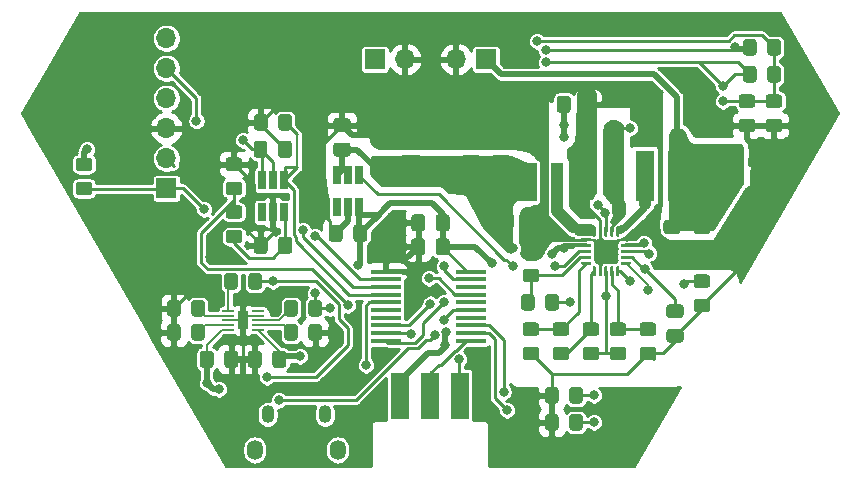
<source format=gbl>
G04 #@! TF.GenerationSoftware,KiCad,Pcbnew,(5.1.6)-1*
G04 #@! TF.CreationDate,2021-05-31T10:21:52+02:00*
G04 #@! TF.ProjectId,Power_module_v1,506f7765-725f-46d6-9f64-756c655f7631,rev?*
G04 #@! TF.SameCoordinates,Original*
G04 #@! TF.FileFunction,Copper,L2,Bot*
G04 #@! TF.FilePolarity,Positive*
%FSLAX46Y46*%
G04 Gerber Fmt 4.6, Leading zero omitted, Abs format (unit mm)*
G04 Created by KiCad (PCBNEW (5.1.6)-1) date 2021-05-31 10:21:52*
%MOMM*%
%LPD*%
G01*
G04 APERTURE LIST*
G04 #@! TA.AperFunction,SMDPad,CuDef*
%ADD10R,2.500000X0.450000*%
G04 #@! TD*
G04 #@! TA.AperFunction,SMDPad,CuDef*
%ADD11R,0.600000X0.700000*%
G04 #@! TD*
G04 #@! TA.AperFunction,ComponentPad*
%ADD12R,1.700000X1.700000*%
G04 #@! TD*
G04 #@! TA.AperFunction,ComponentPad*
%ADD13O,1.700000X1.700000*%
G04 #@! TD*
G04 #@! TA.AperFunction,SMDPad,CuDef*
%ADD14R,1.000000X0.200000*%
G04 #@! TD*
G04 #@! TA.AperFunction,SMDPad,CuDef*
%ADD15R,0.900000X1.500000*%
G04 #@! TD*
G04 #@! TA.AperFunction,ComponentPad*
%ADD16O,1.350000X1.700000*%
G04 #@! TD*
G04 #@! TA.AperFunction,ComponentPad*
%ADD17O,1.100000X1.500000*%
G04 #@! TD*
G04 #@! TA.AperFunction,SMDPad,CuDef*
%ADD18R,1.600000X4.300000*%
G04 #@! TD*
G04 #@! TA.AperFunction,SMDPad,CuDef*
%ADD19R,1.000000X3.200000*%
G04 #@! TD*
G04 #@! TA.AperFunction,SMDPad,CuDef*
%ADD20R,0.650000X1.560000*%
G04 #@! TD*
G04 #@! TA.AperFunction,SMDPad,CuDef*
%ADD21R,1.524000X4.000000*%
G04 #@! TD*
G04 #@! TA.AperFunction,ComponentPad*
%ADD22R,1.600000X1.600000*%
G04 #@! TD*
G04 #@! TA.AperFunction,ComponentPad*
%ADD23C,1.600000*%
G04 #@! TD*
G04 #@! TA.AperFunction,ViaPad*
%ADD24C,0.800000*%
G04 #@! TD*
G04 #@! TA.AperFunction,ViaPad*
%ADD25C,0.400000*%
G04 #@! TD*
G04 #@! TA.AperFunction,Conductor*
%ADD26C,0.254000*%
G04 #@! TD*
G04 #@! TA.AperFunction,Conductor*
%ADD27C,0.200000*%
G04 #@! TD*
G04 #@! TA.AperFunction,Conductor*
%ADD28C,0.250000*%
G04 #@! TD*
G04 #@! TA.AperFunction,Conductor*
%ADD29C,0.500000*%
G04 #@! TD*
G04 #@! TA.AperFunction,Conductor*
%ADD30C,0.300000*%
G04 #@! TD*
G04 #@! TA.AperFunction,Conductor*
%ADD31C,1.000000*%
G04 #@! TD*
G04 APERTURE END LIST*
D10*
X125984000Y-91380000D03*
X125984000Y-92030000D03*
X125984000Y-92680000D03*
X125984000Y-93330000D03*
X125984000Y-93980000D03*
X125984000Y-94630000D03*
X125984000Y-95280000D03*
X125984000Y-95930000D03*
X125984000Y-96580000D03*
X125984000Y-97230000D03*
X118784000Y-97230000D03*
X118784000Y-96580000D03*
X118784000Y-95930000D03*
X118784000Y-95280000D03*
X118784000Y-94630000D03*
X118784000Y-93980000D03*
X118784000Y-93330000D03*
X118784000Y-92680000D03*
X118784000Y-92030000D03*
X118784000Y-91380000D03*
G04 #@! TA.AperFunction,SMDPad,CuDef*
G36*
G01*
X148901999Y-78428000D02*
X149802001Y-78428000D01*
G75*
G02*
X150052000Y-78677999I0J-249999D01*
G01*
X150052000Y-79328001D01*
G75*
G02*
X149802001Y-79578000I-249999J0D01*
G01*
X148901999Y-79578000D01*
G75*
G02*
X148652000Y-79328001I0J249999D01*
G01*
X148652000Y-78677999D01*
G75*
G02*
X148901999Y-78428000I249999J0D01*
G01*
G37*
G04 #@! TD.AperFunction*
G04 #@! TA.AperFunction,SMDPad,CuDef*
G36*
G01*
X148901999Y-76378000D02*
X149802001Y-76378000D01*
G75*
G02*
X150052000Y-76627999I0J-249999D01*
G01*
X150052000Y-77278001D01*
G75*
G02*
X149802001Y-77528000I-249999J0D01*
G01*
X148901999Y-77528000D01*
G75*
G02*
X148652000Y-77278001I0J249999D01*
G01*
X148652000Y-76627999D01*
G75*
G02*
X148901999Y-76378000I249999J0D01*
G01*
G37*
G04 #@! TD.AperFunction*
G04 #@! TA.AperFunction,SMDPad,CuDef*
G36*
G01*
X151187999Y-78428000D02*
X152088001Y-78428000D01*
G75*
G02*
X152338000Y-78677999I0J-249999D01*
G01*
X152338000Y-79328001D01*
G75*
G02*
X152088001Y-79578000I-249999J0D01*
G01*
X151187999Y-79578000D01*
G75*
G02*
X150938000Y-79328001I0J249999D01*
G01*
X150938000Y-78677999D01*
G75*
G02*
X151187999Y-78428000I249999J0D01*
G01*
G37*
G04 #@! TD.AperFunction*
G04 #@! TA.AperFunction,SMDPad,CuDef*
G36*
G01*
X151187999Y-76378000D02*
X152088001Y-76378000D01*
G75*
G02*
X152338000Y-76627999I0J-249999D01*
G01*
X152338000Y-77278001D01*
G75*
G02*
X152088001Y-77528000I-249999J0D01*
G01*
X151187999Y-77528000D01*
G75*
G02*
X150938000Y-77278001I0J249999D01*
G01*
X150938000Y-76627999D01*
G75*
G02*
X151187999Y-76378000I249999J0D01*
G01*
G37*
G04 #@! TD.AperFunction*
G04 #@! TA.AperFunction,SMDPad,CuDef*
G36*
G01*
X150172000Y-71939999D02*
X150172000Y-72840001D01*
G75*
G02*
X149922001Y-73090000I-249999J0D01*
G01*
X149271999Y-73090000D01*
G75*
G02*
X149022000Y-72840001I0J249999D01*
G01*
X149022000Y-71939999D01*
G75*
G02*
X149271999Y-71690000I249999J0D01*
G01*
X149922001Y-71690000D01*
G75*
G02*
X150172000Y-71939999I0J-249999D01*
G01*
G37*
G04 #@! TD.AperFunction*
G04 #@! TA.AperFunction,SMDPad,CuDef*
G36*
G01*
X152222000Y-71939999D02*
X152222000Y-72840001D01*
G75*
G02*
X151972001Y-73090000I-249999J0D01*
G01*
X151321999Y-73090000D01*
G75*
G02*
X151072000Y-72840001I0J249999D01*
G01*
X151072000Y-71939999D01*
G75*
G02*
X151321999Y-71690000I249999J0D01*
G01*
X151972001Y-71690000D01*
G75*
G02*
X152222000Y-71939999I0J-249999D01*
G01*
G37*
G04 #@! TD.AperFunction*
G04 #@! TA.AperFunction,SMDPad,CuDef*
G36*
G01*
X150172000Y-74225999D02*
X150172000Y-75126001D01*
G75*
G02*
X149922001Y-75376000I-249999J0D01*
G01*
X149271999Y-75376000D01*
G75*
G02*
X149022000Y-75126001I0J249999D01*
G01*
X149022000Y-74225999D01*
G75*
G02*
X149271999Y-73976000I249999J0D01*
G01*
X149922001Y-73976000D01*
G75*
G02*
X150172000Y-74225999I0J-249999D01*
G01*
G37*
G04 #@! TD.AperFunction*
G04 #@! TA.AperFunction,SMDPad,CuDef*
G36*
G01*
X152222000Y-74225999D02*
X152222000Y-75126001D01*
G75*
G02*
X151972001Y-75376000I-249999J0D01*
G01*
X151321999Y-75376000D01*
G75*
G02*
X151072000Y-75126001I0J249999D01*
G01*
X151072000Y-74225999D01*
G75*
G02*
X151321999Y-73976000I249999J0D01*
G01*
X151972001Y-73976000D01*
G75*
G02*
X152222000Y-74225999I0J-249999D01*
G01*
G37*
G04 #@! TD.AperFunction*
D11*
X148652000Y-83312000D03*
X150052000Y-83312000D03*
G04 #@! TA.AperFunction,SMDPad,CuDef*
G36*
G01*
X107139000Y-92652001D02*
X107139000Y-91751999D01*
G75*
G02*
X107388999Y-91502000I249999J0D01*
G01*
X108039001Y-91502000D01*
G75*
G02*
X108289000Y-91751999I0J-249999D01*
G01*
X108289000Y-92652001D01*
G75*
G02*
X108039001Y-92902000I-249999J0D01*
G01*
X107388999Y-92902000D01*
G75*
G02*
X107139000Y-92652001I0J249999D01*
G01*
G37*
G04 #@! TD.AperFunction*
G04 #@! TA.AperFunction,SMDPad,CuDef*
G36*
G01*
X105089000Y-92652001D02*
X105089000Y-91751999D01*
G75*
G02*
X105338999Y-91502000I249999J0D01*
G01*
X105989001Y-91502000D01*
G75*
G02*
X106239000Y-91751999I0J-249999D01*
G01*
X106239000Y-92652001D01*
G75*
G02*
X105989001Y-92902000I-249999J0D01*
G01*
X105338999Y-92902000D01*
G75*
G02*
X105089000Y-92652001I0J249999D01*
G01*
G37*
G04 #@! TD.AperFunction*
G04 #@! TA.AperFunction,SMDPad,CuDef*
G36*
G01*
X112219000Y-94938001D02*
X112219000Y-94037999D01*
G75*
G02*
X112468999Y-93788000I249999J0D01*
G01*
X113119001Y-93788000D01*
G75*
G02*
X113369000Y-94037999I0J-249999D01*
G01*
X113369000Y-94938001D01*
G75*
G02*
X113119001Y-95188000I-249999J0D01*
G01*
X112468999Y-95188000D01*
G75*
G02*
X112219000Y-94938001I0J249999D01*
G01*
G37*
G04 #@! TD.AperFunction*
G04 #@! TA.AperFunction,SMDPad,CuDef*
G36*
G01*
X110169000Y-94938001D02*
X110169000Y-94037999D01*
G75*
G02*
X110418999Y-93788000I249999J0D01*
G01*
X111069001Y-93788000D01*
G75*
G02*
X111319000Y-94037999I0J-249999D01*
G01*
X111319000Y-94938001D01*
G75*
G02*
X111069001Y-95188000I-249999J0D01*
G01*
X110418999Y-95188000D01*
G75*
G02*
X110169000Y-94938001I0J249999D01*
G01*
G37*
G04 #@! TD.AperFunction*
D12*
X127254000Y-73406000D03*
D13*
X124714000Y-73406000D03*
G04 #@! TA.AperFunction,SMDPad,CuDef*
G36*
G01*
X136456000Y-81567000D02*
X136456000Y-82517000D01*
G75*
G02*
X136206000Y-82767000I-250000J0D01*
G01*
X135531000Y-82767000D01*
G75*
G02*
X135281000Y-82517000I0J250000D01*
G01*
X135281000Y-81567000D01*
G75*
G02*
X135531000Y-81317000I250000J0D01*
G01*
X136206000Y-81317000D01*
G75*
G02*
X136456000Y-81567000I0J-250000D01*
G01*
G37*
G04 #@! TD.AperFunction*
G04 #@! TA.AperFunction,SMDPad,CuDef*
G36*
G01*
X138531000Y-81567000D02*
X138531000Y-82517000D01*
G75*
G02*
X138281000Y-82767000I-250000J0D01*
G01*
X137606000Y-82767000D01*
G75*
G02*
X137356000Y-82517000I0J250000D01*
G01*
X137356000Y-81567000D01*
G75*
G02*
X137606000Y-81317000I250000J0D01*
G01*
X138281000Y-81317000D01*
G75*
G02*
X138531000Y-81567000I0J-250000D01*
G01*
G37*
G04 #@! TD.AperFunction*
G04 #@! TA.AperFunction,SMDPad,CuDef*
G36*
G01*
X142781000Y-96229500D02*
X143731000Y-96229500D01*
G75*
G02*
X143981000Y-96479500I0J-250000D01*
G01*
X143981000Y-97154500D01*
G75*
G02*
X143731000Y-97404500I-250000J0D01*
G01*
X142781000Y-97404500D01*
G75*
G02*
X142531000Y-97154500I0J250000D01*
G01*
X142531000Y-96479500D01*
G75*
G02*
X142781000Y-96229500I250000J0D01*
G01*
G37*
G04 #@! TD.AperFunction*
G04 #@! TA.AperFunction,SMDPad,CuDef*
G36*
G01*
X142781000Y-94154500D02*
X143731000Y-94154500D01*
G75*
G02*
X143981000Y-94404500I0J-250000D01*
G01*
X143981000Y-95079500D01*
G75*
G02*
X143731000Y-95329500I-250000J0D01*
G01*
X142781000Y-95329500D01*
G75*
G02*
X142531000Y-95079500I0J250000D01*
G01*
X142531000Y-94404500D01*
G75*
G02*
X142781000Y-94154500I250000J0D01*
G01*
G37*
G04 #@! TD.AperFunction*
G04 #@! TA.AperFunction,SMDPad,CuDef*
G36*
G01*
X126459000Y-80576000D02*
X125509000Y-80576000D01*
G75*
G02*
X125259000Y-80326000I0J250000D01*
G01*
X125259000Y-79651000D01*
G75*
G02*
X125509000Y-79401000I250000J0D01*
G01*
X126459000Y-79401000D01*
G75*
G02*
X126709000Y-79651000I0J-250000D01*
G01*
X126709000Y-80326000D01*
G75*
G02*
X126459000Y-80576000I-250000J0D01*
G01*
G37*
G04 #@! TD.AperFunction*
G04 #@! TA.AperFunction,SMDPad,CuDef*
G36*
G01*
X126459000Y-82651000D02*
X125509000Y-82651000D01*
G75*
G02*
X125259000Y-82401000I0J250000D01*
G01*
X125259000Y-81726000D01*
G75*
G02*
X125509000Y-81476000I250000J0D01*
G01*
X126459000Y-81476000D01*
G75*
G02*
X126709000Y-81726000I0J-250000D01*
G01*
X126709000Y-82401000D01*
G75*
G02*
X126459000Y-82651000I-250000J0D01*
G01*
G37*
G04 #@! TD.AperFunction*
G04 #@! TA.AperFunction,SMDPad,CuDef*
G36*
G01*
X142527000Y-89096000D02*
X143477000Y-89096000D01*
G75*
G02*
X143727000Y-89346000I0J-250000D01*
G01*
X143727000Y-90021000D01*
G75*
G02*
X143477000Y-90271000I-250000J0D01*
G01*
X142527000Y-90271000D01*
G75*
G02*
X142277000Y-90021000I0J250000D01*
G01*
X142277000Y-89346000D01*
G75*
G02*
X142527000Y-89096000I250000J0D01*
G01*
G37*
G04 #@! TD.AperFunction*
G04 #@! TA.AperFunction,SMDPad,CuDef*
G36*
G01*
X142527000Y-87021000D02*
X143477000Y-87021000D01*
G75*
G02*
X143727000Y-87271000I0J-250000D01*
G01*
X143727000Y-87946000D01*
G75*
G02*
X143477000Y-88196000I-250000J0D01*
G01*
X142527000Y-88196000D01*
G75*
G02*
X142277000Y-87946000I0J250000D01*
G01*
X142277000Y-87271000D01*
G75*
G02*
X142527000Y-87021000I250000J0D01*
G01*
G37*
G04 #@! TD.AperFunction*
G04 #@! TA.AperFunction,SMDPad,CuDef*
G36*
G01*
X136456000Y-84107000D02*
X136456000Y-85057000D01*
G75*
G02*
X136206000Y-85307000I-250000J0D01*
G01*
X135531000Y-85307000D01*
G75*
G02*
X135281000Y-85057000I0J250000D01*
G01*
X135281000Y-84107000D01*
G75*
G02*
X135531000Y-83857000I250000J0D01*
G01*
X136206000Y-83857000D01*
G75*
G02*
X136456000Y-84107000I0J-250000D01*
G01*
G37*
G04 #@! TD.AperFunction*
G04 #@! TA.AperFunction,SMDPad,CuDef*
G36*
G01*
X138531000Y-84107000D02*
X138531000Y-85057000D01*
G75*
G02*
X138281000Y-85307000I-250000J0D01*
G01*
X137606000Y-85307000D01*
G75*
G02*
X137356000Y-85057000I0J250000D01*
G01*
X137356000Y-84107000D01*
G75*
G02*
X137606000Y-83857000I250000J0D01*
G01*
X138281000Y-83857000D01*
G75*
G02*
X138531000Y-84107000I0J-250000D01*
G01*
G37*
G04 #@! TD.AperFunction*
G04 #@! TA.AperFunction,SMDPad,CuDef*
G36*
G01*
X122996000Y-89756000D02*
X122996000Y-88806000D01*
G75*
G02*
X123246000Y-88556000I250000J0D01*
G01*
X123921000Y-88556000D01*
G75*
G02*
X124171000Y-88806000I0J-250000D01*
G01*
X124171000Y-89756000D01*
G75*
G02*
X123921000Y-90006000I-250000J0D01*
G01*
X123246000Y-90006000D01*
G75*
G02*
X122996000Y-89756000I0J250000D01*
G01*
G37*
G04 #@! TD.AperFunction*
G04 #@! TA.AperFunction,SMDPad,CuDef*
G36*
G01*
X120921000Y-89756000D02*
X120921000Y-88806000D01*
G75*
G02*
X121171000Y-88556000I250000J0D01*
G01*
X121846000Y-88556000D01*
G75*
G02*
X122096000Y-88806000I0J-250000D01*
G01*
X122096000Y-89756000D01*
G75*
G02*
X121846000Y-90006000I-250000J0D01*
G01*
X121171000Y-90006000D01*
G75*
G02*
X120921000Y-89756000I0J250000D01*
G01*
G37*
G04 #@! TD.AperFunction*
G04 #@! TA.AperFunction,SMDPad,CuDef*
G36*
G01*
X123005000Y-87724000D02*
X123005000Y-86774000D01*
G75*
G02*
X123255000Y-86524000I250000J0D01*
G01*
X123930000Y-86524000D01*
G75*
G02*
X124180000Y-86774000I0J-250000D01*
G01*
X124180000Y-87724000D01*
G75*
G02*
X123930000Y-87974000I-250000J0D01*
G01*
X123255000Y-87974000D01*
G75*
G02*
X123005000Y-87724000I0J250000D01*
G01*
G37*
G04 #@! TD.AperFunction*
G04 #@! TA.AperFunction,SMDPad,CuDef*
G36*
G01*
X120930000Y-87724000D02*
X120930000Y-86774000D01*
G75*
G02*
X121180000Y-86524000I250000J0D01*
G01*
X121855000Y-86524000D01*
G75*
G02*
X122105000Y-86774000I0J-250000D01*
G01*
X122105000Y-87724000D01*
G75*
G02*
X121855000Y-87974000I-250000J0D01*
G01*
X121180000Y-87974000D01*
G75*
G02*
X120930000Y-87724000I0J250000D01*
G01*
G37*
G04 #@! TD.AperFunction*
G04 #@! TA.AperFunction,SMDPad,CuDef*
G36*
G01*
X109648500Y-81501000D02*
X109648500Y-80551000D01*
G75*
G02*
X109898500Y-80301000I250000J0D01*
G01*
X110573500Y-80301000D01*
G75*
G02*
X110823500Y-80551000I0J-250000D01*
G01*
X110823500Y-81501000D01*
G75*
G02*
X110573500Y-81751000I-250000J0D01*
G01*
X109898500Y-81751000D01*
G75*
G02*
X109648500Y-81501000I0J250000D01*
G01*
G37*
G04 #@! TD.AperFunction*
G04 #@! TA.AperFunction,SMDPad,CuDef*
G36*
G01*
X107573500Y-81501000D02*
X107573500Y-80551000D01*
G75*
G02*
X107823500Y-80301000I250000J0D01*
G01*
X108498500Y-80301000D01*
G75*
G02*
X108748500Y-80551000I0J-250000D01*
G01*
X108748500Y-81501000D01*
G75*
G02*
X108498500Y-81751000I-250000J0D01*
G01*
X107823500Y-81751000D01*
G75*
G02*
X107573500Y-81501000I0J250000D01*
G01*
G37*
G04 #@! TD.AperFunction*
G04 #@! TA.AperFunction,SMDPad,CuDef*
G36*
G01*
X115537000Y-79560000D02*
X114587000Y-79560000D01*
G75*
G02*
X114337000Y-79310000I0J250000D01*
G01*
X114337000Y-78635000D01*
G75*
G02*
X114587000Y-78385000I250000J0D01*
G01*
X115537000Y-78385000D01*
G75*
G02*
X115787000Y-78635000I0J-250000D01*
G01*
X115787000Y-79310000D01*
G75*
G02*
X115537000Y-79560000I-250000J0D01*
G01*
G37*
G04 #@! TD.AperFunction*
G04 #@! TA.AperFunction,SMDPad,CuDef*
G36*
G01*
X115537000Y-81635000D02*
X114587000Y-81635000D01*
G75*
G02*
X114337000Y-81385000I0J250000D01*
G01*
X114337000Y-80710000D01*
G75*
G02*
X114587000Y-80460000I250000J0D01*
G01*
X115537000Y-80460000D01*
G75*
G02*
X115787000Y-80710000I0J-250000D01*
G01*
X115787000Y-81385000D01*
G75*
G02*
X115537000Y-81635000I-250000J0D01*
G01*
G37*
G04 #@! TD.AperFunction*
G04 #@! TA.AperFunction,SMDPad,CuDef*
G36*
G01*
X108770000Y-88679000D02*
X108770000Y-89629000D01*
G75*
G02*
X108520000Y-89879000I-250000J0D01*
G01*
X107845000Y-89879000D01*
G75*
G02*
X107595000Y-89629000I0J250000D01*
G01*
X107595000Y-88679000D01*
G75*
G02*
X107845000Y-88429000I250000J0D01*
G01*
X108520000Y-88429000D01*
G75*
G02*
X108770000Y-88679000I0J-250000D01*
G01*
G37*
G04 #@! TD.AperFunction*
G04 #@! TA.AperFunction,SMDPad,CuDef*
G36*
G01*
X110845000Y-88679000D02*
X110845000Y-89629000D01*
G75*
G02*
X110595000Y-89879000I-250000J0D01*
G01*
X109920000Y-89879000D01*
G75*
G02*
X109670000Y-89629000I0J250000D01*
G01*
X109670000Y-88679000D01*
G75*
G02*
X109920000Y-88429000I250000J0D01*
G01*
X110595000Y-88429000D01*
G75*
G02*
X110845000Y-88679000I0J-250000D01*
G01*
G37*
G04 #@! TD.AperFunction*
G04 #@! TA.AperFunction,SMDPad,CuDef*
G36*
G01*
X115120000Y-87663000D02*
X115120000Y-88613000D01*
G75*
G02*
X114870000Y-88863000I-250000J0D01*
G01*
X114195000Y-88863000D01*
G75*
G02*
X113945000Y-88613000I0J250000D01*
G01*
X113945000Y-87663000D01*
G75*
G02*
X114195000Y-87413000I250000J0D01*
G01*
X114870000Y-87413000D01*
G75*
G02*
X115120000Y-87663000I0J-250000D01*
G01*
G37*
G04 #@! TD.AperFunction*
G04 #@! TA.AperFunction,SMDPad,CuDef*
G36*
G01*
X117195000Y-87663000D02*
X117195000Y-88613000D01*
G75*
G02*
X116945000Y-88863000I-250000J0D01*
G01*
X116270000Y-88863000D01*
G75*
G02*
X116020000Y-88613000I0J250000D01*
G01*
X116020000Y-87663000D01*
G75*
G02*
X116270000Y-87413000I250000J0D01*
G01*
X116945000Y-87413000D01*
G75*
G02*
X117195000Y-87663000I0J-250000D01*
G01*
G37*
G04 #@! TD.AperFunction*
G04 #@! TA.AperFunction,SMDPad,CuDef*
G36*
G01*
X108262000Y-98331000D02*
X108262000Y-99281000D01*
G75*
G02*
X108012000Y-99531000I-250000J0D01*
G01*
X107337000Y-99531000D01*
G75*
G02*
X107087000Y-99281000I0J250000D01*
G01*
X107087000Y-98331000D01*
G75*
G02*
X107337000Y-98081000I250000J0D01*
G01*
X108012000Y-98081000D01*
G75*
G02*
X108262000Y-98331000I0J-250000D01*
G01*
G37*
G04 #@! TD.AperFunction*
G04 #@! TA.AperFunction,SMDPad,CuDef*
G36*
G01*
X110337000Y-98331000D02*
X110337000Y-99281000D01*
G75*
G02*
X110087000Y-99531000I-250000J0D01*
G01*
X109412000Y-99531000D01*
G75*
G02*
X109162000Y-99281000I0J250000D01*
G01*
X109162000Y-98331000D01*
G75*
G02*
X109412000Y-98081000I250000J0D01*
G01*
X110087000Y-98081000D01*
G75*
G02*
X110337000Y-98331000I0J-250000D01*
G01*
G37*
G04 #@! TD.AperFunction*
G04 #@! TA.AperFunction,SMDPad,CuDef*
G36*
G01*
X105098000Y-99281000D02*
X105098000Y-98331000D01*
G75*
G02*
X105348000Y-98081000I250000J0D01*
G01*
X106023000Y-98081000D01*
G75*
G02*
X106273000Y-98331000I0J-250000D01*
G01*
X106273000Y-99281000D01*
G75*
G02*
X106023000Y-99531000I-250000J0D01*
G01*
X105348000Y-99531000D01*
G75*
G02*
X105098000Y-99281000I0J250000D01*
G01*
G37*
G04 #@! TD.AperFunction*
G04 #@! TA.AperFunction,SMDPad,CuDef*
G36*
G01*
X103023000Y-99281000D02*
X103023000Y-98331000D01*
G75*
G02*
X103273000Y-98081000I250000J0D01*
G01*
X103948000Y-98081000D01*
G75*
G02*
X104198000Y-98331000I0J-250000D01*
G01*
X104198000Y-99281000D01*
G75*
G02*
X103948000Y-99531000I-250000J0D01*
G01*
X103273000Y-99531000D01*
G75*
G02*
X103023000Y-99281000I0J250000D01*
G01*
G37*
G04 #@! TD.AperFunction*
G04 #@! TA.AperFunction,SMDPad,CuDef*
G36*
G01*
X128423000Y-87597000D02*
X128423000Y-86647000D01*
G75*
G02*
X128673000Y-86397000I250000J0D01*
G01*
X129348000Y-86397000D01*
G75*
G02*
X129598000Y-86647000I0J-250000D01*
G01*
X129598000Y-87597000D01*
G75*
G02*
X129348000Y-87847000I-250000J0D01*
G01*
X128673000Y-87847000D01*
G75*
G02*
X128423000Y-87597000I0J250000D01*
G01*
G37*
G04 #@! TD.AperFunction*
G04 #@! TA.AperFunction,SMDPad,CuDef*
G36*
G01*
X130498000Y-87597000D02*
X130498000Y-86647000D01*
G75*
G02*
X130748000Y-86397000I250000J0D01*
G01*
X131423000Y-86397000D01*
G75*
G02*
X131673000Y-86647000I0J-250000D01*
G01*
X131673000Y-87597000D01*
G75*
G02*
X131423000Y-87847000I-250000J0D01*
G01*
X130748000Y-87847000D01*
G75*
G02*
X130498000Y-87597000I0J250000D01*
G01*
G37*
G04 #@! TD.AperFunction*
G04 #@! TA.AperFunction,SMDPad,CuDef*
G36*
G01*
X145067000Y-87021000D02*
X146017000Y-87021000D01*
G75*
G02*
X146267000Y-87271000I0J-250000D01*
G01*
X146267000Y-87946000D01*
G75*
G02*
X146017000Y-88196000I-250000J0D01*
G01*
X145067000Y-88196000D01*
G75*
G02*
X144817000Y-87946000I0J250000D01*
G01*
X144817000Y-87271000D01*
G75*
G02*
X145067000Y-87021000I250000J0D01*
G01*
G37*
G04 #@! TD.AperFunction*
G04 #@! TA.AperFunction,SMDPad,CuDef*
G36*
G01*
X145067000Y-89096000D02*
X146017000Y-89096000D01*
G75*
G02*
X146267000Y-89346000I0J-250000D01*
G01*
X146267000Y-90021000D01*
G75*
G02*
X146017000Y-90271000I-250000J0D01*
G01*
X145067000Y-90271000D01*
G75*
G02*
X144817000Y-90021000I0J250000D01*
G01*
X144817000Y-89346000D01*
G75*
G02*
X145067000Y-89096000I250000J0D01*
G01*
G37*
G04 #@! TD.AperFunction*
G04 #@! TA.AperFunction,SMDPad,CuDef*
G36*
G01*
X136456000Y-79027000D02*
X136456000Y-79977000D01*
G75*
G02*
X136206000Y-80227000I-250000J0D01*
G01*
X135531000Y-80227000D01*
G75*
G02*
X135281000Y-79977000I0J250000D01*
G01*
X135281000Y-79027000D01*
G75*
G02*
X135531000Y-78777000I250000J0D01*
G01*
X136206000Y-78777000D01*
G75*
G02*
X136456000Y-79027000I0J-250000D01*
G01*
G37*
G04 #@! TD.AperFunction*
G04 #@! TA.AperFunction,SMDPad,CuDef*
G36*
G01*
X138531000Y-79027000D02*
X138531000Y-79977000D01*
G75*
G02*
X138281000Y-80227000I-250000J0D01*
G01*
X137606000Y-80227000D01*
G75*
G02*
X137356000Y-79977000I0J250000D01*
G01*
X137356000Y-79027000D01*
G75*
G02*
X137606000Y-78777000I250000J0D01*
G01*
X138281000Y-78777000D01*
G75*
G02*
X138531000Y-79027000I0J-250000D01*
G01*
G37*
G04 #@! TD.AperFunction*
G04 #@! TA.AperFunction,SMDPad,CuDef*
G36*
G01*
X135324000Y-77691000D02*
X135324000Y-76741000D01*
G75*
G02*
X135574000Y-76491000I250000J0D01*
G01*
X136249000Y-76491000D01*
G75*
G02*
X136499000Y-76741000I0J-250000D01*
G01*
X136499000Y-77691000D01*
G75*
G02*
X136249000Y-77941000I-250000J0D01*
G01*
X135574000Y-77941000D01*
G75*
G02*
X135324000Y-77691000I0J250000D01*
G01*
G37*
G04 #@! TD.AperFunction*
G04 #@! TA.AperFunction,SMDPad,CuDef*
G36*
G01*
X133249000Y-77691000D02*
X133249000Y-76741000D01*
G75*
G02*
X133499000Y-76491000I250000J0D01*
G01*
X134174000Y-76491000D01*
G75*
G02*
X134424000Y-76741000I0J-250000D01*
G01*
X134424000Y-77691000D01*
G75*
G02*
X134174000Y-77941000I-250000J0D01*
G01*
X133499000Y-77941000D01*
G75*
G02*
X133249000Y-77691000I0J250000D01*
G01*
G37*
G04 #@! TD.AperFunction*
G04 #@! TA.AperFunction,SMDPad,CuDef*
G36*
G01*
X128999000Y-80576000D02*
X128049000Y-80576000D01*
G75*
G02*
X127799000Y-80326000I0J250000D01*
G01*
X127799000Y-79651000D01*
G75*
G02*
X128049000Y-79401000I250000J0D01*
G01*
X128999000Y-79401000D01*
G75*
G02*
X129249000Y-79651000I0J-250000D01*
G01*
X129249000Y-80326000D01*
G75*
G02*
X128999000Y-80576000I-250000J0D01*
G01*
G37*
G04 #@! TD.AperFunction*
G04 #@! TA.AperFunction,SMDPad,CuDef*
G36*
G01*
X128999000Y-82651000D02*
X128049000Y-82651000D01*
G75*
G02*
X127799000Y-82401000I0J250000D01*
G01*
X127799000Y-81726000D01*
G75*
G02*
X128049000Y-81476000I250000J0D01*
G01*
X128999000Y-81476000D01*
G75*
G02*
X129249000Y-81726000I0J-250000D01*
G01*
X129249000Y-82401000D01*
G75*
G02*
X128999000Y-82651000I-250000J0D01*
G01*
G37*
G04 #@! TD.AperFunction*
D14*
X105430000Y-96304000D03*
X105430000Y-95904000D03*
X105430000Y-95504000D03*
X105430000Y-95104000D03*
X105430000Y-94704000D03*
X107930000Y-94704000D03*
X107930000Y-95104000D03*
X107930000Y-95504000D03*
X107930000Y-95904000D03*
X107930000Y-96304000D03*
D15*
X106680000Y-95504000D03*
D16*
X114688900Y-106476740D03*
D17*
X108768900Y-103476740D03*
X113608900Y-103476740D03*
D16*
X107688900Y-106476740D03*
D13*
X120396000Y-73406000D03*
D12*
X117856000Y-73406000D03*
D13*
X100203000Y-71628000D03*
X100203000Y-74168000D03*
X100203000Y-76708000D03*
X100203000Y-79248000D03*
X100203000Y-81788000D03*
D12*
X100203000Y-84328000D03*
D18*
X140716000Y-83312000D03*
X143416000Y-83312000D03*
D19*
X131064000Y-83820000D03*
X133264000Y-83820000D03*
G04 #@! TA.AperFunction,SMDPad,CuDef*
G36*
G01*
X145091999Y-91618000D02*
X145992001Y-91618000D01*
G75*
G02*
X146242000Y-91867999I0J-249999D01*
G01*
X146242000Y-92518001D01*
G75*
G02*
X145992001Y-92768000I-249999J0D01*
G01*
X145091999Y-92768000D01*
G75*
G02*
X144842000Y-92518001I0J249999D01*
G01*
X144842000Y-91867999D01*
G75*
G02*
X145091999Y-91618000I249999J0D01*
G01*
G37*
G04 #@! TD.AperFunction*
G04 #@! TA.AperFunction,SMDPad,CuDef*
G36*
G01*
X145091999Y-93668000D02*
X145992001Y-93668000D01*
G75*
G02*
X146242000Y-93917999I0J-249999D01*
G01*
X146242000Y-94568001D01*
G75*
G02*
X145992001Y-94818000I-249999J0D01*
G01*
X145091999Y-94818000D01*
G75*
G02*
X144842000Y-94568001I0J249999D01*
G01*
X144842000Y-93917999D01*
G75*
G02*
X145091999Y-93668000I249999J0D01*
G01*
G37*
G04 #@! TD.AperFunction*
G04 #@! TA.AperFunction,SMDPad,CuDef*
G36*
G01*
X101395000Y-96069999D02*
X101395000Y-96970001D01*
G75*
G02*
X101145001Y-97220000I-249999J0D01*
G01*
X100494999Y-97220000D01*
G75*
G02*
X100245000Y-96970001I0J249999D01*
G01*
X100245000Y-96069999D01*
G75*
G02*
X100494999Y-95820000I249999J0D01*
G01*
X101145001Y-95820000D01*
G75*
G02*
X101395000Y-96069999I0J-249999D01*
G01*
G37*
G04 #@! TD.AperFunction*
G04 #@! TA.AperFunction,SMDPad,CuDef*
G36*
G01*
X103445000Y-96069999D02*
X103445000Y-96970001D01*
G75*
G02*
X103195001Y-97220000I-249999J0D01*
G01*
X102544999Y-97220000D01*
G75*
G02*
X102295000Y-96970001I0J249999D01*
G01*
X102295000Y-96069999D01*
G75*
G02*
X102544999Y-95820000I249999J0D01*
G01*
X103195001Y-95820000D01*
G75*
G02*
X103445000Y-96069999I0J-249999D01*
G01*
G37*
G04 #@! TD.AperFunction*
G04 #@! TA.AperFunction,SMDPad,CuDef*
G36*
G01*
X103454000Y-94037999D02*
X103454000Y-94938001D01*
G75*
G02*
X103204001Y-95188000I-249999J0D01*
G01*
X102553999Y-95188000D01*
G75*
G02*
X102304000Y-94938001I0J249999D01*
G01*
X102304000Y-94037999D01*
G75*
G02*
X102553999Y-93788000I249999J0D01*
G01*
X103204001Y-93788000D01*
G75*
G02*
X103454000Y-94037999I0J-249999D01*
G01*
G37*
G04 #@! TD.AperFunction*
G04 #@! TA.AperFunction,SMDPad,CuDef*
G36*
G01*
X101404000Y-94037999D02*
X101404000Y-94938001D01*
G75*
G02*
X101154001Y-95188000I-249999J0D01*
G01*
X100503999Y-95188000D01*
G75*
G02*
X100254000Y-94938001I0J249999D01*
G01*
X100254000Y-94037999D01*
G75*
G02*
X100503999Y-93788000I249999J0D01*
G01*
X101154001Y-93788000D01*
G75*
G02*
X101404000Y-94037999I0J-249999D01*
G01*
G37*
G04 #@! TD.AperFunction*
G04 #@! TA.AperFunction,SMDPad,CuDef*
G36*
G01*
X110169000Y-96970001D02*
X110169000Y-96069999D01*
G75*
G02*
X110418999Y-95820000I249999J0D01*
G01*
X111069001Y-95820000D01*
G75*
G02*
X111319000Y-96069999I0J-249999D01*
G01*
X111319000Y-96970001D01*
G75*
G02*
X111069001Y-97220000I-249999J0D01*
G01*
X110418999Y-97220000D01*
G75*
G02*
X110169000Y-96970001I0J249999D01*
G01*
G37*
G04 #@! TD.AperFunction*
G04 #@! TA.AperFunction,SMDPad,CuDef*
G36*
G01*
X112219000Y-96970001D02*
X112219000Y-96069999D01*
G75*
G02*
X112468999Y-95820000I249999J0D01*
G01*
X113119001Y-95820000D01*
G75*
G02*
X113369000Y-96069999I0J-249999D01*
G01*
X113369000Y-96970001D01*
G75*
G02*
X113119001Y-97220000I-249999J0D01*
G01*
X112468999Y-97220000D01*
G75*
G02*
X112219000Y-96970001I0J249999D01*
G01*
G37*
G04 #@! TD.AperFunction*
G04 #@! TA.AperFunction,SMDPad,CuDef*
G36*
G01*
X106368001Y-86917000D02*
X105467999Y-86917000D01*
G75*
G02*
X105218000Y-86667001I0J249999D01*
G01*
X105218000Y-86016999D01*
G75*
G02*
X105467999Y-85767000I249999J0D01*
G01*
X106368001Y-85767000D01*
G75*
G02*
X106618000Y-86016999I0J-249999D01*
G01*
X106618000Y-86667001D01*
G75*
G02*
X106368001Y-86917000I-249999J0D01*
G01*
G37*
G04 #@! TD.AperFunction*
G04 #@! TA.AperFunction,SMDPad,CuDef*
G36*
G01*
X106368001Y-88967000D02*
X105467999Y-88967000D01*
G75*
G02*
X105218000Y-88717001I0J249999D01*
G01*
X105218000Y-88066999D01*
G75*
G02*
X105467999Y-87817000I249999J0D01*
G01*
X106368001Y-87817000D01*
G75*
G02*
X106618000Y-88066999I0J-249999D01*
G01*
X106618000Y-88717001D01*
G75*
G02*
X106368001Y-88967000I-249999J0D01*
G01*
G37*
G04 #@! TD.AperFunction*
G04 #@! TA.AperFunction,SMDPad,CuDef*
G36*
G01*
X106368001Y-84912000D02*
X105467999Y-84912000D01*
G75*
G02*
X105218000Y-84662001I0J249999D01*
G01*
X105218000Y-84011999D01*
G75*
G02*
X105467999Y-83762000I249999J0D01*
G01*
X106368001Y-83762000D01*
G75*
G02*
X106618000Y-84011999I0J-249999D01*
G01*
X106618000Y-84662001D01*
G75*
G02*
X106368001Y-84912000I-249999J0D01*
G01*
G37*
G04 #@! TD.AperFunction*
G04 #@! TA.AperFunction,SMDPad,CuDef*
G36*
G01*
X106368001Y-82862000D02*
X105467999Y-82862000D01*
G75*
G02*
X105218000Y-82612001I0J249999D01*
G01*
X105218000Y-81961999D01*
G75*
G02*
X105467999Y-81712000I249999J0D01*
G01*
X106368001Y-81712000D01*
G75*
G02*
X106618000Y-81961999I0J-249999D01*
G01*
X106618000Y-82612001D01*
G75*
G02*
X106368001Y-82862000I-249999J0D01*
G01*
G37*
G04 #@! TD.AperFunction*
G04 #@! TA.AperFunction,SMDPad,CuDef*
G36*
G01*
X92767999Y-83771000D02*
X93668001Y-83771000D01*
G75*
G02*
X93918000Y-84020999I0J-249999D01*
G01*
X93918000Y-84671001D01*
G75*
G02*
X93668001Y-84921000I-249999J0D01*
G01*
X92767999Y-84921000D01*
G75*
G02*
X92518000Y-84671001I0J249999D01*
G01*
X92518000Y-84020999D01*
G75*
G02*
X92767999Y-83771000I249999J0D01*
G01*
G37*
G04 #@! TD.AperFunction*
G04 #@! TA.AperFunction,SMDPad,CuDef*
G36*
G01*
X92767999Y-81721000D02*
X93668001Y-81721000D01*
G75*
G02*
X93918000Y-81970999I0J-249999D01*
G01*
X93918000Y-82621001D01*
G75*
G02*
X93668001Y-82871000I-249999J0D01*
G01*
X92767999Y-82871000D01*
G75*
G02*
X92518000Y-82621001I0J249999D01*
G01*
X92518000Y-81970999D01*
G75*
G02*
X92767999Y-81721000I249999J0D01*
G01*
G37*
G04 #@! TD.AperFunction*
G04 #@! TA.AperFunction,SMDPad,CuDef*
G36*
G01*
X133399000Y-103689999D02*
X133399000Y-104590001D01*
G75*
G02*
X133149001Y-104840000I-249999J0D01*
G01*
X132498999Y-104840000D01*
G75*
G02*
X132249000Y-104590001I0J249999D01*
G01*
X132249000Y-103689999D01*
G75*
G02*
X132498999Y-103440000I249999J0D01*
G01*
X133149001Y-103440000D01*
G75*
G02*
X133399000Y-103689999I0J-249999D01*
G01*
G37*
G04 #@! TD.AperFunction*
G04 #@! TA.AperFunction,SMDPad,CuDef*
G36*
G01*
X135449000Y-103689999D02*
X135449000Y-104590001D01*
G75*
G02*
X135199001Y-104840000I-249999J0D01*
G01*
X134548999Y-104840000D01*
G75*
G02*
X134299000Y-104590001I0J249999D01*
G01*
X134299000Y-103689999D01*
G75*
G02*
X134548999Y-103440000I249999J0D01*
G01*
X135199001Y-103440000D01*
G75*
G02*
X135449000Y-103689999I0J-249999D01*
G01*
G37*
G04 #@! TD.AperFunction*
G04 #@! TA.AperFunction,SMDPad,CuDef*
G36*
G01*
X135449000Y-101403999D02*
X135449000Y-102304001D01*
G75*
G02*
X135199001Y-102554000I-249999J0D01*
G01*
X134548999Y-102554000D01*
G75*
G02*
X134299000Y-102304001I0J249999D01*
G01*
X134299000Y-101403999D01*
G75*
G02*
X134548999Y-101154000I249999J0D01*
G01*
X135199001Y-101154000D01*
G75*
G02*
X135449000Y-101403999I0J-249999D01*
G01*
G37*
G04 #@! TD.AperFunction*
G04 #@! TA.AperFunction,SMDPad,CuDef*
G36*
G01*
X133399000Y-101403999D02*
X133399000Y-102304001D01*
G75*
G02*
X133149001Y-102554000I-249999J0D01*
G01*
X132498999Y-102554000D01*
G75*
G02*
X132249000Y-102304001I0J249999D01*
G01*
X132249000Y-101403999D01*
G75*
G02*
X132498999Y-101154000I249999J0D01*
G01*
X133149001Y-101154000D01*
G75*
G02*
X133399000Y-101403999I0J-249999D01*
G01*
G37*
G04 #@! TD.AperFunction*
G04 #@! TA.AperFunction,SMDPad,CuDef*
G36*
G01*
X136594001Y-96832000D02*
X135693999Y-96832000D01*
G75*
G02*
X135444000Y-96582001I0J249999D01*
G01*
X135444000Y-95931999D01*
G75*
G02*
X135693999Y-95682000I249999J0D01*
G01*
X136594001Y-95682000D01*
G75*
G02*
X136844000Y-95931999I0J-249999D01*
G01*
X136844000Y-96582001D01*
G75*
G02*
X136594001Y-96832000I-249999J0D01*
G01*
G37*
G04 #@! TD.AperFunction*
G04 #@! TA.AperFunction,SMDPad,CuDef*
G36*
G01*
X136594001Y-98882000D02*
X135693999Y-98882000D01*
G75*
G02*
X135444000Y-98632001I0J249999D01*
G01*
X135444000Y-97981999D01*
G75*
G02*
X135693999Y-97732000I249999J0D01*
G01*
X136594001Y-97732000D01*
G75*
G02*
X136844000Y-97981999I0J-249999D01*
G01*
X136844000Y-98632001D01*
G75*
G02*
X136594001Y-98882000I-249999J0D01*
G01*
G37*
G04 #@! TD.AperFunction*
G04 #@! TA.AperFunction,SMDPad,CuDef*
G36*
G01*
X134054001Y-98882000D02*
X133153999Y-98882000D01*
G75*
G02*
X132904000Y-98632001I0J249999D01*
G01*
X132904000Y-97981999D01*
G75*
G02*
X133153999Y-97732000I249999J0D01*
G01*
X134054001Y-97732000D01*
G75*
G02*
X134304000Y-97981999I0J-249999D01*
G01*
X134304000Y-98632001D01*
G75*
G02*
X134054001Y-98882000I-249999J0D01*
G01*
G37*
G04 #@! TD.AperFunction*
G04 #@! TA.AperFunction,SMDPad,CuDef*
G36*
G01*
X134054001Y-96832000D02*
X133153999Y-96832000D01*
G75*
G02*
X132904000Y-96582001I0J249999D01*
G01*
X132904000Y-95931999D01*
G75*
G02*
X133153999Y-95682000I249999J0D01*
G01*
X134054001Y-95682000D01*
G75*
G02*
X134304000Y-95931999I0J-249999D01*
G01*
X134304000Y-96582001D01*
G75*
G02*
X134054001Y-96832000I-249999J0D01*
G01*
G37*
G04 #@! TD.AperFunction*
G04 #@! TA.AperFunction,SMDPad,CuDef*
G36*
G01*
X130613999Y-97732000D02*
X131514001Y-97732000D01*
G75*
G02*
X131764000Y-97981999I0J-249999D01*
G01*
X131764000Y-98632001D01*
G75*
G02*
X131514001Y-98882000I-249999J0D01*
G01*
X130613999Y-98882000D01*
G75*
G02*
X130364000Y-98632001I0J249999D01*
G01*
X130364000Y-97981999D01*
G75*
G02*
X130613999Y-97732000I249999J0D01*
G01*
G37*
G04 #@! TD.AperFunction*
G04 #@! TA.AperFunction,SMDPad,CuDef*
G36*
G01*
X130613999Y-95682000D02*
X131514001Y-95682000D01*
G75*
G02*
X131764000Y-95931999I0J-249999D01*
G01*
X131764000Y-96582001D01*
G75*
G02*
X131514001Y-96832000I-249999J0D01*
G01*
X130613999Y-96832000D01*
G75*
G02*
X130364000Y-96582001I0J249999D01*
G01*
X130364000Y-95931999D01*
G75*
G02*
X130613999Y-95682000I249999J0D01*
G01*
G37*
G04 #@! TD.AperFunction*
G04 #@! TA.AperFunction,SMDPad,CuDef*
G36*
G01*
X133426000Y-93529999D02*
X133426000Y-94430001D01*
G75*
G02*
X133176001Y-94680000I-249999J0D01*
G01*
X132525999Y-94680000D01*
G75*
G02*
X132276000Y-94430001I0J249999D01*
G01*
X132276000Y-93529999D01*
G75*
G02*
X132525999Y-93280000I249999J0D01*
G01*
X133176001Y-93280000D01*
G75*
G02*
X133426000Y-93529999I0J-249999D01*
G01*
G37*
G04 #@! TD.AperFunction*
G04 #@! TA.AperFunction,SMDPad,CuDef*
G36*
G01*
X131376000Y-93529999D02*
X131376000Y-94430001D01*
G75*
G02*
X131126001Y-94680000I-249999J0D01*
G01*
X130475999Y-94680000D01*
G75*
G02*
X130226000Y-94430001I0J249999D01*
G01*
X130226000Y-93529999D01*
G75*
G02*
X130475999Y-93280000I249999J0D01*
G01*
X131126001Y-93280000D01*
G75*
G02*
X131376000Y-93529999I0J-249999D01*
G01*
G37*
G04 #@! TD.AperFunction*
G04 #@! TA.AperFunction,SMDPad,CuDef*
G36*
G01*
X131514001Y-90228000D02*
X130613999Y-90228000D01*
G75*
G02*
X130364000Y-89978001I0J249999D01*
G01*
X130364000Y-89327999D01*
G75*
G02*
X130613999Y-89078000I249999J0D01*
G01*
X131514001Y-89078000D01*
G75*
G02*
X131764000Y-89327999I0J-249999D01*
G01*
X131764000Y-89978001D01*
G75*
G02*
X131514001Y-90228000I-249999J0D01*
G01*
G37*
G04 #@! TD.AperFunction*
G04 #@! TA.AperFunction,SMDPad,CuDef*
G36*
G01*
X131514001Y-92278000D02*
X130613999Y-92278000D01*
G75*
G02*
X130364000Y-92028001I0J249999D01*
G01*
X130364000Y-91377999D01*
G75*
G02*
X130613999Y-91128000I249999J0D01*
G01*
X131514001Y-91128000D01*
G75*
G02*
X131764000Y-91377999I0J-249999D01*
G01*
X131764000Y-92028001D01*
G75*
G02*
X131514001Y-92278000I-249999J0D01*
G01*
G37*
G04 #@! TD.AperFunction*
G04 #@! TA.AperFunction,SMDPad,CuDef*
G36*
G01*
X138880001Y-96832000D02*
X137979999Y-96832000D01*
G75*
G02*
X137730000Y-96582001I0J249999D01*
G01*
X137730000Y-95931999D01*
G75*
G02*
X137979999Y-95682000I249999J0D01*
G01*
X138880001Y-95682000D01*
G75*
G02*
X139130000Y-95931999I0J-249999D01*
G01*
X139130000Y-96582001D01*
G75*
G02*
X138880001Y-96832000I-249999J0D01*
G01*
G37*
G04 #@! TD.AperFunction*
G04 #@! TA.AperFunction,SMDPad,CuDef*
G36*
G01*
X138880001Y-98882000D02*
X137979999Y-98882000D01*
G75*
G02*
X137730000Y-98632001I0J249999D01*
G01*
X137730000Y-97981999D01*
G75*
G02*
X137979999Y-97732000I249999J0D01*
G01*
X138880001Y-97732000D01*
G75*
G02*
X139130000Y-97981999I0J-249999D01*
G01*
X139130000Y-98632001D01*
G75*
G02*
X138880001Y-98882000I-249999J0D01*
G01*
G37*
G04 #@! TD.AperFunction*
G04 #@! TA.AperFunction,SMDPad,CuDef*
G36*
G01*
X140519999Y-95682000D02*
X141420001Y-95682000D01*
G75*
G02*
X141670000Y-95931999I0J-249999D01*
G01*
X141670000Y-96582001D01*
G75*
G02*
X141420001Y-96832000I-249999J0D01*
G01*
X140519999Y-96832000D01*
G75*
G02*
X140270000Y-96582001I0J249999D01*
G01*
X140270000Y-95931999D01*
G75*
G02*
X140519999Y-95682000I249999J0D01*
G01*
G37*
G04 #@! TD.AperFunction*
G04 #@! TA.AperFunction,SMDPad,CuDef*
G36*
G01*
X140519999Y-97732000D02*
X141420001Y-97732000D01*
G75*
G02*
X141670000Y-97981999I0J-249999D01*
G01*
X141670000Y-98632001D01*
G75*
G02*
X141420001Y-98882000I-249999J0D01*
G01*
X140519999Y-98882000D01*
G75*
G02*
X140270000Y-98632001I0J249999D01*
G01*
X140270000Y-97981999D01*
G75*
G02*
X140519999Y-97732000I249999J0D01*
G01*
G37*
G04 #@! TD.AperFunction*
D20*
X109220000Y-83660000D03*
X110170000Y-83660000D03*
X108270000Y-83660000D03*
X108270000Y-86360000D03*
X109220000Y-86360000D03*
X110170000Y-86360000D03*
G04 #@! TA.AperFunction,SMDPad,CuDef*
G36*
G01*
X138539000Y-87599500D02*
X138539000Y-88349500D01*
G75*
G02*
X138476500Y-88412000I-62500J0D01*
G01*
X138351500Y-88412000D01*
G75*
G02*
X138289000Y-88349500I0J62500D01*
G01*
X138289000Y-87599500D01*
G75*
G02*
X138351500Y-87537000I62500J0D01*
G01*
X138476500Y-87537000D01*
G75*
G02*
X138539000Y-87599500I0J-62500D01*
G01*
G37*
G04 #@! TD.AperFunction*
G04 #@! TA.AperFunction,SMDPad,CuDef*
G36*
G01*
X138039000Y-87599500D02*
X138039000Y-88349500D01*
G75*
G02*
X137976500Y-88412000I-62500J0D01*
G01*
X137851500Y-88412000D01*
G75*
G02*
X137789000Y-88349500I0J62500D01*
G01*
X137789000Y-87599500D01*
G75*
G02*
X137851500Y-87537000I62500J0D01*
G01*
X137976500Y-87537000D01*
G75*
G02*
X138039000Y-87599500I0J-62500D01*
G01*
G37*
G04 #@! TD.AperFunction*
G04 #@! TA.AperFunction,SMDPad,CuDef*
G36*
G01*
X137539000Y-87599500D02*
X137539000Y-88349500D01*
G75*
G02*
X137476500Y-88412000I-62500J0D01*
G01*
X137351500Y-88412000D01*
G75*
G02*
X137289000Y-88349500I0J62500D01*
G01*
X137289000Y-87599500D01*
G75*
G02*
X137351500Y-87537000I62500J0D01*
G01*
X137476500Y-87537000D01*
G75*
G02*
X137539000Y-87599500I0J-62500D01*
G01*
G37*
G04 #@! TD.AperFunction*
G04 #@! TA.AperFunction,SMDPad,CuDef*
G36*
G01*
X137039000Y-87599500D02*
X137039000Y-88349500D01*
G75*
G02*
X136976500Y-88412000I-62500J0D01*
G01*
X136851500Y-88412000D01*
G75*
G02*
X136789000Y-88349500I0J62500D01*
G01*
X136789000Y-87599500D01*
G75*
G02*
X136851500Y-87537000I62500J0D01*
G01*
X136976500Y-87537000D01*
G75*
G02*
X137039000Y-87599500I0J-62500D01*
G01*
G37*
G04 #@! TD.AperFunction*
G04 #@! TA.AperFunction,SMDPad,CuDef*
G36*
G01*
X136539000Y-87599500D02*
X136539000Y-88349500D01*
G75*
G02*
X136476500Y-88412000I-62500J0D01*
G01*
X136351500Y-88412000D01*
G75*
G02*
X136289000Y-88349500I0J62500D01*
G01*
X136289000Y-87599500D01*
G75*
G02*
X136351500Y-87537000I62500J0D01*
G01*
X136476500Y-87537000D01*
G75*
G02*
X136539000Y-87599500I0J-62500D01*
G01*
G37*
G04 #@! TD.AperFunction*
G04 #@! TA.AperFunction,SMDPad,CuDef*
G36*
G01*
X136164000Y-88599500D02*
X136164000Y-88724500D01*
G75*
G02*
X136101500Y-88787000I-62500J0D01*
G01*
X135351500Y-88787000D01*
G75*
G02*
X135289000Y-88724500I0J62500D01*
G01*
X135289000Y-88599500D01*
G75*
G02*
X135351500Y-88537000I62500J0D01*
G01*
X136101500Y-88537000D01*
G75*
G02*
X136164000Y-88599500I0J-62500D01*
G01*
G37*
G04 #@! TD.AperFunction*
G04 #@! TA.AperFunction,SMDPad,CuDef*
G36*
G01*
X136164000Y-89099500D02*
X136164000Y-89224500D01*
G75*
G02*
X136101500Y-89287000I-62500J0D01*
G01*
X135351500Y-89287000D01*
G75*
G02*
X135289000Y-89224500I0J62500D01*
G01*
X135289000Y-89099500D01*
G75*
G02*
X135351500Y-89037000I62500J0D01*
G01*
X136101500Y-89037000D01*
G75*
G02*
X136164000Y-89099500I0J-62500D01*
G01*
G37*
G04 #@! TD.AperFunction*
G04 #@! TA.AperFunction,SMDPad,CuDef*
G36*
G01*
X136164000Y-89599500D02*
X136164000Y-89724500D01*
G75*
G02*
X136101500Y-89787000I-62500J0D01*
G01*
X135351500Y-89787000D01*
G75*
G02*
X135289000Y-89724500I0J62500D01*
G01*
X135289000Y-89599500D01*
G75*
G02*
X135351500Y-89537000I62500J0D01*
G01*
X136101500Y-89537000D01*
G75*
G02*
X136164000Y-89599500I0J-62500D01*
G01*
G37*
G04 #@! TD.AperFunction*
G04 #@! TA.AperFunction,SMDPad,CuDef*
G36*
G01*
X136164000Y-90099500D02*
X136164000Y-90224500D01*
G75*
G02*
X136101500Y-90287000I-62500J0D01*
G01*
X135351500Y-90287000D01*
G75*
G02*
X135289000Y-90224500I0J62500D01*
G01*
X135289000Y-90099500D01*
G75*
G02*
X135351500Y-90037000I62500J0D01*
G01*
X136101500Y-90037000D01*
G75*
G02*
X136164000Y-90099500I0J-62500D01*
G01*
G37*
G04 #@! TD.AperFunction*
G04 #@! TA.AperFunction,SMDPad,CuDef*
G36*
G01*
X136164000Y-90599500D02*
X136164000Y-90724500D01*
G75*
G02*
X136101500Y-90787000I-62500J0D01*
G01*
X135351500Y-90787000D01*
G75*
G02*
X135289000Y-90724500I0J62500D01*
G01*
X135289000Y-90599500D01*
G75*
G02*
X135351500Y-90537000I62500J0D01*
G01*
X136101500Y-90537000D01*
G75*
G02*
X136164000Y-90599500I0J-62500D01*
G01*
G37*
G04 #@! TD.AperFunction*
G04 #@! TA.AperFunction,SMDPad,CuDef*
G36*
G01*
X136539000Y-90974500D02*
X136539000Y-91724500D01*
G75*
G02*
X136476500Y-91787000I-62500J0D01*
G01*
X136351500Y-91787000D01*
G75*
G02*
X136289000Y-91724500I0J62500D01*
G01*
X136289000Y-90974500D01*
G75*
G02*
X136351500Y-90912000I62500J0D01*
G01*
X136476500Y-90912000D01*
G75*
G02*
X136539000Y-90974500I0J-62500D01*
G01*
G37*
G04 #@! TD.AperFunction*
G04 #@! TA.AperFunction,SMDPad,CuDef*
G36*
G01*
X137039000Y-90974500D02*
X137039000Y-91724500D01*
G75*
G02*
X136976500Y-91787000I-62500J0D01*
G01*
X136851500Y-91787000D01*
G75*
G02*
X136789000Y-91724500I0J62500D01*
G01*
X136789000Y-90974500D01*
G75*
G02*
X136851500Y-90912000I62500J0D01*
G01*
X136976500Y-90912000D01*
G75*
G02*
X137039000Y-90974500I0J-62500D01*
G01*
G37*
G04 #@! TD.AperFunction*
G04 #@! TA.AperFunction,SMDPad,CuDef*
G36*
G01*
X137539000Y-90974500D02*
X137539000Y-91724500D01*
G75*
G02*
X137476500Y-91787000I-62500J0D01*
G01*
X137351500Y-91787000D01*
G75*
G02*
X137289000Y-91724500I0J62500D01*
G01*
X137289000Y-90974500D01*
G75*
G02*
X137351500Y-90912000I62500J0D01*
G01*
X137476500Y-90912000D01*
G75*
G02*
X137539000Y-90974500I0J-62500D01*
G01*
G37*
G04 #@! TD.AperFunction*
G04 #@! TA.AperFunction,SMDPad,CuDef*
G36*
G01*
X138039000Y-90974500D02*
X138039000Y-91724500D01*
G75*
G02*
X137976500Y-91787000I-62500J0D01*
G01*
X137851500Y-91787000D01*
G75*
G02*
X137789000Y-91724500I0J62500D01*
G01*
X137789000Y-90974500D01*
G75*
G02*
X137851500Y-90912000I62500J0D01*
G01*
X137976500Y-90912000D01*
G75*
G02*
X138039000Y-90974500I0J-62500D01*
G01*
G37*
G04 #@! TD.AperFunction*
G04 #@! TA.AperFunction,SMDPad,CuDef*
G36*
G01*
X138539000Y-90974500D02*
X138539000Y-91724500D01*
G75*
G02*
X138476500Y-91787000I-62500J0D01*
G01*
X138351500Y-91787000D01*
G75*
G02*
X138289000Y-91724500I0J62500D01*
G01*
X138289000Y-90974500D01*
G75*
G02*
X138351500Y-90912000I62500J0D01*
G01*
X138476500Y-90912000D01*
G75*
G02*
X138539000Y-90974500I0J-62500D01*
G01*
G37*
G04 #@! TD.AperFunction*
G04 #@! TA.AperFunction,SMDPad,CuDef*
G36*
G01*
X139539000Y-90599500D02*
X139539000Y-90724500D01*
G75*
G02*
X139476500Y-90787000I-62500J0D01*
G01*
X138726500Y-90787000D01*
G75*
G02*
X138664000Y-90724500I0J62500D01*
G01*
X138664000Y-90599500D01*
G75*
G02*
X138726500Y-90537000I62500J0D01*
G01*
X139476500Y-90537000D01*
G75*
G02*
X139539000Y-90599500I0J-62500D01*
G01*
G37*
G04 #@! TD.AperFunction*
G04 #@! TA.AperFunction,SMDPad,CuDef*
G36*
G01*
X139539000Y-90099500D02*
X139539000Y-90224500D01*
G75*
G02*
X139476500Y-90287000I-62500J0D01*
G01*
X138726500Y-90287000D01*
G75*
G02*
X138664000Y-90224500I0J62500D01*
G01*
X138664000Y-90099500D01*
G75*
G02*
X138726500Y-90037000I62500J0D01*
G01*
X139476500Y-90037000D01*
G75*
G02*
X139539000Y-90099500I0J-62500D01*
G01*
G37*
G04 #@! TD.AperFunction*
G04 #@! TA.AperFunction,SMDPad,CuDef*
G36*
G01*
X139539000Y-89599500D02*
X139539000Y-89724500D01*
G75*
G02*
X139476500Y-89787000I-62500J0D01*
G01*
X138726500Y-89787000D01*
G75*
G02*
X138664000Y-89724500I0J62500D01*
G01*
X138664000Y-89599500D01*
G75*
G02*
X138726500Y-89537000I62500J0D01*
G01*
X139476500Y-89537000D01*
G75*
G02*
X139539000Y-89599500I0J-62500D01*
G01*
G37*
G04 #@! TD.AperFunction*
G04 #@! TA.AperFunction,SMDPad,CuDef*
G36*
G01*
X139539000Y-89099500D02*
X139539000Y-89224500D01*
G75*
G02*
X139476500Y-89287000I-62500J0D01*
G01*
X138726500Y-89287000D01*
G75*
G02*
X138664000Y-89224500I0J62500D01*
G01*
X138664000Y-89099500D01*
G75*
G02*
X138726500Y-89037000I62500J0D01*
G01*
X139476500Y-89037000D01*
G75*
G02*
X139539000Y-89099500I0J-62500D01*
G01*
G37*
G04 #@! TD.AperFunction*
G04 #@! TA.AperFunction,SMDPad,CuDef*
G36*
G01*
X139539000Y-88599500D02*
X139539000Y-88724500D01*
G75*
G02*
X139476500Y-88787000I-62500J0D01*
G01*
X138726500Y-88787000D01*
G75*
G02*
X138664000Y-88724500I0J62500D01*
G01*
X138664000Y-88599500D01*
G75*
G02*
X138726500Y-88537000I62500J0D01*
G01*
X139476500Y-88537000D01*
G75*
G02*
X139539000Y-88599500I0J-62500D01*
G01*
G37*
G04 #@! TD.AperFunction*
G04 #@! TA.AperFunction,SMDPad,CuDef*
G36*
G01*
X138414000Y-88912000D02*
X138414000Y-90412000D01*
G75*
G02*
X138164000Y-90662000I-250000J0D01*
G01*
X136664000Y-90662000D01*
G75*
G02*
X136414000Y-90412000I0J250000D01*
G01*
X136414000Y-88912000D01*
G75*
G02*
X136664000Y-88662000I250000J0D01*
G01*
X138164000Y-88662000D01*
G75*
G02*
X138414000Y-88912000I0J-250000D01*
G01*
G37*
G04 #@! TD.AperFunction*
D21*
X125049280Y-101912420D03*
X122509280Y-101912420D03*
X119969280Y-101912420D03*
D22*
X120904000Y-82296000D03*
D23*
X120904000Y-79796000D03*
G04 #@! TA.AperFunction,SMDPad,CuDef*
G36*
G01*
X110811000Y-78289999D02*
X110811000Y-79190001D01*
G75*
G02*
X110561001Y-79440000I-249999J0D01*
G01*
X109910999Y-79440000D01*
G75*
G02*
X109661000Y-79190001I0J249999D01*
G01*
X109661000Y-78289999D01*
G75*
G02*
X109910999Y-78040000I249999J0D01*
G01*
X110561001Y-78040000D01*
G75*
G02*
X110811000Y-78289999I0J-249999D01*
G01*
G37*
G04 #@! TD.AperFunction*
G04 #@! TA.AperFunction,SMDPad,CuDef*
G36*
G01*
X108761000Y-78289999D02*
X108761000Y-79190001D01*
G75*
G02*
X108511001Y-79440000I-249999J0D01*
G01*
X107860999Y-79440000D01*
G75*
G02*
X107611000Y-79190001I0J249999D01*
G01*
X107611000Y-78289999D01*
G75*
G02*
X107860999Y-78040000I249999J0D01*
G01*
X108511001Y-78040000D01*
G75*
G02*
X108761000Y-78289999I0J-249999D01*
G01*
G37*
G04 #@! TD.AperFunction*
D20*
X116520000Y-85932000D03*
X115570000Y-85932000D03*
X114620000Y-85932000D03*
X114620000Y-83232000D03*
X116520000Y-83232000D03*
X115570000Y-83232000D03*
D24*
X130810000Y-78740000D03*
X129794000Y-80264000D03*
X112268000Y-71120000D03*
X153670000Y-74930000D03*
D25*
X106680000Y-96012000D03*
X106680000Y-94996000D03*
X136652000Y-88900000D03*
X138176000Y-88900000D03*
X136652000Y-89662000D03*
X136652000Y-90424000D03*
X138176000Y-89662000D03*
X138176000Y-90424000D03*
X137414000Y-88900000D03*
X137414000Y-89662000D03*
X137414000Y-90424000D03*
D24*
X141224000Y-87884000D03*
X132334000Y-88392000D03*
X132080000Y-86868000D03*
X132842000Y-87630000D03*
X133604000Y-88392000D03*
X140208000Y-87884000D03*
X141478000Y-86868000D03*
X103378000Y-91948000D03*
X106680000Y-93980000D03*
X102870000Y-81026000D03*
X114808000Y-96520000D03*
X103886000Y-90170000D03*
X89408000Y-77978000D03*
X155194000Y-78740000D03*
X141478000Y-101600000D03*
X138430000Y-106680000D03*
X128778000Y-106680000D03*
X95250000Y-88900000D03*
X129286000Y-78740000D03*
X148336000Y-90170000D03*
X150368000Y-86868000D03*
X113030000Y-78740000D03*
X143510000Y-71120000D03*
X137160000Y-71120000D03*
X130810000Y-71120000D03*
X124460000Y-71120000D03*
X118110000Y-71120000D03*
X106680000Y-71120000D03*
X90678000Y-81026000D03*
X93218000Y-70358000D03*
X90678000Y-75184000D03*
X111252000Y-101381000D03*
X147320000Y-78994000D03*
X119380000Y-90170000D03*
X123444000Y-80010000D03*
X123444000Y-78486000D03*
X127000000Y-99568000D03*
X127000000Y-101346000D03*
X127000000Y-102870000D03*
X118110000Y-101854000D03*
X118110000Y-103124000D03*
X98806000Y-95504000D03*
X98806000Y-91440000D03*
X134366000Y-106680000D03*
X109474000Y-74676000D03*
X103632000Y-74676000D03*
X116078000Y-74930000D03*
X122682000Y-74930000D03*
X152400000Y-83312000D03*
X139954000Y-104140000D03*
X105410000Y-105664000D03*
X103886000Y-102870000D03*
X101600000Y-99568000D03*
X151638000Y-70866000D03*
X112522000Y-85090000D03*
X112522000Y-81788000D03*
X99822000Y-86868000D03*
X119126000Y-88138000D03*
X124460000Y-79248000D03*
X104648000Y-101346000D03*
X144018000Y-92456000D03*
X140970000Y-92927000D03*
X103632000Y-100838000D03*
X109713718Y-102278217D03*
X122936000Y-96774000D03*
X133858000Y-78994000D03*
X133858000Y-80010000D03*
X106680000Y-80264000D03*
X137330343Y-86387491D03*
X136753600Y-85725000D03*
X111506000Y-98552000D03*
X143764000Y-86360000D03*
X145034000Y-85852000D03*
X140617923Y-88937000D03*
X93472000Y-81026000D03*
X116446067Y-90817933D03*
X127762000Y-90678000D03*
X123893256Y-96484754D03*
X123786001Y-97571000D03*
X139446000Y-92202000D03*
X139446000Y-79248000D03*
X141032228Y-89848685D03*
X140716000Y-91186000D03*
X109220000Y-92202000D03*
X108712000Y-100330000D03*
X129032000Y-103124000D03*
X136398000Y-104140000D03*
X128741000Y-101600000D03*
X136398000Y-101854000D03*
X117094000Y-99314000D03*
X124968000Y-98806000D03*
X120904000Y-96685010D03*
X103378000Y-86106000D03*
X122428000Y-91948000D03*
X112776000Y-88392000D03*
X111760000Y-87884000D03*
X102736933Y-78619067D03*
X123698000Y-95504000D03*
X115570000Y-94234000D03*
X133096000Y-90932000D03*
X129540000Y-90932000D03*
X129540000Y-89408000D03*
X133858000Y-89387000D03*
X129032000Y-88392000D03*
X132842000Y-89895000D03*
X137414000Y-93472000D03*
X134366000Y-93980000D03*
X112776000Y-93218000D03*
X114046001Y-94488000D03*
X147320000Y-75692000D03*
X132334000Y-73660000D03*
X123698000Y-93980000D03*
X147320000Y-76962000D03*
X123698000Y-90932000D03*
X131572000Y-71882000D03*
X148336000Y-72390000D03*
X132334000Y-72644000D03*
X122551477Y-94098389D03*
D26*
X121517500Y-87249000D02*
X121517500Y-88286500D01*
X121517500Y-88286500D02*
X121517500Y-89272000D01*
X121517500Y-88286500D02*
X121517500Y-88900500D01*
X121517500Y-89272000D02*
X121508500Y-89281000D01*
D27*
X135726500Y-88662000D02*
X136164000Y-88662000D01*
X136164000Y-88662000D02*
X136238990Y-88736990D01*
X136238990Y-88736990D02*
X136488990Y-88736990D01*
X136488990Y-88736990D02*
X137414000Y-89662000D01*
X139101500Y-88662000D02*
X138664000Y-88662000D01*
X138664000Y-88662000D02*
X138589010Y-88736990D01*
X138589010Y-88736990D02*
X138339010Y-88736990D01*
X138339010Y-88736990D02*
X137414000Y-89662000D01*
D28*
X136914000Y-87974500D02*
X136914000Y-87017002D01*
X136914000Y-87017002D02*
X135868500Y-85971502D01*
X135868500Y-85971502D02*
X135868500Y-84582000D01*
X136914000Y-87974500D02*
X136914000Y-89162000D01*
X136914000Y-89162000D02*
X137414000Y-89662000D01*
X136914000Y-91349500D02*
X136914000Y-90162000D01*
X136914000Y-90162000D02*
X137414000Y-89662000D01*
X142769500Y-89683500D02*
X141260999Y-88174999D01*
X141260999Y-88174999D02*
X139588501Y-88174999D01*
X139588501Y-88174999D02*
X139101500Y-88662000D01*
X143002000Y-89683500D02*
X142769500Y-89683500D01*
X135868500Y-82042000D02*
X135868500Y-79502000D01*
X126978500Y-79988500D02*
X125984000Y-79988500D01*
X128524000Y-79988500D02*
X126978500Y-79988500D01*
X135868500Y-82042000D02*
X135868500Y-84582000D01*
X145542000Y-89683500D02*
X143002000Y-89683500D01*
X135726500Y-88662000D02*
X132625500Y-88662000D01*
X132625500Y-88662000D02*
X131085500Y-87122000D01*
X131085500Y-87122000D02*
X131085500Y-89631500D01*
X131085500Y-89631500D02*
X131064000Y-89653000D01*
X140982500Y-98319500D02*
X140970000Y-98307000D01*
D27*
X121508500Y-89281000D02*
X120883000Y-89281000D01*
X107080000Y-95104000D02*
X106680000Y-95504000D01*
X107930000Y-95104000D02*
X107080000Y-95104000D01*
X105430000Y-95504000D02*
X106680000Y-95504000D01*
D26*
X143256000Y-96817000D02*
X143256000Y-97282000D01*
X142231000Y-98307000D02*
X140970000Y-98307000D01*
X143256000Y-97282000D02*
X142231000Y-98307000D01*
X145542000Y-94531000D02*
X143256000Y-96817000D01*
X145542000Y-94243000D02*
X145542000Y-94531000D01*
X109220000Y-88116500D02*
X109220000Y-86360000D01*
X108182500Y-89154000D02*
X109220000Y-88116500D01*
X108186000Y-78976000D02*
X110236000Y-81026000D01*
X108186000Y-78740000D02*
X108186000Y-78976000D01*
X108182500Y-89154000D02*
X108182500Y-89640500D01*
X141478000Y-98815000D02*
X140970000Y-98307000D01*
D29*
X115885500Y-79796000D02*
X115062000Y-78972500D01*
X120904000Y-79796000D02*
X115885500Y-79796000D01*
X115570000Y-87100500D02*
X114532500Y-88138000D01*
X115570000Y-85932000D02*
X115570000Y-87100500D01*
X100820000Y-94497000D02*
X100829000Y-94488000D01*
X100820000Y-96520000D02*
X100820000Y-94497000D01*
D26*
X106680000Y-95504000D02*
X106680000Y-98806000D01*
D29*
X107674500Y-98806000D02*
X106680000Y-98806000D01*
X106680000Y-98806000D02*
X105685500Y-98806000D01*
D26*
X107617999Y-83986999D02*
X105918000Y-82287000D01*
X107617999Y-84701601D02*
X107617999Y-83986999D01*
X107683399Y-84767001D02*
X107617999Y-84701601D01*
X108661001Y-84767001D02*
X107683399Y-84767001D01*
X109220000Y-85326000D02*
X108661001Y-84767001D01*
X109220000Y-86360000D02*
X109220000Y-85326000D01*
X105918000Y-79950038D02*
X105918000Y-81280000D01*
X107128038Y-78740000D02*
X105918000Y-79950038D01*
X108186000Y-78740000D02*
X107128038Y-78740000D01*
X105918000Y-81008000D02*
X105918000Y-81280000D01*
X105918000Y-81280000D02*
X105918000Y-82287000D01*
X100838000Y-94488000D02*
X100829000Y-94488000D01*
X103378000Y-91948000D02*
X100838000Y-94488000D01*
X106680000Y-95504000D02*
X106680000Y-93980000D01*
X114011001Y-87849001D02*
X114011001Y-87087001D01*
X114532500Y-88138000D02*
X114300000Y-88138000D01*
X114300000Y-88138000D02*
X114011001Y-87849001D01*
X114011001Y-87087001D02*
X113538000Y-86614000D01*
X113538000Y-80496500D02*
X115062000Y-78972500D01*
X113538000Y-86614000D02*
X113538000Y-80496500D01*
X109213010Y-77712990D02*
X108186000Y-78740000D01*
X110800008Y-77712990D02*
X109213010Y-77712990D01*
X113538000Y-80450982D02*
X110800008Y-77712990D01*
X113538000Y-80496500D02*
X113538000Y-80450982D01*
X132824000Y-104140000D02*
X132824000Y-101854000D01*
X132824000Y-100067000D02*
X131064000Y-98307000D01*
X132824000Y-101854000D02*
X132824000Y-100067000D01*
X139210000Y-100067000D02*
X132824000Y-100067000D01*
X140970000Y-98307000D02*
X139210000Y-100067000D01*
X145542000Y-94243000D02*
X148336000Y-91449000D01*
X148336000Y-91449000D02*
X148336000Y-90170000D01*
X104105001Y-79790999D02*
X105758961Y-79790999D01*
X105758961Y-79790999D02*
X105918000Y-79950038D01*
X102870000Y-81026000D02*
X104105001Y-79790999D01*
X112794000Y-96520000D02*
X114808000Y-96520000D01*
X106607008Y-87489990D02*
X108182500Y-89065482D01*
X103886000Y-88832982D02*
X105228992Y-87489990D01*
X108182500Y-89065482D02*
X108182500Y-89154000D01*
X105228992Y-87489990D02*
X106607008Y-87489990D01*
X103886000Y-90170000D02*
X103886000Y-88832982D01*
X148336000Y-90170000D02*
X148336000Y-90170000D01*
D29*
X106680000Y-100230002D02*
X106680000Y-98806000D01*
X111252000Y-101381000D02*
X107830998Y-101381000D01*
X107830998Y-101381000D02*
X106680000Y-100230002D01*
D26*
X149352000Y-79003000D02*
X151638000Y-79003000D01*
X149343000Y-78994000D02*
X149352000Y-79003000D01*
X147320000Y-78994000D02*
X149343000Y-78994000D01*
D29*
X120619500Y-90170000D02*
X121508500Y-89281000D01*
X119380000Y-90170000D02*
X120619500Y-90170000D01*
D26*
X118784000Y-90766000D02*
X119380000Y-90170000D01*
X118784000Y-91380000D02*
X118784000Y-90766000D01*
D29*
X135911500Y-77216000D02*
X135911500Y-75713500D01*
D27*
X145533000Y-92456000D02*
X145542000Y-92447000D01*
X139101500Y-90662000D02*
X140970000Y-92530500D01*
X140970000Y-92530500D02*
X140970000Y-92927000D01*
X105430000Y-96304000D02*
X104864000Y-96304000D01*
X103610500Y-97557500D02*
X103610500Y-98806000D01*
X104864000Y-96304000D02*
X103610500Y-97557500D01*
D29*
X103610500Y-100816500D02*
X103632000Y-100838000D01*
X103610500Y-98806000D02*
X103610500Y-100054500D01*
X103610500Y-100054500D02*
X103610500Y-100816500D01*
X103610500Y-100816500D02*
X104140000Y-101346000D01*
X104140000Y-101346000D02*
X104648000Y-101346000D01*
D26*
X144281000Y-92193000D02*
X144018000Y-92456000D01*
X145542000Y-92193000D02*
X144281000Y-92193000D01*
X120665077Y-97866021D02*
X121517883Y-97866021D01*
X109713718Y-102278217D02*
X116252881Y-102278217D01*
X116252881Y-102278217D02*
X120665077Y-97866021D01*
X121517883Y-97866021D02*
X122202932Y-97180972D01*
X122529028Y-97180972D02*
X122202932Y-97180972D01*
X122936000Y-96774000D02*
X122529028Y-97180972D01*
D29*
X133858000Y-78994000D02*
X133858000Y-77237500D01*
D27*
X133858000Y-77237500D02*
X133836500Y-77216000D01*
D29*
X133858000Y-80010000D02*
X133858000Y-78486000D01*
D27*
X109749500Y-98123500D02*
X107930000Y-96304000D01*
D26*
X109749500Y-98806000D02*
X109749500Y-98123500D01*
X109220000Y-82085000D02*
X108161000Y-81026000D01*
X109220000Y-83660000D02*
X109220000Y-82085000D01*
X108270000Y-81135000D02*
X108161000Y-81026000D01*
X108270000Y-83660000D02*
X108270000Y-81135000D01*
X108161000Y-81026000D02*
X107442000Y-81026000D01*
X107442000Y-81026000D02*
X106680000Y-80264000D01*
X137414000Y-87974500D02*
X137414000Y-86385400D01*
D30*
X137414000Y-86385400D02*
X137083800Y-86055200D01*
X137083800Y-86055200D02*
X136753600Y-85725000D01*
D29*
X110003500Y-98552000D02*
X109749500Y-98806000D01*
X111506000Y-98552000D02*
X110003500Y-98552000D01*
D28*
X143764000Y-86360000D02*
X143764000Y-83660000D01*
X143764000Y-83660000D02*
X143416000Y-83312000D01*
D30*
X139101500Y-89162000D02*
X140454000Y-89162000D01*
D28*
X143002000Y-87608500D02*
X145542000Y-87608500D01*
X143002000Y-87608500D02*
X143002000Y-83726000D01*
X143002000Y-83726000D02*
X143416000Y-83312000D01*
X145542000Y-84328000D02*
X145542000Y-87608500D01*
X143416000Y-83312000D02*
X144526000Y-83312000D01*
X140454000Y-89162000D02*
X140454000Y-89100923D01*
X140454000Y-89100923D02*
X140617923Y-88937000D01*
X144526000Y-83312000D02*
X145415000Y-84201000D01*
X145415000Y-84201000D02*
X145542000Y-84328000D01*
D29*
X127254000Y-73406000D02*
X128524000Y-74676000D01*
X128524000Y-74676000D02*
X141478000Y-74676000D01*
X143416000Y-76614000D02*
X143416000Y-83312000D01*
X141478000Y-74676000D02*
X143416000Y-76614000D01*
X123592500Y-87249000D02*
X123592500Y-89272000D01*
D26*
X123592500Y-89272000D02*
X123583500Y-89281000D01*
D28*
X123580000Y-89272000D02*
X123571000Y-89281000D01*
X123580000Y-86549000D02*
X123580000Y-87249000D01*
D26*
X100829000Y-82414000D02*
X100203000Y-81788000D01*
D27*
X123583500Y-89281000D02*
X123885000Y-89281000D01*
D29*
X116520000Y-88050500D02*
X116607500Y-88138000D01*
X123592500Y-87249000D02*
X123592500Y-86508500D01*
X123592500Y-86508500D02*
X122682000Y-85598000D01*
X118164002Y-86548000D02*
X116520000Y-86548000D01*
X122682000Y-85598000D02*
X119114002Y-85598000D01*
X116520000Y-85932000D02*
X116520000Y-86548000D01*
X116520000Y-86548000D02*
X116520000Y-88050500D01*
X118164002Y-86581498D02*
X116607500Y-88138000D01*
X118164002Y-86548000D02*
X118164002Y-86581498D01*
X119114002Y-85598000D02*
X118612001Y-86100001D01*
X118612001Y-86100001D02*
X118164002Y-86548000D01*
X93218000Y-81280000D02*
X93472000Y-81026000D01*
X93218000Y-82296000D02*
X93218000Y-81280000D01*
X119969280Y-101912420D02*
X119969280Y-100674420D01*
X119969280Y-100674420D02*
X122381819Y-98261881D01*
X122381819Y-98261881D02*
X123268121Y-98261881D01*
X126365000Y-89281000D02*
X124841000Y-89281000D01*
X125434001Y-89281000D02*
X124841000Y-89281000D01*
X127762000Y-90678000D02*
X126365000Y-89281000D01*
X124841000Y-89281000D02*
X123583500Y-89281000D01*
D26*
X125682500Y-91380000D02*
X123583500Y-89281000D01*
X125984000Y-91380000D02*
X125682500Y-91380000D01*
D29*
X116607500Y-90656500D02*
X116446067Y-90817933D01*
X116607500Y-88138000D02*
X116607500Y-90656500D01*
X123786001Y-97744001D02*
X123786001Y-97182001D01*
X123268121Y-98261881D02*
X123786001Y-97744001D01*
X123786001Y-97182001D02*
X123786001Y-96520000D01*
X123786001Y-96520000D02*
X123858010Y-96520000D01*
X123858010Y-96520000D02*
X123893256Y-96484754D01*
X123786001Y-97744001D02*
X123786001Y-97571000D01*
X138176000Y-87086990D02*
X138139210Y-87086990D01*
X138176000Y-86868000D02*
X138176000Y-87086990D01*
X138139210Y-87086990D02*
X138013100Y-87213100D01*
X138430000Y-86360000D02*
X138430000Y-86614000D01*
X138430000Y-86614000D02*
X138176000Y-86868000D01*
D31*
X138430000Y-85068500D02*
X138430000Y-86360000D01*
X137943500Y-84582000D02*
X138430000Y-85068500D01*
X137943500Y-82042000D02*
X137943500Y-84582000D01*
X137943500Y-79502000D02*
X137943500Y-82042000D01*
D28*
X138414000Y-91349500D02*
X138593500Y-91349500D01*
X138593500Y-91349500D02*
X139446000Y-92202000D01*
X139446000Y-79248000D02*
X138197500Y-79248000D01*
X138197500Y-79248000D02*
X137943500Y-79502000D01*
X139101500Y-89662000D02*
X140845543Y-89662000D01*
X140845543Y-89662000D02*
X141032228Y-89848685D01*
X138938000Y-86464978D02*
X138938000Y-85576500D01*
X138938000Y-85576500D02*
X137943500Y-84582000D01*
X137914000Y-87974500D02*
X137914000Y-87488978D01*
X137914000Y-87488978D02*
X138938000Y-86464978D01*
X139587022Y-90162000D02*
X140663511Y-91238489D01*
X140663511Y-91238489D02*
X140716000Y-91186000D01*
X139101500Y-90162000D02*
X139587022Y-90162000D01*
D26*
X143256000Y-93726000D02*
X140716000Y-91186000D01*
X143256000Y-94742000D02*
X143256000Y-93726000D01*
X109220000Y-92202000D02*
X107714000Y-92202000D01*
X115535001Y-97630961D02*
X112835962Y-100330000D01*
X112835962Y-100330000D02*
X108712000Y-100330000D01*
X115535001Y-96171039D02*
X114773002Y-95409040D01*
X115535001Y-97630961D02*
X115535001Y-96171039D01*
X112835963Y-92202000D02*
X109220000Y-92202000D01*
X114773002Y-94139039D02*
X112835963Y-92202000D01*
X114773002Y-95409040D02*
X114773002Y-94139039D01*
D28*
X127484000Y-96580000D02*
X128016000Y-97112000D01*
X125984000Y-96580000D02*
X127484000Y-96580000D01*
X128016000Y-97112000D02*
X128016000Y-102108000D01*
X128016000Y-102108000D02*
X129032000Y-103124000D01*
D26*
X134874000Y-104140000D02*
X136398000Y-104140000D01*
D28*
X128741000Y-97187000D02*
X128741000Y-101600000D01*
X125984000Y-95930000D02*
X127484000Y-95930000D01*
X127484000Y-95930000D02*
X128741000Y-97187000D01*
D26*
X136398000Y-101854000D02*
X134874000Y-101854000D01*
X117370398Y-93980000D02*
X118784000Y-93980000D01*
X117094000Y-94256398D02*
X117094000Y-99314000D01*
X117370398Y-93980000D02*
X117094000Y-94256398D01*
X124968000Y-101831140D02*
X125049280Y-101912420D01*
X124968000Y-98806000D02*
X124968000Y-101831140D01*
X118784000Y-96580000D02*
X120798990Y-96580000D01*
X120798990Y-96580000D02*
X120904000Y-96685010D01*
X125984000Y-97230000D02*
X125528000Y-97230000D01*
X124619039Y-98078999D02*
X123444000Y-99254038D01*
X125528000Y-97230000D02*
X124679001Y-98078999D01*
X124679001Y-98078999D02*
X124619039Y-98078999D01*
X123444000Y-99254038D02*
X123249962Y-99254038D01*
X122509280Y-99994720D02*
X122509280Y-101912420D01*
X123249962Y-99254038D02*
X122509280Y-99994720D01*
X100339000Y-84464000D02*
X100203000Y-84328000D01*
X100185000Y-84346000D02*
X100203000Y-84328000D01*
X93218000Y-84346000D02*
X100185000Y-84346000D01*
X125984000Y-93330000D02*
X124631962Y-93330000D01*
X101600000Y-84328000D02*
X100203000Y-84328000D01*
X103378000Y-86106000D02*
X101600000Y-84328000D01*
X124631962Y-93330000D02*
X123249962Y-91948000D01*
X123249962Y-91948000D02*
X122428000Y-91948000D01*
X118784000Y-92030000D02*
X116582172Y-92030000D01*
X112944172Y-88392000D02*
X112776000Y-88392000D01*
X116582172Y-92030000D02*
X112944172Y-88392000D01*
X111760000Y-88451962D02*
X111760000Y-87884000D01*
X118784000Y-92680000D02*
X115988038Y-92680000D01*
X115988038Y-92680000D02*
X111760000Y-88451962D01*
X102736933Y-76701933D02*
X100203000Y-74168000D01*
X102736933Y-78619067D02*
X102736933Y-76701933D01*
D29*
X140716000Y-85962000D02*
X138993000Y-87685000D01*
X138993000Y-87685000D02*
X138703500Y-87974500D01*
X138993000Y-87685000D02*
X138703500Y-87685000D01*
X138489010Y-87899490D02*
X138489010Y-87974500D01*
X138703500Y-87685000D02*
X138489010Y-87899490D01*
D31*
X140716000Y-83312000D02*
X140716000Y-85672500D01*
D29*
X138703500Y-87974500D02*
X138489010Y-87974500D01*
X140716000Y-83312000D02*
X140716000Y-85962000D01*
D28*
X138414000Y-87974500D02*
X140716000Y-85672500D01*
D29*
X136338990Y-87974500D02*
X136338990Y-87824990D01*
X134620000Y-87630000D02*
X135076990Y-88086990D01*
X136226500Y-88086990D02*
X136338990Y-87974500D01*
X136338990Y-87824990D02*
X136144000Y-87630000D01*
X135076990Y-88086990D02*
X136226500Y-88086990D01*
X136144000Y-87630000D02*
X134620000Y-87630000D01*
D31*
X133264000Y-86274000D02*
X134620000Y-87630000D01*
X133264000Y-83820000D02*
X133264000Y-86274000D01*
X133264000Y-83820000D02*
X133264000Y-84750000D01*
D27*
X103486000Y-95904000D02*
X102870000Y-96520000D01*
X105430000Y-95904000D02*
X103486000Y-95904000D01*
X103495000Y-95104000D02*
X102879000Y-94488000D01*
X105430000Y-95104000D02*
X103495000Y-95104000D01*
X110128000Y-95904000D02*
X110744000Y-96520000D01*
X107930000Y-95904000D02*
X110128000Y-95904000D01*
D26*
X123698000Y-95412000D02*
X123698000Y-95504000D01*
X125984000Y-94630000D02*
X124480000Y-94630000D01*
X124480000Y-94630000D02*
X123698000Y-95412000D01*
X103158999Y-88103001D02*
X103158999Y-90653037D01*
X105918000Y-85344000D02*
X103158999Y-88103001D01*
X105918000Y-84337000D02*
X105918000Y-85344000D01*
X105918000Y-85344000D02*
X105918000Y-86342000D01*
X103158999Y-90653037D02*
X103680952Y-91174990D01*
X112510990Y-91174990D02*
X103680952Y-91174990D01*
X115570000Y-94234000D02*
X112510990Y-91174990D01*
D28*
X133604000Y-98307000D02*
X134094000Y-98307000D01*
X134094000Y-98307000D02*
X136144000Y-96257000D01*
D26*
X136144000Y-91619500D02*
X136414000Y-91349500D01*
X136144000Y-96257000D02*
X136144000Y-91619500D01*
X135636000Y-90752500D02*
X135726500Y-90662000D01*
D28*
X133694500Y-96166500D02*
X133604000Y-96257000D01*
X131064000Y-96257000D02*
X133604000Y-96257000D01*
X133604000Y-96257000D02*
X133114000Y-96257000D01*
D26*
X135093001Y-91295499D02*
X135636000Y-90752500D01*
X135093001Y-94767999D02*
X135093001Y-91295499D01*
X133604000Y-96257000D02*
X135093001Y-94767999D01*
X135726500Y-90162000D02*
X135238148Y-90162000D01*
X135238148Y-90162000D02*
X133697148Y-91703000D01*
X133697148Y-91703000D02*
X132071000Y-91703000D01*
D28*
X132071000Y-91703000D02*
X131064000Y-91703000D01*
X131064000Y-91703000D02*
X131064000Y-93717000D01*
X131064000Y-93717000D02*
X130801000Y-93980000D01*
D26*
X110264000Y-83566000D02*
X110170000Y-83660000D01*
X110236000Y-83594000D02*
X110170000Y-83660000D01*
X110236000Y-82550000D02*
X110236000Y-83594000D01*
X111252000Y-82550000D02*
X111266000Y-82564000D01*
X110170000Y-83660000D02*
X111266000Y-82564000D01*
X110236000Y-82550000D02*
X111252000Y-82550000D01*
D27*
X111252000Y-82550000D02*
X111252000Y-79756000D01*
D26*
X111252000Y-79756000D02*
X110236000Y-78740000D01*
X110998000Y-84488000D02*
X110170000Y-83660000D01*
X110998000Y-88265982D02*
X110998000Y-84488000D01*
D28*
X111170010Y-88437992D02*
X110998000Y-88265982D01*
X111170010Y-88818010D02*
X111170010Y-88437992D01*
X115682000Y-93330000D02*
X111170010Y-88818010D01*
X118784000Y-93330000D02*
X115682000Y-93330000D01*
D26*
X133826082Y-90932000D02*
X133096000Y-90932000D01*
X135096082Y-89662000D02*
X133826082Y-90932000D01*
X135726500Y-89662000D02*
X135096082Y-89662000D01*
X116520000Y-83232000D02*
X116520000Y-83246000D01*
X123247685Y-84836000D02*
X118110000Y-84836000D01*
X128778000Y-90366315D02*
X123247685Y-84836000D01*
X116520000Y-83246000D02*
X118110000Y-84836000D01*
X128974315Y-90366315D02*
X129540000Y-90932000D01*
X128778000Y-90366315D02*
X128974315Y-90366315D01*
D29*
X133858000Y-89387000D02*
X133879000Y-89387000D01*
X133879000Y-89387000D02*
X134028990Y-89237010D01*
X133371000Y-89387000D02*
X132842000Y-89916000D01*
X133858000Y-89387000D02*
X133371000Y-89387000D01*
X129540000Y-89408000D02*
X129010500Y-88878500D01*
X129010500Y-88878500D02*
X129010500Y-87122000D01*
D28*
X128524000Y-82063500D02*
X129307500Y-82063500D01*
X129307500Y-82063500D02*
X131064000Y-83820000D01*
X125984000Y-82063500D02*
X128524000Y-82063500D01*
X129010500Y-87122000D02*
X129010500Y-85873500D01*
X129010500Y-85873500D02*
X131064000Y-83820000D01*
X129032000Y-87143500D02*
X129010500Y-87122000D01*
D29*
X125751500Y-82296000D02*
X125984000Y-82063500D01*
X120904000Y-82296000D02*
X125751500Y-82296000D01*
X120904000Y-82296000D02*
X117602000Y-82296000D01*
X116353500Y-81047500D02*
X115062000Y-81047500D01*
X117602000Y-82296000D02*
X116353500Y-81047500D01*
X115062000Y-82790000D02*
X114620000Y-83232000D01*
X115570000Y-83058000D02*
X115062000Y-82550000D01*
X115570000Y-83232000D02*
X115570000Y-83058000D01*
X115062000Y-81047500D02*
X115062000Y-82550000D01*
X115062000Y-82550000D02*
X115062000Y-82790000D01*
D26*
X134083000Y-89162000D02*
X133858000Y-89387000D01*
D30*
X135726500Y-89162000D02*
X134083000Y-89162000D01*
D29*
X134044990Y-89237010D02*
X134628000Y-89237010D01*
X133858000Y-89387000D02*
X133895000Y-89387000D01*
X133895000Y-89387000D02*
X134044990Y-89237010D01*
D26*
X110257500Y-86447500D02*
X110170000Y-86360000D01*
X110257500Y-89154000D02*
X110257500Y-86447500D01*
X105918000Y-88967000D02*
X105918000Y-88392000D01*
X107157010Y-90206010D02*
X105918000Y-88967000D01*
X109205490Y-90206010D02*
X107157010Y-90206010D01*
X110257500Y-89154000D02*
X109205490Y-90206010D01*
D28*
X137405000Y-98307000D02*
X138430000Y-98307000D01*
D26*
X137402990Y-98304990D02*
X137405000Y-98307000D01*
D28*
X137169000Y-98307000D02*
X137405000Y-98307000D01*
D26*
X137414000Y-95681982D02*
X137402990Y-95692992D01*
X137402990Y-95692992D02*
X137402990Y-98304990D01*
D28*
X132851000Y-93980000D02*
X134366000Y-93980000D01*
X137414000Y-93472000D02*
X137414000Y-91349500D01*
X136144000Y-98307000D02*
X137169000Y-98307000D01*
D26*
X137402990Y-93483010D02*
X137414000Y-93472000D01*
X137402990Y-95692992D02*
X137402990Y-93483010D01*
D28*
X138430000Y-96257000D02*
X140970000Y-96257000D01*
X137914000Y-91349500D02*
X137914000Y-91432000D01*
X137914000Y-91432000D02*
X137963990Y-91481990D01*
X137963990Y-91481990D02*
X137963990Y-92497990D01*
D26*
X138430000Y-92964000D02*
X137963990Y-92497990D01*
X138430000Y-96257000D02*
X138430000Y-92964000D01*
X112776000Y-94470000D02*
X112794000Y-94488000D01*
X112776000Y-93218000D02*
X112776000Y-94470000D01*
X114046001Y-94488000D02*
X112794000Y-94488000D01*
D27*
X105430000Y-94704000D02*
X105430000Y-92436000D01*
X107930000Y-95504000D02*
X109728000Y-95504000D01*
X109728000Y-95504000D02*
X110744000Y-94488000D01*
D26*
X118784000Y-97230000D02*
X118670000Y-97230000D01*
X149597000Y-74676000D02*
X148336000Y-74676000D01*
X148336000Y-74676000D02*
X147320000Y-75692000D01*
X148581000Y-73660000D02*
X149597000Y-74676000D01*
X145288000Y-73660000D02*
X144780000Y-73660000D01*
X147320000Y-75692000D02*
X145288000Y-73660000D01*
X132334000Y-73660000D02*
X144780000Y-73660000D01*
X144780000Y-73660000D02*
X148581000Y-73660000D01*
X121954999Y-96739001D02*
X121954999Y-95723001D01*
X121954999Y-95723001D02*
X123698000Y-93980000D01*
X118966011Y-97412011D02*
X121281989Y-97412011D01*
X121281989Y-97412011D02*
X121954999Y-96739001D01*
X118784000Y-97230000D02*
X118966011Y-97412011D01*
X149352000Y-76953000D02*
X151638000Y-76953000D01*
X149343000Y-76962000D02*
X149352000Y-76953000D01*
X147320000Y-76962000D02*
X149343000Y-76962000D01*
X151647000Y-72390000D02*
X151647000Y-74676000D01*
X151647000Y-76944000D02*
X151638000Y-76953000D01*
X151647000Y-74676000D02*
X151647000Y-76944000D01*
X123698000Y-91248000D02*
X123698000Y-90932000D01*
X125984000Y-92030000D02*
X124480000Y-92030000D01*
X124480000Y-92030000D02*
X123698000Y-91248000D01*
X147803037Y-71847001D02*
X148287048Y-71362990D01*
X150619990Y-71362990D02*
X151647000Y-72390000D01*
X148287048Y-71362990D02*
X150619990Y-71362990D01*
X132045001Y-71847001D02*
X147803037Y-71847001D01*
X132045001Y-71847001D02*
X131606999Y-71847001D01*
X131606999Y-71847001D02*
X131572000Y-71882000D01*
X149597000Y-72390000D02*
X148336000Y-72390000D01*
D27*
X148252000Y-72306000D02*
X148336000Y-72390000D01*
D26*
X118784000Y-95930000D02*
X120288000Y-95930000D01*
X149343000Y-72644000D02*
X149597000Y-72390000D01*
X148336000Y-72390000D02*
X148082000Y-72644000D01*
X132334000Y-72644000D02*
X148082000Y-72644000D01*
X148082000Y-72644000D02*
X149343000Y-72644000D01*
X120712265Y-95937601D02*
X122551477Y-94098389D01*
X120288000Y-95930000D02*
X120295601Y-95937601D01*
X120295601Y-95937601D02*
X120712265Y-95937601D01*
G36*
X138218380Y-78632888D02*
G01*
X138379271Y-78689186D01*
X138523595Y-78779871D01*
X138644129Y-78900405D01*
X138734814Y-79044729D01*
X138791112Y-79205620D01*
X138811000Y-79382128D01*
X138811000Y-86149851D01*
X138796367Y-86298266D01*
X138754853Y-86434964D01*
X138687441Y-86560925D01*
X138596732Y-86671289D01*
X138481352Y-86765797D01*
X138269549Y-86906999D01*
X138225076Y-86911379D01*
X138247548Y-86877747D01*
X138325569Y-86689389D01*
X138365343Y-86489430D01*
X138365343Y-86285552D01*
X138325569Y-86085593D01*
X138247548Y-85897235D01*
X138134280Y-85727717D01*
X137990117Y-85583554D01*
X137820599Y-85470286D01*
X137752610Y-85442124D01*
X137748826Y-85423102D01*
X137670805Y-85234744D01*
X137557537Y-85065226D01*
X137413374Y-84921063D01*
X137290972Y-84839277D01*
X137287000Y-84798951D01*
X137287000Y-79382128D01*
X137306888Y-79205620D01*
X137363186Y-79044729D01*
X137453871Y-78900405D01*
X137574405Y-78779871D01*
X137718729Y-78689186D01*
X137879620Y-78632888D01*
X138049000Y-78613803D01*
X138218380Y-78632888D01*
G37*
X138218380Y-78632888D02*
X138379271Y-78689186D01*
X138523595Y-78779871D01*
X138644129Y-78900405D01*
X138734814Y-79044729D01*
X138791112Y-79205620D01*
X138811000Y-79382128D01*
X138811000Y-86149851D01*
X138796367Y-86298266D01*
X138754853Y-86434964D01*
X138687441Y-86560925D01*
X138596732Y-86671289D01*
X138481352Y-86765797D01*
X138269549Y-86906999D01*
X138225076Y-86911379D01*
X138247548Y-86877747D01*
X138325569Y-86689389D01*
X138365343Y-86489430D01*
X138365343Y-86285552D01*
X138325569Y-86085593D01*
X138247548Y-85897235D01*
X138134280Y-85727717D01*
X137990117Y-85583554D01*
X137820599Y-85470286D01*
X137752610Y-85442124D01*
X137748826Y-85423102D01*
X137670805Y-85234744D01*
X137557537Y-85065226D01*
X137413374Y-84921063D01*
X137290972Y-84839277D01*
X137287000Y-84798951D01*
X137287000Y-79382128D01*
X137306888Y-79205620D01*
X137363186Y-79044729D01*
X137453871Y-78900405D01*
X137574405Y-78779871D01*
X137718729Y-78689186D01*
X137879620Y-78632888D01*
X138049000Y-78613803D01*
X138218380Y-78632888D01*
G36*
X136248257Y-76086769D02*
G01*
X136337955Y-76123923D01*
X136414976Y-76183024D01*
X136474077Y-76260045D01*
X136511231Y-76349743D01*
X136525000Y-76454328D01*
X136525000Y-84505611D01*
X136512590Y-84604993D01*
X136479014Y-84690866D01*
X136450943Y-84730088D01*
X136263344Y-84807795D01*
X136093826Y-84921063D01*
X135949663Y-85065226D01*
X135836395Y-85234744D01*
X135758374Y-85423102D01*
X135718600Y-85623061D01*
X135718600Y-85826939D01*
X135758374Y-86026898D01*
X135836395Y-86215256D01*
X135949663Y-86384774D01*
X136093826Y-86528937D01*
X136263344Y-86642205D01*
X136331333Y-86670367D01*
X136335117Y-86689389D01*
X136366651Y-86765518D01*
X136365149Y-86772263D01*
X136317490Y-86757805D01*
X136187477Y-86745000D01*
X136187469Y-86745000D01*
X136144000Y-86740719D01*
X136100531Y-86745000D01*
X135340133Y-86745000D01*
X134399000Y-85803868D01*
X134399000Y-85451192D01*
X134402072Y-85420000D01*
X134402072Y-82220000D01*
X134389812Y-82095518D01*
X134353502Y-81975820D01*
X134294537Y-81865506D01*
X134239000Y-81797834D01*
X134239000Y-80972461D01*
X134348256Y-80927205D01*
X134517774Y-80813937D01*
X134661937Y-80669774D01*
X134775205Y-80500256D01*
X134853226Y-80311898D01*
X134893000Y-80111939D01*
X134893000Y-79935858D01*
X134960836Y-79806389D01*
X134970173Y-79783310D01*
X134973702Y-79767790D01*
X134999360Y-79609676D01*
X135001000Y-79589333D01*
X135001000Y-78009330D01*
X135045008Y-77864254D01*
X135062072Y-77691000D01*
X135062072Y-76741000D01*
X135045008Y-76567746D01*
X135003906Y-76432251D01*
X135014769Y-76349743D01*
X135051923Y-76260045D01*
X135111024Y-76183024D01*
X135188045Y-76123923D01*
X135277743Y-76086769D01*
X135382328Y-76073000D01*
X136143672Y-76073000D01*
X136248257Y-76086769D01*
G37*
X136248257Y-76086769D02*
X136337955Y-76123923D01*
X136414976Y-76183024D01*
X136474077Y-76260045D01*
X136511231Y-76349743D01*
X136525000Y-76454328D01*
X136525000Y-84505611D01*
X136512590Y-84604993D01*
X136479014Y-84690866D01*
X136450943Y-84730088D01*
X136263344Y-84807795D01*
X136093826Y-84921063D01*
X135949663Y-85065226D01*
X135836395Y-85234744D01*
X135758374Y-85423102D01*
X135718600Y-85623061D01*
X135718600Y-85826939D01*
X135758374Y-86026898D01*
X135836395Y-86215256D01*
X135949663Y-86384774D01*
X136093826Y-86528937D01*
X136263344Y-86642205D01*
X136331333Y-86670367D01*
X136335117Y-86689389D01*
X136366651Y-86765518D01*
X136365149Y-86772263D01*
X136317490Y-86757805D01*
X136187477Y-86745000D01*
X136187469Y-86745000D01*
X136144000Y-86740719D01*
X136100531Y-86745000D01*
X135340133Y-86745000D01*
X134399000Y-85803868D01*
X134399000Y-85451192D01*
X134402072Y-85420000D01*
X134402072Y-82220000D01*
X134389812Y-82095518D01*
X134353502Y-81975820D01*
X134294537Y-81865506D01*
X134239000Y-81797834D01*
X134239000Y-80972461D01*
X134348256Y-80927205D01*
X134517774Y-80813937D01*
X134661937Y-80669774D01*
X134775205Y-80500256D01*
X134853226Y-80311898D01*
X134893000Y-80111939D01*
X134893000Y-79935858D01*
X134960836Y-79806389D01*
X134970173Y-79783310D01*
X134973702Y-79767790D01*
X134999360Y-79609676D01*
X135001000Y-79589333D01*
X135001000Y-78009330D01*
X135045008Y-77864254D01*
X135062072Y-77691000D01*
X135062072Y-76741000D01*
X135045008Y-76567746D01*
X135003906Y-76432251D01*
X135014769Y-76349743D01*
X135051923Y-76260045D01*
X135111024Y-76183024D01*
X135188045Y-76123923D01*
X135277743Y-76086769D01*
X135382328Y-76073000D01*
X136143672Y-76073000D01*
X136248257Y-76086769D01*
G36*
X129342159Y-81696239D02*
G01*
X130702410Y-82279205D01*
X130802382Y-82340585D01*
X130874260Y-82421115D01*
X130919963Y-82518901D01*
X130937000Y-82634972D01*
X130937000Y-84835672D01*
X130923231Y-84940257D01*
X130886077Y-85029955D01*
X130826976Y-85106976D01*
X130749955Y-85166077D01*
X130660257Y-85203231D01*
X130555672Y-85217000D01*
X130040000Y-85217000D01*
X130023423Y-85218086D01*
X129894013Y-85235123D01*
X129861989Y-85243704D01*
X129741399Y-85293654D01*
X129712687Y-85310232D01*
X129609134Y-85389692D01*
X129585692Y-85413134D01*
X129506232Y-85516687D01*
X129489654Y-85545399D01*
X129439704Y-85665989D01*
X129431123Y-85698013D01*
X129414086Y-85827423D01*
X129413000Y-85844000D01*
X129413000Y-89740579D01*
X129399707Y-89729670D01*
X129267330Y-89658913D01*
X129123693Y-89615341D01*
X129102577Y-89613261D01*
X127036530Y-87547214D01*
X125723938Y-85036168D01*
X125715198Y-85021841D01*
X125639243Y-84914064D01*
X125616509Y-84889472D01*
X125515023Y-84805298D01*
X125486652Y-84787503D01*
X125366691Y-84732783D01*
X125334653Y-84723023D01*
X125204559Y-84701565D01*
X125187858Y-84699934D01*
X124157036Y-84667721D01*
X123812969Y-84323654D01*
X123789107Y-84294578D01*
X123673077Y-84199355D01*
X123540700Y-84128598D01*
X123397063Y-84085026D01*
X123285111Y-84074000D01*
X123285108Y-84074000D01*
X123247685Y-84070314D01*
X123210262Y-84074000D01*
X118425630Y-84074000D01*
X117483072Y-83131442D01*
X117483072Y-82452000D01*
X117475000Y-82370041D01*
X117475000Y-82042328D01*
X117488769Y-81937743D01*
X117525923Y-81848045D01*
X117585024Y-81771024D01*
X117662045Y-81711923D01*
X117751743Y-81674769D01*
X117856328Y-81661000D01*
X129170474Y-81661000D01*
X129342159Y-81696239D01*
G37*
X129342159Y-81696239D02*
X130702410Y-82279205D01*
X130802382Y-82340585D01*
X130874260Y-82421115D01*
X130919963Y-82518901D01*
X130937000Y-82634972D01*
X130937000Y-84835672D01*
X130923231Y-84940257D01*
X130886077Y-85029955D01*
X130826976Y-85106976D01*
X130749955Y-85166077D01*
X130660257Y-85203231D01*
X130555672Y-85217000D01*
X130040000Y-85217000D01*
X130023423Y-85218086D01*
X129894013Y-85235123D01*
X129861989Y-85243704D01*
X129741399Y-85293654D01*
X129712687Y-85310232D01*
X129609134Y-85389692D01*
X129585692Y-85413134D01*
X129506232Y-85516687D01*
X129489654Y-85545399D01*
X129439704Y-85665989D01*
X129431123Y-85698013D01*
X129414086Y-85827423D01*
X129413000Y-85844000D01*
X129413000Y-89740579D01*
X129399707Y-89729670D01*
X129267330Y-89658913D01*
X129123693Y-89615341D01*
X129102577Y-89613261D01*
X127036530Y-87547214D01*
X125723938Y-85036168D01*
X125715198Y-85021841D01*
X125639243Y-84914064D01*
X125616509Y-84889472D01*
X125515023Y-84805298D01*
X125486652Y-84787503D01*
X125366691Y-84732783D01*
X125334653Y-84723023D01*
X125204559Y-84701565D01*
X125187858Y-84699934D01*
X124157036Y-84667721D01*
X123812969Y-84323654D01*
X123789107Y-84294578D01*
X123673077Y-84199355D01*
X123540700Y-84128598D01*
X123397063Y-84085026D01*
X123285111Y-84074000D01*
X123285108Y-84074000D01*
X123247685Y-84070314D01*
X123210262Y-84074000D01*
X118425630Y-84074000D01*
X117483072Y-83131442D01*
X117483072Y-82452000D01*
X117475000Y-82370041D01*
X117475000Y-82042328D01*
X117488769Y-81937743D01*
X117525923Y-81848045D01*
X117585024Y-81771024D01*
X117662045Y-81711923D01*
X117751743Y-81674769D01*
X117856328Y-81661000D01*
X129170474Y-81661000D01*
X129342159Y-81696239D01*
G36*
X136940057Y-88519925D02*
G01*
X136981211Y-88596919D01*
X137036595Y-88664405D01*
X137104081Y-88719789D01*
X137181075Y-88760943D01*
X137264618Y-88786286D01*
X137351500Y-88794843D01*
X137476500Y-88794843D01*
X137563382Y-88786286D01*
X137646925Y-88760943D01*
X137664000Y-88751816D01*
X137681075Y-88760943D01*
X137764618Y-88786286D01*
X137851500Y-88794843D01*
X137976500Y-88794843D01*
X138063382Y-88786286D01*
X138146925Y-88760943D01*
X138164000Y-88751816D01*
X138181075Y-88760943D01*
X138264618Y-88786286D01*
X138351500Y-88794843D01*
X138403185Y-88794843D01*
X138356211Y-88852081D01*
X138315057Y-88929075D01*
X138289714Y-89012618D01*
X138281157Y-89099500D01*
X138281157Y-89224500D01*
X138289714Y-89311382D01*
X138315057Y-89394925D01*
X138324184Y-89412000D01*
X138315057Y-89429075D01*
X138289714Y-89512618D01*
X138281157Y-89599500D01*
X138281157Y-89724500D01*
X138289714Y-89811382D01*
X138315057Y-89894925D01*
X138324184Y-89912000D01*
X138315057Y-89929075D01*
X138289714Y-90012618D01*
X138281157Y-90099500D01*
X138281157Y-90224500D01*
X138289714Y-90311382D01*
X138315057Y-90394925D01*
X138324184Y-90412000D01*
X138315057Y-90429075D01*
X138289714Y-90512618D01*
X138287464Y-90535464D01*
X138264618Y-90537714D01*
X138181075Y-90563057D01*
X138164000Y-90572184D01*
X138146925Y-90563057D01*
X138063382Y-90537714D01*
X137976500Y-90529157D01*
X137851500Y-90529157D01*
X137764618Y-90537714D01*
X137681075Y-90563057D01*
X137664000Y-90572184D01*
X137646925Y-90563057D01*
X137563382Y-90537714D01*
X137476500Y-90529157D01*
X137351500Y-90529157D01*
X137264618Y-90537714D01*
X137181075Y-90563057D01*
X137104081Y-90604211D01*
X137036595Y-90659595D01*
X136981211Y-90727081D01*
X136940057Y-90804075D01*
X136914714Y-90887618D01*
X136914000Y-90894867D01*
X136913286Y-90887618D01*
X136887943Y-90804075D01*
X136846789Y-90727081D01*
X136791405Y-90659595D01*
X136723919Y-90604211D01*
X136646925Y-90563057D01*
X136563382Y-90537714D01*
X136540536Y-90535464D01*
X136538286Y-90512618D01*
X136512943Y-90429075D01*
X136503816Y-90412000D01*
X136512943Y-90394925D01*
X136538286Y-90311382D01*
X136546843Y-90224500D01*
X136546843Y-90099500D01*
X136538286Y-90012618D01*
X136512943Y-89929075D01*
X136503816Y-89912000D01*
X136512943Y-89894925D01*
X136538286Y-89811382D01*
X136546843Y-89724500D01*
X136546843Y-89599500D01*
X136538286Y-89512618D01*
X136512943Y-89429075D01*
X136503816Y-89412000D01*
X136512943Y-89394925D01*
X136538286Y-89311382D01*
X136546843Y-89224500D01*
X136546843Y-89099500D01*
X136538286Y-89012618D01*
X136512943Y-88929075D01*
X136471789Y-88852081D01*
X136424815Y-88794843D01*
X136476500Y-88794843D01*
X136563382Y-88786286D01*
X136646925Y-88760943D01*
X136723919Y-88719789D01*
X136791405Y-88664405D01*
X136846789Y-88596919D01*
X136887943Y-88519925D01*
X136888224Y-88519000D01*
X136939776Y-88519000D01*
X136940057Y-88519925D01*
G37*
X136940057Y-88519925D02*
X136981211Y-88596919D01*
X137036595Y-88664405D01*
X137104081Y-88719789D01*
X137181075Y-88760943D01*
X137264618Y-88786286D01*
X137351500Y-88794843D01*
X137476500Y-88794843D01*
X137563382Y-88786286D01*
X137646925Y-88760943D01*
X137664000Y-88751816D01*
X137681075Y-88760943D01*
X137764618Y-88786286D01*
X137851500Y-88794843D01*
X137976500Y-88794843D01*
X138063382Y-88786286D01*
X138146925Y-88760943D01*
X138164000Y-88751816D01*
X138181075Y-88760943D01*
X138264618Y-88786286D01*
X138351500Y-88794843D01*
X138403185Y-88794843D01*
X138356211Y-88852081D01*
X138315057Y-88929075D01*
X138289714Y-89012618D01*
X138281157Y-89099500D01*
X138281157Y-89224500D01*
X138289714Y-89311382D01*
X138315057Y-89394925D01*
X138324184Y-89412000D01*
X138315057Y-89429075D01*
X138289714Y-89512618D01*
X138281157Y-89599500D01*
X138281157Y-89724500D01*
X138289714Y-89811382D01*
X138315057Y-89894925D01*
X138324184Y-89912000D01*
X138315057Y-89929075D01*
X138289714Y-90012618D01*
X138281157Y-90099500D01*
X138281157Y-90224500D01*
X138289714Y-90311382D01*
X138315057Y-90394925D01*
X138324184Y-90412000D01*
X138315057Y-90429075D01*
X138289714Y-90512618D01*
X138287464Y-90535464D01*
X138264618Y-90537714D01*
X138181075Y-90563057D01*
X138164000Y-90572184D01*
X138146925Y-90563057D01*
X138063382Y-90537714D01*
X137976500Y-90529157D01*
X137851500Y-90529157D01*
X137764618Y-90537714D01*
X137681075Y-90563057D01*
X137664000Y-90572184D01*
X137646925Y-90563057D01*
X137563382Y-90537714D01*
X137476500Y-90529157D01*
X137351500Y-90529157D01*
X137264618Y-90537714D01*
X137181075Y-90563057D01*
X137104081Y-90604211D01*
X137036595Y-90659595D01*
X136981211Y-90727081D01*
X136940057Y-90804075D01*
X136914714Y-90887618D01*
X136914000Y-90894867D01*
X136913286Y-90887618D01*
X136887943Y-90804075D01*
X136846789Y-90727081D01*
X136791405Y-90659595D01*
X136723919Y-90604211D01*
X136646925Y-90563057D01*
X136563382Y-90537714D01*
X136540536Y-90535464D01*
X136538286Y-90512618D01*
X136512943Y-90429075D01*
X136503816Y-90412000D01*
X136512943Y-90394925D01*
X136538286Y-90311382D01*
X136546843Y-90224500D01*
X136546843Y-90099500D01*
X136538286Y-90012618D01*
X136512943Y-89929075D01*
X136503816Y-89912000D01*
X136512943Y-89894925D01*
X136538286Y-89811382D01*
X136546843Y-89724500D01*
X136546843Y-89599500D01*
X136538286Y-89512618D01*
X136512943Y-89429075D01*
X136503816Y-89412000D01*
X136512943Y-89394925D01*
X136538286Y-89311382D01*
X136546843Y-89224500D01*
X136546843Y-89099500D01*
X136538286Y-89012618D01*
X136512943Y-88929075D01*
X136471789Y-88852081D01*
X136424815Y-88794843D01*
X136476500Y-88794843D01*
X136563382Y-88786286D01*
X136646925Y-88760943D01*
X136723919Y-88719789D01*
X136791405Y-88664405D01*
X136846789Y-88596919D01*
X136887943Y-88519925D01*
X136888224Y-88519000D01*
X136939776Y-88519000D01*
X136940057Y-88519925D01*
G36*
X151824189Y-81678376D02*
G01*
X151987850Y-81728022D01*
X152138672Y-81808638D01*
X152270870Y-81917130D01*
X152379362Y-82049328D01*
X152459978Y-82200150D01*
X152509624Y-82363811D01*
X152527000Y-82540234D01*
X152527000Y-84009208D01*
X152508640Y-84190514D01*
X152456227Y-84358299D01*
X152368120Y-84517822D01*
X148279314Y-90423875D01*
X148166736Y-90556972D01*
X148035526Y-90662142D01*
X147886576Y-90740185D01*
X147725425Y-90788200D01*
X147551912Y-90805000D01*
X141400724Y-90805000D01*
X141322642Y-90688141D01*
X141238464Y-90603963D01*
X141260037Y-90599672D01*
X141402170Y-90540798D01*
X141530087Y-90455327D01*
X141638870Y-90346544D01*
X141724341Y-90218627D01*
X141783215Y-90076494D01*
X141813228Y-89925607D01*
X141813228Y-89771763D01*
X141783215Y-89620876D01*
X141724341Y-89478743D01*
X141638870Y-89350826D01*
X141530087Y-89242043D01*
X141402170Y-89156572D01*
X141372955Y-89144471D01*
X141398923Y-89013922D01*
X141398923Y-88860078D01*
X141368910Y-88709191D01*
X141310036Y-88567058D01*
X141224565Y-88439141D01*
X141115782Y-88330358D01*
X140987865Y-88244887D01*
X140845732Y-88186013D01*
X140694845Y-88156000D01*
X140541001Y-88156000D01*
X140390114Y-88186013D01*
X140247981Y-88244887D01*
X140120064Y-88330358D01*
X140011281Y-88439141D01*
X139925810Y-88567058D01*
X139899324Y-88631000D01*
X139075416Y-88631000D01*
X138997406Y-88638683D01*
X138946396Y-88654157D01*
X138799815Y-88654157D01*
X138846789Y-88596919D01*
X138850930Y-88589171D01*
X138946142Y-88560289D01*
X139055761Y-88501696D01*
X139151843Y-88422843D01*
X139171605Y-88398763D01*
X139417263Y-88153105D01*
X139441343Y-88133343D01*
X139461105Y-88109263D01*
X139633069Y-87937299D01*
X141368389Y-86375511D01*
X141481391Y-86296417D01*
X141602861Y-86249805D01*
X141727227Y-86234539D01*
X141779649Y-86244967D01*
X141820043Y-86271957D01*
X141847033Y-86312351D01*
X141859000Y-86372510D01*
X141859000Y-87646000D01*
X141859612Y-87658448D01*
X141878827Y-87853538D01*
X141883683Y-87877956D01*
X141894157Y-87912485D01*
X141894157Y-87946000D01*
X141906317Y-88069462D01*
X141942329Y-88188179D01*
X142000810Y-88297589D01*
X142079512Y-88393488D01*
X142175411Y-88472190D01*
X142284821Y-88530671D01*
X142301071Y-88535600D01*
X142349862Y-88575642D01*
X142370563Y-88589474D01*
X142543450Y-88681884D01*
X142566451Y-88691412D01*
X142754044Y-88748317D01*
X142778462Y-88753173D01*
X142973552Y-88772388D01*
X142986000Y-88773000D01*
X146267973Y-88773000D01*
X146280607Y-88772370D01*
X146478589Y-88752576D01*
X146503358Y-88747573D01*
X146693501Y-88688974D01*
X146716790Y-88679166D01*
X146891569Y-88584081D01*
X146912454Y-88569858D01*
X147064948Y-88442053D01*
X147082604Y-88423975D01*
X147206776Y-88268509D01*
X147214168Y-88258244D01*
X149552195Y-84644930D01*
X149558301Y-84634424D01*
X149646327Y-84464757D01*
X149655396Y-84442239D01*
X149709532Y-84258923D01*
X149714151Y-84235092D01*
X149732419Y-84044824D01*
X149733000Y-84032686D01*
X149733000Y-82890148D01*
X149753723Y-82697666D01*
X149812778Y-82520501D01*
X149911689Y-82354081D01*
X150166065Y-82014914D01*
X150278535Y-81890802D01*
X150407246Y-81793136D01*
X150551762Y-81720878D01*
X150707121Y-81676508D01*
X150873889Y-81661000D01*
X151647766Y-81661000D01*
X151824189Y-81678376D01*
G37*
X151824189Y-81678376D02*
X151987850Y-81728022D01*
X152138672Y-81808638D01*
X152270870Y-81917130D01*
X152379362Y-82049328D01*
X152459978Y-82200150D01*
X152509624Y-82363811D01*
X152527000Y-82540234D01*
X152527000Y-84009208D01*
X152508640Y-84190514D01*
X152456227Y-84358299D01*
X152368120Y-84517822D01*
X148279314Y-90423875D01*
X148166736Y-90556972D01*
X148035526Y-90662142D01*
X147886576Y-90740185D01*
X147725425Y-90788200D01*
X147551912Y-90805000D01*
X141400724Y-90805000D01*
X141322642Y-90688141D01*
X141238464Y-90603963D01*
X141260037Y-90599672D01*
X141402170Y-90540798D01*
X141530087Y-90455327D01*
X141638870Y-90346544D01*
X141724341Y-90218627D01*
X141783215Y-90076494D01*
X141813228Y-89925607D01*
X141813228Y-89771763D01*
X141783215Y-89620876D01*
X141724341Y-89478743D01*
X141638870Y-89350826D01*
X141530087Y-89242043D01*
X141402170Y-89156572D01*
X141372955Y-89144471D01*
X141398923Y-89013922D01*
X141398923Y-88860078D01*
X141368910Y-88709191D01*
X141310036Y-88567058D01*
X141224565Y-88439141D01*
X141115782Y-88330358D01*
X140987865Y-88244887D01*
X140845732Y-88186013D01*
X140694845Y-88156000D01*
X140541001Y-88156000D01*
X140390114Y-88186013D01*
X140247981Y-88244887D01*
X140120064Y-88330358D01*
X140011281Y-88439141D01*
X139925810Y-88567058D01*
X139899324Y-88631000D01*
X139075416Y-88631000D01*
X138997406Y-88638683D01*
X138946396Y-88654157D01*
X138799815Y-88654157D01*
X138846789Y-88596919D01*
X138850930Y-88589171D01*
X138946142Y-88560289D01*
X139055761Y-88501696D01*
X139151843Y-88422843D01*
X139171605Y-88398763D01*
X139417263Y-88153105D01*
X139441343Y-88133343D01*
X139461105Y-88109263D01*
X139633069Y-87937299D01*
X141368389Y-86375511D01*
X141481391Y-86296417D01*
X141602861Y-86249805D01*
X141727227Y-86234539D01*
X141779649Y-86244967D01*
X141820043Y-86271957D01*
X141847033Y-86312351D01*
X141859000Y-86372510D01*
X141859000Y-87646000D01*
X141859612Y-87658448D01*
X141878827Y-87853538D01*
X141883683Y-87877956D01*
X141894157Y-87912485D01*
X141894157Y-87946000D01*
X141906317Y-88069462D01*
X141942329Y-88188179D01*
X142000810Y-88297589D01*
X142079512Y-88393488D01*
X142175411Y-88472190D01*
X142284821Y-88530671D01*
X142301071Y-88535600D01*
X142349862Y-88575642D01*
X142370563Y-88589474D01*
X142543450Y-88681884D01*
X142566451Y-88691412D01*
X142754044Y-88748317D01*
X142778462Y-88753173D01*
X142973552Y-88772388D01*
X142986000Y-88773000D01*
X146267973Y-88773000D01*
X146280607Y-88772370D01*
X146478589Y-88752576D01*
X146503358Y-88747573D01*
X146693501Y-88688974D01*
X146716790Y-88679166D01*
X146891569Y-88584081D01*
X146912454Y-88569858D01*
X147064948Y-88442053D01*
X147082604Y-88423975D01*
X147206776Y-88268509D01*
X147214168Y-88258244D01*
X149552195Y-84644930D01*
X149558301Y-84634424D01*
X149646327Y-84464757D01*
X149655396Y-84442239D01*
X149709532Y-84258923D01*
X149714151Y-84235092D01*
X149732419Y-84044824D01*
X149733000Y-84032686D01*
X149733000Y-82890148D01*
X149753723Y-82697666D01*
X149812778Y-82520501D01*
X149911689Y-82354081D01*
X150166065Y-82014914D01*
X150278535Y-81890802D01*
X150407246Y-81793136D01*
X150551762Y-81720878D01*
X150707121Y-81676508D01*
X150873889Y-81661000D01*
X151647766Y-81661000D01*
X151824189Y-81678376D01*
G36*
X131758189Y-76598376D02*
G01*
X131921850Y-76648022D01*
X132072672Y-76728638D01*
X132204870Y-76837130D01*
X132313362Y-76969328D01*
X132393978Y-77120150D01*
X132443624Y-77283811D01*
X132461000Y-77460234D01*
X132461000Y-81988634D01*
X132445678Y-82007304D01*
X132410299Y-82073492D01*
X132388513Y-82145311D01*
X132381157Y-82220000D01*
X132381157Y-85420000D01*
X132383001Y-85438720D01*
X132383001Y-86230720D01*
X132378738Y-86274000D01*
X132394216Y-86431137D01*
X132395749Y-86446706D01*
X132408638Y-86489196D01*
X132446125Y-86612774D01*
X132527932Y-86765825D01*
X132592375Y-86844349D01*
X132638026Y-86899975D01*
X132671640Y-86927561D01*
X134027637Y-88283559D01*
X134128174Y-88366068D01*
X134281225Y-88447875D01*
X134447294Y-88498251D01*
X134611487Y-88514423D01*
X134628647Y-88535333D01*
X134722372Y-88612252D01*
X134658998Y-88606010D01*
X134306638Y-88606010D01*
X134293549Y-88600588D01*
X134105956Y-88543683D01*
X134081538Y-88538827D01*
X133886448Y-88519612D01*
X133874000Y-88519000D01*
X133422323Y-88519000D01*
X133408992Y-88519702D01*
X133200209Y-88541740D01*
X133174134Y-88547306D01*
X132974553Y-88612448D01*
X132950214Y-88623337D01*
X132768633Y-88728713D01*
X132747104Y-88744442D01*
X132591525Y-88885407D01*
X132573756Y-88905284D01*
X132451036Y-89075624D01*
X132443812Y-89086851D01*
X132308031Y-89324468D01*
X132235358Y-89397141D01*
X132149887Y-89525058D01*
X132091013Y-89667191D01*
X132079705Y-89724039D01*
X132006969Y-89851328D01*
X131895995Y-90005364D01*
X131760280Y-90128331D01*
X131601893Y-90220247D01*
X131427795Y-90277071D01*
X131238997Y-90297000D01*
X130944128Y-90297000D01*
X130767620Y-90277112D01*
X130606729Y-90220814D01*
X130462405Y-90130129D01*
X130341871Y-90009595D01*
X130251186Y-89865271D01*
X130224576Y-89789223D01*
X130232113Y-89777942D01*
X130290987Y-89635809D01*
X130321000Y-89484922D01*
X130321000Y-89331078D01*
X130290987Y-89180191D01*
X130232113Y-89038058D01*
X130175000Y-88952582D01*
X130175000Y-86621129D01*
X130191704Y-86472880D01*
X130238609Y-86338833D01*
X130314164Y-86218587D01*
X130414587Y-86118164D01*
X130534833Y-86042609D01*
X130668880Y-85995704D01*
X130993781Y-85959096D01*
X131021507Y-85952768D01*
X131182565Y-85896411D01*
X131208187Y-85884072D01*
X131337463Y-85802843D01*
X131564000Y-85802843D01*
X131638689Y-85795487D01*
X131710508Y-85773701D01*
X131776696Y-85738322D01*
X131834711Y-85690711D01*
X131882322Y-85632696D01*
X131917701Y-85566508D01*
X131939487Y-85494689D01*
X131946843Y-85420000D01*
X131946843Y-82220000D01*
X131939487Y-82145311D01*
X131917701Y-82073492D01*
X131882322Y-82007304D01*
X131834711Y-81949289D01*
X131776696Y-81901678D01*
X131710508Y-81866299D01*
X131638689Y-81844513D01*
X131609849Y-81841673D01*
X131539479Y-81710185D01*
X131525619Y-81689471D01*
X131419006Y-81559756D01*
X131401369Y-81542148D01*
X131271476Y-81435752D01*
X131261447Y-81428330D01*
X131045048Y-81284064D01*
X131034410Y-81277699D01*
X130862393Y-81185869D01*
X130839513Y-81176392D01*
X130652945Y-81119691D01*
X130640923Y-81116669D01*
X129662004Y-80920885D01*
X129649611Y-80919037D01*
X129453494Y-80899618D01*
X129440980Y-80899000D01*
X118354234Y-80899000D01*
X118177811Y-80881624D01*
X118014150Y-80831978D01*
X117863328Y-80751362D01*
X117731130Y-80642870D01*
X117622638Y-80510672D01*
X117542022Y-80359850D01*
X117492376Y-80196189D01*
X117475000Y-80019766D01*
X117475000Y-77460234D01*
X117492376Y-77283811D01*
X117542022Y-77120150D01*
X117622638Y-76969328D01*
X117731130Y-76837130D01*
X117863328Y-76728638D01*
X118014150Y-76648022D01*
X118177811Y-76598376D01*
X118354234Y-76581000D01*
X131581766Y-76581000D01*
X131758189Y-76598376D01*
G37*
X131758189Y-76598376D02*
X131921850Y-76648022D01*
X132072672Y-76728638D01*
X132204870Y-76837130D01*
X132313362Y-76969328D01*
X132393978Y-77120150D01*
X132443624Y-77283811D01*
X132461000Y-77460234D01*
X132461000Y-81988634D01*
X132445678Y-82007304D01*
X132410299Y-82073492D01*
X132388513Y-82145311D01*
X132381157Y-82220000D01*
X132381157Y-85420000D01*
X132383001Y-85438720D01*
X132383001Y-86230720D01*
X132378738Y-86274000D01*
X132394216Y-86431137D01*
X132395749Y-86446706D01*
X132408638Y-86489196D01*
X132446125Y-86612774D01*
X132527932Y-86765825D01*
X132592375Y-86844349D01*
X132638026Y-86899975D01*
X132671640Y-86927561D01*
X134027637Y-88283559D01*
X134128174Y-88366068D01*
X134281225Y-88447875D01*
X134447294Y-88498251D01*
X134611487Y-88514423D01*
X134628647Y-88535333D01*
X134722372Y-88612252D01*
X134658998Y-88606010D01*
X134306638Y-88606010D01*
X134293549Y-88600588D01*
X134105956Y-88543683D01*
X134081538Y-88538827D01*
X133886448Y-88519612D01*
X133874000Y-88519000D01*
X133422323Y-88519000D01*
X133408992Y-88519702D01*
X133200209Y-88541740D01*
X133174134Y-88547306D01*
X132974553Y-88612448D01*
X132950214Y-88623337D01*
X132768633Y-88728713D01*
X132747104Y-88744442D01*
X132591525Y-88885407D01*
X132573756Y-88905284D01*
X132451036Y-89075624D01*
X132443812Y-89086851D01*
X132308031Y-89324468D01*
X132235358Y-89397141D01*
X132149887Y-89525058D01*
X132091013Y-89667191D01*
X132079705Y-89724039D01*
X132006969Y-89851328D01*
X131895995Y-90005364D01*
X131760280Y-90128331D01*
X131601893Y-90220247D01*
X131427795Y-90277071D01*
X131238997Y-90297000D01*
X130944128Y-90297000D01*
X130767620Y-90277112D01*
X130606729Y-90220814D01*
X130462405Y-90130129D01*
X130341871Y-90009595D01*
X130251186Y-89865271D01*
X130224576Y-89789223D01*
X130232113Y-89777942D01*
X130290987Y-89635809D01*
X130321000Y-89484922D01*
X130321000Y-89331078D01*
X130290987Y-89180191D01*
X130232113Y-89038058D01*
X130175000Y-88952582D01*
X130175000Y-86621129D01*
X130191704Y-86472880D01*
X130238609Y-86338833D01*
X130314164Y-86218587D01*
X130414587Y-86118164D01*
X130534833Y-86042609D01*
X130668880Y-85995704D01*
X130993781Y-85959096D01*
X131021507Y-85952768D01*
X131182565Y-85896411D01*
X131208187Y-85884072D01*
X131337463Y-85802843D01*
X131564000Y-85802843D01*
X131638689Y-85795487D01*
X131710508Y-85773701D01*
X131776696Y-85738322D01*
X131834711Y-85690711D01*
X131882322Y-85632696D01*
X131917701Y-85566508D01*
X131939487Y-85494689D01*
X131946843Y-85420000D01*
X131946843Y-82220000D01*
X131939487Y-82145311D01*
X131917701Y-82073492D01*
X131882322Y-82007304D01*
X131834711Y-81949289D01*
X131776696Y-81901678D01*
X131710508Y-81866299D01*
X131638689Y-81844513D01*
X131609849Y-81841673D01*
X131539479Y-81710185D01*
X131525619Y-81689471D01*
X131419006Y-81559756D01*
X131401369Y-81542148D01*
X131271476Y-81435752D01*
X131261447Y-81428330D01*
X131045048Y-81284064D01*
X131034410Y-81277699D01*
X130862393Y-81185869D01*
X130839513Y-81176392D01*
X130652945Y-81119691D01*
X130640923Y-81116669D01*
X129662004Y-80920885D01*
X129649611Y-80919037D01*
X129453494Y-80899618D01*
X129440980Y-80899000D01*
X118354234Y-80899000D01*
X118177811Y-80881624D01*
X118014150Y-80831978D01*
X117863328Y-80751362D01*
X117731130Y-80642870D01*
X117622638Y-80510672D01*
X117542022Y-80359850D01*
X117492376Y-80196189D01*
X117475000Y-80019766D01*
X117475000Y-77460234D01*
X117492376Y-77283811D01*
X117542022Y-77120150D01*
X117622638Y-76969328D01*
X117731130Y-76837130D01*
X117863328Y-76728638D01*
X118014150Y-76648022D01*
X118177811Y-76598376D01*
X118354234Y-76581000D01*
X131581766Y-76581000D01*
X131758189Y-76598376D01*
G36*
X143788432Y-79392749D02*
G01*
X143887802Y-79440305D01*
X143968863Y-79514908D01*
X144029319Y-79618257D01*
X144282361Y-80250862D01*
X144290656Y-80267820D01*
X144365505Y-80395774D01*
X144380122Y-80415928D01*
X144389124Y-80425097D01*
X144498199Y-80525482D01*
X144518082Y-80540465D01*
X144529378Y-80546591D01*
X144663092Y-80610583D01*
X144686494Y-80619078D01*
X144699090Y-80621623D01*
X144845690Y-80643597D01*
X144864516Y-80645000D01*
X148589672Y-80645000D01*
X148694257Y-80658769D01*
X148783955Y-80695923D01*
X148860976Y-80755024D01*
X148920077Y-80832045D01*
X148957231Y-80921743D01*
X148971000Y-81026328D01*
X148971000Y-83667717D01*
X148955345Y-83779087D01*
X148909595Y-83881824D01*
X146601439Y-87574873D01*
X146536911Y-87653839D01*
X146461197Y-87709347D01*
X146374005Y-87744130D01*
X146272829Y-87757000D01*
X143138992Y-87757000D01*
X143050999Y-87743064D01*
X142980637Y-87707212D01*
X142924788Y-87651363D01*
X142888936Y-87581001D01*
X142875000Y-87493008D01*
X142875000Y-79756328D01*
X142888769Y-79651743D01*
X142925923Y-79562045D01*
X142985024Y-79485024D01*
X143062045Y-79425923D01*
X143151743Y-79388769D01*
X143256328Y-79375000D01*
X143670018Y-79375000D01*
X143788432Y-79392749D01*
G37*
X143788432Y-79392749D02*
X143887802Y-79440305D01*
X143968863Y-79514908D01*
X144029319Y-79618257D01*
X144282361Y-80250862D01*
X144290656Y-80267820D01*
X144365505Y-80395774D01*
X144380122Y-80415928D01*
X144389124Y-80425097D01*
X144498199Y-80525482D01*
X144518082Y-80540465D01*
X144529378Y-80546591D01*
X144663092Y-80610583D01*
X144686494Y-80619078D01*
X144699090Y-80621623D01*
X144845690Y-80643597D01*
X144864516Y-80645000D01*
X148589672Y-80645000D01*
X148694257Y-80658769D01*
X148783955Y-80695923D01*
X148860976Y-80755024D01*
X148920077Y-80832045D01*
X148957231Y-80921743D01*
X148971000Y-81026328D01*
X148971000Y-83667717D01*
X148955345Y-83779087D01*
X148909595Y-83881824D01*
X146601439Y-87574873D01*
X146536911Y-87653839D01*
X146461197Y-87709347D01*
X146374005Y-87744130D01*
X146272829Y-87757000D01*
X143138992Y-87757000D01*
X143050999Y-87743064D01*
X142980637Y-87707212D01*
X142924788Y-87651363D01*
X142888936Y-87581001D01*
X142875000Y-87493008D01*
X142875000Y-79756328D01*
X142888769Y-79651743D01*
X142925923Y-79562045D01*
X142985024Y-79485024D01*
X143062045Y-79425923D01*
X143151743Y-79388769D01*
X143256328Y-79375000D01*
X143670018Y-79375000D01*
X143788432Y-79392749D01*
G36*
X142113000Y-85587489D02*
G01*
X141659525Y-88308336D01*
X140849264Y-87092944D01*
X140920091Y-86650278D01*
X141108952Y-86461417D01*
X141207825Y-86408568D01*
X141341975Y-86298475D01*
X141452068Y-86164325D01*
X141533875Y-86011275D01*
X141584252Y-85845206D01*
X141584957Y-85838052D01*
X141590689Y-85837487D01*
X141662508Y-85815701D01*
X141728696Y-85780322D01*
X141786711Y-85732711D01*
X141834322Y-85674696D01*
X141869701Y-85608508D01*
X141891487Y-85536689D01*
X141898843Y-85462000D01*
X141898843Y-81162000D01*
X141891487Y-81087311D01*
X141869701Y-81015492D01*
X141834322Y-80949304D01*
X141832585Y-80947188D01*
X141857405Y-80792065D01*
X141858910Y-80767214D01*
X141855538Y-80742547D01*
X141847418Y-80719012D01*
X141834863Y-80697513D01*
X141818355Y-80678877D01*
X141798528Y-80663819D01*
X141776145Y-80652919D01*
X141752065Y-80646595D01*
X141732000Y-80645000D01*
X139700000Y-80645000D01*
X139675224Y-80647440D01*
X139651399Y-80654667D01*
X139629443Y-80666403D01*
X139610197Y-80682197D01*
X139594403Y-80701443D01*
X139582667Y-80723399D01*
X139575440Y-80747224D01*
X139573000Y-80772000D01*
X139573000Y-80019039D01*
X139673809Y-79998987D01*
X139815942Y-79940113D01*
X139943859Y-79854642D01*
X140052642Y-79745859D01*
X140138113Y-79617942D01*
X140196987Y-79475809D01*
X140227000Y-79324922D01*
X140227000Y-79171078D01*
X140196987Y-79020191D01*
X140138113Y-78878058D01*
X140052642Y-78750141D01*
X139943859Y-78641358D01*
X139815942Y-78555887D01*
X139673809Y-78497013D01*
X139573000Y-78476961D01*
X139573000Y-76327000D01*
X142113000Y-76327000D01*
X142113000Y-85587489D01*
G37*
X142113000Y-85587489D02*
X141659525Y-88308336D01*
X140849264Y-87092944D01*
X140920091Y-86650278D01*
X141108952Y-86461417D01*
X141207825Y-86408568D01*
X141341975Y-86298475D01*
X141452068Y-86164325D01*
X141533875Y-86011275D01*
X141584252Y-85845206D01*
X141584957Y-85838052D01*
X141590689Y-85837487D01*
X141662508Y-85815701D01*
X141728696Y-85780322D01*
X141786711Y-85732711D01*
X141834322Y-85674696D01*
X141869701Y-85608508D01*
X141891487Y-85536689D01*
X141898843Y-85462000D01*
X141898843Y-81162000D01*
X141891487Y-81087311D01*
X141869701Y-81015492D01*
X141834322Y-80949304D01*
X141832585Y-80947188D01*
X141857405Y-80792065D01*
X141858910Y-80767214D01*
X141855538Y-80742547D01*
X141847418Y-80719012D01*
X141834863Y-80697513D01*
X141818355Y-80678877D01*
X141798528Y-80663819D01*
X141776145Y-80652919D01*
X141752065Y-80646595D01*
X141732000Y-80645000D01*
X139700000Y-80645000D01*
X139675224Y-80647440D01*
X139651399Y-80654667D01*
X139629443Y-80666403D01*
X139610197Y-80682197D01*
X139594403Y-80701443D01*
X139582667Y-80723399D01*
X139575440Y-80747224D01*
X139573000Y-80772000D01*
X139573000Y-80019039D01*
X139673809Y-79998987D01*
X139815942Y-79940113D01*
X139943859Y-79854642D01*
X140052642Y-79745859D01*
X140138113Y-79617942D01*
X140196987Y-79475809D01*
X140227000Y-79324922D01*
X140227000Y-79171078D01*
X140196987Y-79020191D01*
X140138113Y-78878058D01*
X140052642Y-78750141D01*
X139943859Y-78641358D01*
X139815942Y-78555887D01*
X139673809Y-78497013D01*
X139573000Y-78476961D01*
X139573000Y-76327000D01*
X142113000Y-76327000D01*
X142113000Y-85587489D01*
G36*
X157031326Y-77941566D02*
G01*
X148761956Y-92264445D01*
X148760526Y-92073566D01*
X148757581Y-92047307D01*
X148713001Y-91844075D01*
X148704685Y-91818994D01*
X148619015Y-91629387D01*
X148605688Y-91606569D01*
X148482636Y-91438794D01*
X148464877Y-91419228D01*
X148309770Y-91280549D01*
X148288346Y-91265082D01*
X148107898Y-91161500D01*
X148083737Y-91150800D01*
X147885762Y-91086802D01*
X147859910Y-91081334D01*
X147652975Y-91059689D01*
X147639763Y-91059000D01*
X141487039Y-91059000D01*
X141466987Y-90958191D01*
X141408113Y-90816058D01*
X141322642Y-90688141D01*
X141238464Y-90603963D01*
X141260037Y-90599672D01*
X141402170Y-90540798D01*
X141530087Y-90455327D01*
X141638870Y-90346544D01*
X141645405Y-90336764D01*
X141651188Y-90395482D01*
X141687498Y-90515180D01*
X141746463Y-90625494D01*
X141825815Y-90722185D01*
X141922506Y-90801537D01*
X142032820Y-90860502D01*
X142152518Y-90896812D01*
X142277000Y-90909072D01*
X142716250Y-90906000D01*
X142875000Y-90747250D01*
X142875000Y-89924998D01*
X143129000Y-89913184D01*
X143129000Y-90747250D01*
X143287750Y-90906000D01*
X143727000Y-90909072D01*
X143851482Y-90896812D01*
X143971180Y-90860502D01*
X144081494Y-90801537D01*
X144178185Y-90722185D01*
X144257537Y-90625494D01*
X144272000Y-90598436D01*
X144286463Y-90625494D01*
X144365815Y-90722185D01*
X144462506Y-90801537D01*
X144572820Y-90860502D01*
X144692518Y-90896812D01*
X144817000Y-90909072D01*
X145256250Y-90906000D01*
X145415000Y-90747250D01*
X145415000Y-89810500D01*
X145669000Y-89810500D01*
X145669000Y-90747250D01*
X145827750Y-90906000D01*
X146267000Y-90909072D01*
X146391482Y-90896812D01*
X146511180Y-90860502D01*
X146621494Y-90801537D01*
X146718185Y-90722185D01*
X146797537Y-90625494D01*
X146856502Y-90515180D01*
X146892812Y-90395482D01*
X146905072Y-90271000D01*
X146902000Y-89969250D01*
X146743250Y-89810500D01*
X145669000Y-89810500D01*
X145415000Y-89810500D01*
X145395000Y-89810500D01*
X145395000Y-89797583D01*
X145484778Y-89784726D01*
X145508379Y-89779001D01*
X145689052Y-89716357D01*
X145711132Y-89706244D01*
X145876578Y-89610355D01*
X145896329Y-89596224D01*
X145941915Y-89556500D01*
X146743250Y-89556500D01*
X146902000Y-89397750D01*
X146905072Y-89096000D01*
X146892812Y-88971518D01*
X146856502Y-88851820D01*
X146797537Y-88741506D01*
X146718185Y-88644815D01*
X146636496Y-88577775D01*
X149311863Y-84373626D01*
X149317514Y-84363805D01*
X149399432Y-84205483D01*
X149403431Y-84195704D01*
X149507820Y-84251502D01*
X149627518Y-84287812D01*
X149752000Y-84300072D01*
X149766250Y-84297000D01*
X149925000Y-84138250D01*
X149925000Y-83439000D01*
X150179000Y-83439000D01*
X150179000Y-84138250D01*
X150337750Y-84297000D01*
X150352000Y-84300072D01*
X150476482Y-84287812D01*
X150596180Y-84251502D01*
X150706494Y-84192537D01*
X150803185Y-84113185D01*
X150882537Y-84016494D01*
X150941502Y-83906180D01*
X150977812Y-83786482D01*
X150990072Y-83662000D01*
X150987000Y-83597750D01*
X150828250Y-83439000D01*
X150179000Y-83439000D01*
X149925000Y-83439000D01*
X149905000Y-83439000D01*
X149905000Y-83185000D01*
X149925000Y-83185000D01*
X149925000Y-82485750D01*
X150179000Y-82485750D01*
X150179000Y-83185000D01*
X150828250Y-83185000D01*
X150987000Y-83026250D01*
X150990072Y-82962000D01*
X150977812Y-82837518D01*
X150941502Y-82717820D01*
X150882537Y-82607506D01*
X150803185Y-82510815D01*
X150706494Y-82431463D01*
X150596180Y-82372498D01*
X150476482Y-82336188D01*
X150352000Y-82323928D01*
X150337750Y-82327000D01*
X150179000Y-82485750D01*
X149925000Y-82485750D01*
X149766250Y-82327000D01*
X149752000Y-82323928D01*
X149627518Y-82336188D01*
X149532468Y-82365021D01*
X149573712Y-81045202D01*
X149573473Y-81032493D01*
X149559712Y-80833047D01*
X149555441Y-80808019D01*
X149502281Y-80615296D01*
X149493117Y-80591618D01*
X149402684Y-80413321D01*
X149388993Y-80391938D01*
X149264900Y-80235193D01*
X149247229Y-80216962D01*
X149146925Y-80132325D01*
X149225000Y-80054250D01*
X149225000Y-79130000D01*
X149479000Y-79130000D01*
X149479000Y-80054250D01*
X149637750Y-80213000D01*
X150052000Y-80216072D01*
X150176482Y-80203812D01*
X150296180Y-80167502D01*
X150406494Y-80108537D01*
X150495000Y-80035902D01*
X150583506Y-80108537D01*
X150693820Y-80167502D01*
X150813518Y-80203812D01*
X150938000Y-80216072D01*
X151352250Y-80213000D01*
X151511000Y-80054250D01*
X151511000Y-79130000D01*
X151765000Y-79130000D01*
X151765000Y-80054250D01*
X151923750Y-80213000D01*
X152338000Y-80216072D01*
X152462482Y-80203812D01*
X152582180Y-80167502D01*
X152692494Y-80108537D01*
X152789185Y-80029185D01*
X152868537Y-79932494D01*
X152927502Y-79822180D01*
X152963812Y-79702482D01*
X152976072Y-79578000D01*
X152973000Y-79288750D01*
X152814250Y-79130000D01*
X151765000Y-79130000D01*
X151511000Y-79130000D01*
X149479000Y-79130000D01*
X149225000Y-79130000D01*
X148175750Y-79130000D01*
X148017000Y-79288750D01*
X148013928Y-79578000D01*
X148026188Y-79702482D01*
X148062498Y-79822180D01*
X148095007Y-79883000D01*
X145203247Y-79883000D01*
X145038334Y-79862914D01*
X144890308Y-79806586D01*
X144760137Y-79716378D01*
X144655423Y-79597558D01*
X144578709Y-79450194D01*
X144524692Y-79306148D01*
X144516600Y-79288712D01*
X144435547Y-79143902D01*
X144421316Y-79123474D01*
X144411989Y-79113660D01*
X144291418Y-78999631D01*
X144271741Y-78984380D01*
X144259909Y-78977795D01*
X144110805Y-78904939D01*
X144087473Y-78896255D01*
X144074217Y-78893501D01*
X144047000Y-78889346D01*
X144047000Y-76644990D01*
X144050052Y-76614000D01*
X144047000Y-76583009D01*
X144047000Y-76583002D01*
X144037870Y-76490302D01*
X144001789Y-76371358D01*
X143943196Y-76261739D01*
X143901566Y-76211013D01*
X143884103Y-76189734D01*
X143884101Y-76189732D01*
X143864343Y-76165657D01*
X143840269Y-76145900D01*
X141946105Y-74251737D01*
X141926343Y-74227657D01*
X141853651Y-74168000D01*
X145077580Y-74168000D01*
X146539000Y-75629421D01*
X146539000Y-75768922D01*
X146569013Y-75919809D01*
X146627887Y-76061942D01*
X146713358Y-76189859D01*
X146822141Y-76298642D01*
X146864582Y-76327000D01*
X146822141Y-76355358D01*
X146713358Y-76464141D01*
X146627887Y-76592058D01*
X146569013Y-76734191D01*
X146539000Y-76885078D01*
X146539000Y-77038922D01*
X146569013Y-77189809D01*
X146627887Y-77331942D01*
X146713358Y-77459859D01*
X146822141Y-77568642D01*
X146950058Y-77654113D01*
X147092191Y-77712987D01*
X147243078Y-77743000D01*
X147396922Y-77743000D01*
X147547809Y-77712987D01*
X147689942Y-77654113D01*
X147817859Y-77568642D01*
X147916501Y-77470000D01*
X148302108Y-77470000D01*
X148317329Y-77520179D01*
X148375810Y-77629589D01*
X148454512Y-77725488D01*
X148545780Y-77800389D01*
X148527518Y-77802188D01*
X148407820Y-77838498D01*
X148297506Y-77897463D01*
X148200815Y-77976815D01*
X148121463Y-78073506D01*
X148062498Y-78183820D01*
X148026188Y-78303518D01*
X148013928Y-78428000D01*
X148017000Y-78717250D01*
X148175750Y-78876000D01*
X149225000Y-78876000D01*
X149225000Y-78856000D01*
X149479000Y-78856000D01*
X149479000Y-78876000D01*
X151511000Y-78876000D01*
X151511000Y-78856000D01*
X151765000Y-78856000D01*
X151765000Y-78876000D01*
X152814250Y-78876000D01*
X152973000Y-78717250D01*
X152976072Y-78428000D01*
X152963812Y-78303518D01*
X152927502Y-78183820D01*
X152868537Y-78073506D01*
X152789185Y-77976815D01*
X152692494Y-77897463D01*
X152582180Y-77838498D01*
X152462482Y-77802188D01*
X152444220Y-77800389D01*
X152535488Y-77725488D01*
X152614190Y-77629589D01*
X152672671Y-77520179D01*
X152708683Y-77401462D01*
X152720843Y-77278001D01*
X152720843Y-76627999D01*
X152708683Y-76504538D01*
X152672671Y-76385821D01*
X152614190Y-76276411D01*
X152535488Y-76180512D01*
X152439589Y-76101810D01*
X152330179Y-76043329D01*
X152211462Y-76007317D01*
X152155000Y-76001756D01*
X152155000Y-75728623D01*
X152214179Y-75710671D01*
X152323589Y-75652190D01*
X152419488Y-75573488D01*
X152498190Y-75477589D01*
X152556671Y-75368179D01*
X152592683Y-75249462D01*
X152604843Y-75126001D01*
X152604843Y-74225999D01*
X152592683Y-74102538D01*
X152556671Y-73983821D01*
X152498190Y-73874411D01*
X152419488Y-73778512D01*
X152323589Y-73699810D01*
X152214179Y-73641329D01*
X152155000Y-73623377D01*
X152155000Y-73442623D01*
X152214179Y-73424671D01*
X152323589Y-73366190D01*
X152419488Y-73287488D01*
X152498190Y-73191589D01*
X152556671Y-73082179D01*
X152592683Y-72963462D01*
X152604843Y-72840001D01*
X152604843Y-71939999D01*
X152592683Y-71816538D01*
X152556671Y-71697821D01*
X152498190Y-71588411D01*
X152419488Y-71492512D01*
X152323589Y-71413810D01*
X152214179Y-71355329D01*
X152095462Y-71319317D01*
X151972001Y-71307157D01*
X151321999Y-71307157D01*
X151286112Y-71310692D01*
X150996845Y-71021425D01*
X150980938Y-71002042D01*
X150903585Y-70938561D01*
X150815333Y-70891389D01*
X150719575Y-70862341D01*
X150644937Y-70854990D01*
X150644934Y-70854990D01*
X150619990Y-70852533D01*
X150595046Y-70854990D01*
X148311992Y-70854990D01*
X148287048Y-70852533D01*
X148262104Y-70854990D01*
X148262101Y-70854990D01*
X148187463Y-70862341D01*
X148091705Y-70891389D01*
X148050624Y-70913347D01*
X148003452Y-70938561D01*
X147975336Y-70961636D01*
X147926100Y-71002042D01*
X147910193Y-71021425D01*
X147592617Y-71339001D01*
X132133502Y-71339001D01*
X132069859Y-71275358D01*
X131941942Y-71189887D01*
X131799809Y-71131013D01*
X131648922Y-71101000D01*
X131495078Y-71101000D01*
X131344191Y-71131013D01*
X131202058Y-71189887D01*
X131074141Y-71275358D01*
X130965358Y-71384141D01*
X130879887Y-71512058D01*
X130821013Y-71654191D01*
X130791000Y-71805078D01*
X130791000Y-71958922D01*
X130821013Y-72109809D01*
X130879887Y-72251942D01*
X130965358Y-72379859D01*
X131074141Y-72488642D01*
X131202058Y-72574113D01*
X131344191Y-72632987D01*
X131495078Y-72663000D01*
X131553000Y-72663000D01*
X131553000Y-72720922D01*
X131583013Y-72871809D01*
X131641887Y-73013942D01*
X131727358Y-73141859D01*
X131737499Y-73152000D01*
X131727358Y-73162141D01*
X131641887Y-73290058D01*
X131583013Y-73432191D01*
X131553000Y-73583078D01*
X131553000Y-73736922D01*
X131583013Y-73887809D01*
X131641887Y-74029942D01*
X131651948Y-74045000D01*
X128785369Y-74045000D01*
X128486843Y-73746474D01*
X128486843Y-72556000D01*
X128479487Y-72481311D01*
X128457701Y-72409492D01*
X128422322Y-72343304D01*
X128374711Y-72285289D01*
X128316696Y-72237678D01*
X128250508Y-72202299D01*
X128178689Y-72180513D01*
X128104000Y-72173157D01*
X126404000Y-72173157D01*
X126329311Y-72180513D01*
X126257492Y-72202299D01*
X126191304Y-72237678D01*
X126133289Y-72285289D01*
X126085678Y-72343304D01*
X126050299Y-72409492D01*
X126028513Y-72481311D01*
X126021157Y-72556000D01*
X126021157Y-72712633D01*
X125909178Y-72524645D01*
X125714269Y-72308412D01*
X125480920Y-72134359D01*
X125218099Y-72009175D01*
X125070890Y-71964524D01*
X124841000Y-72085845D01*
X124841000Y-73279000D01*
X124861000Y-73279000D01*
X124861000Y-73533000D01*
X124841000Y-73533000D01*
X124841000Y-74726155D01*
X125070890Y-74847476D01*
X125218099Y-74802825D01*
X125480920Y-74677641D01*
X125714269Y-74503588D01*
X125909178Y-74287355D01*
X126021157Y-74099367D01*
X126021157Y-74256000D01*
X126028513Y-74330689D01*
X126050299Y-74402508D01*
X126085678Y-74468696D01*
X126133289Y-74526711D01*
X126191304Y-74574322D01*
X126257492Y-74609701D01*
X126329311Y-74631487D01*
X126404000Y-74638843D01*
X127594474Y-74638843D01*
X128055899Y-75100268D01*
X128075657Y-75124343D01*
X128099732Y-75144101D01*
X128099734Y-75144103D01*
X128171739Y-75203196D01*
X128281358Y-75261789D01*
X128400302Y-75297870D01*
X128493002Y-75307000D01*
X128493011Y-75307000D01*
X128523999Y-75310052D01*
X128554987Y-75307000D01*
X141216632Y-75307000D01*
X142118239Y-76208607D01*
X142114630Y-76230914D01*
X142113000Y-76251197D01*
X142113000Y-76463766D01*
X142095624Y-76640189D01*
X142045978Y-76803850D01*
X141965362Y-76954672D01*
X141856870Y-77086870D01*
X141724672Y-77195362D01*
X141573850Y-77275978D01*
X141410189Y-77325624D01*
X141233766Y-77343000D01*
X135764500Y-77343000D01*
X135764500Y-77089000D01*
X135784500Y-77089000D01*
X135784500Y-76014750D01*
X136038500Y-76014750D01*
X136038500Y-77089000D01*
X136975250Y-77089000D01*
X137134000Y-76930250D01*
X137137072Y-76491000D01*
X137124812Y-76366518D01*
X137088502Y-76246820D01*
X137029537Y-76136506D01*
X136950185Y-76039815D01*
X136853494Y-75960463D01*
X136743180Y-75901498D01*
X136623482Y-75865188D01*
X136499000Y-75852928D01*
X136197250Y-75856000D01*
X136038500Y-76014750D01*
X135784500Y-76014750D01*
X135625750Y-75856000D01*
X135324000Y-75852928D01*
X135199518Y-75865188D01*
X135079820Y-75901498D01*
X134969506Y-75960463D01*
X134872815Y-76039815D01*
X134793463Y-76136506D01*
X134734498Y-76246820D01*
X134698188Y-76366518D01*
X134696389Y-76384780D01*
X134621488Y-76293512D01*
X134525589Y-76214810D01*
X134416179Y-76156329D01*
X134297462Y-76120317D01*
X134174000Y-76108157D01*
X133499000Y-76108157D01*
X133375538Y-76120317D01*
X133256821Y-76156329D01*
X133147411Y-76214810D01*
X133051512Y-76293512D01*
X132972810Y-76389411D01*
X132914329Y-76498821D01*
X132878317Y-76617538D01*
X132866157Y-76741000D01*
X132866157Y-76975017D01*
X132463564Y-76870898D01*
X132447792Y-76867868D01*
X132197409Y-76836015D01*
X132181382Y-76835000D01*
X123831913Y-76835000D01*
X123821891Y-76835396D01*
X123664562Y-76847850D01*
X123644769Y-76851003D01*
X123491359Y-76888054D01*
X123481710Y-76890792D01*
X122335655Y-77265464D01*
X122294287Y-77277940D01*
X121263254Y-77563119D01*
X121013668Y-77597000D01*
X118856000Y-77597000D01*
X118843552Y-77597612D01*
X118648462Y-77616827D01*
X118624044Y-77621683D01*
X118436451Y-77678588D01*
X118413450Y-77688116D01*
X118240563Y-77780526D01*
X118219862Y-77794358D01*
X118068325Y-77918721D01*
X118050721Y-77936325D01*
X117926358Y-78087862D01*
X117912526Y-78108563D01*
X117820116Y-78281450D01*
X117810588Y-78304451D01*
X117753683Y-78492044D01*
X117748827Y-78516462D01*
X117729612Y-78711552D01*
X117729000Y-78724000D01*
X117729000Y-78733475D01*
X117711149Y-78906798D01*
X117660331Y-79066598D01*
X117578013Y-79212679D01*
X117467646Y-79338917D01*
X117333867Y-79440008D01*
X117182287Y-79511712D01*
X117019279Y-79551014D01*
X116845118Y-79556471D01*
X116424730Y-79526443D01*
X116422000Y-79258250D01*
X116263250Y-79099500D01*
X115189000Y-79099500D01*
X115189000Y-79119500D01*
X114935000Y-79119500D01*
X114935000Y-79099500D01*
X113860750Y-79099500D01*
X113702000Y-79258250D01*
X113698928Y-79560000D01*
X113711188Y-79684482D01*
X113747498Y-79804180D01*
X113806463Y-79914494D01*
X113819743Y-79930676D01*
X113636400Y-80175133D01*
X113628827Y-80186447D01*
X113519445Y-80370485D01*
X113508135Y-80395210D01*
X113440434Y-80598313D01*
X113434647Y-80624879D01*
X113411730Y-80837738D01*
X113411000Y-80851333D01*
X113411000Y-82473527D01*
X113411370Y-82483211D01*
X113422998Y-82635268D01*
X113424105Y-82644895D01*
X113790024Y-85023368D01*
X113792620Y-85035963D01*
X113843430Y-85231723D01*
X113852364Y-85255804D01*
X113912157Y-85377547D01*
X113912157Y-86712000D01*
X113918611Y-86777527D01*
X113820518Y-86787188D01*
X113700820Y-86823498D01*
X113590506Y-86882463D01*
X113493815Y-86961815D01*
X113414463Y-87058506D01*
X113355498Y-87168820D01*
X113319188Y-87288518D01*
X113306928Y-87413000D01*
X113309783Y-87821282D01*
X113273859Y-87785358D01*
X113145942Y-87699887D01*
X113003809Y-87641013D01*
X112852922Y-87611000D01*
X112699078Y-87611000D01*
X112548191Y-87641013D01*
X112511030Y-87656406D01*
X112510987Y-87656191D01*
X112452113Y-87514058D01*
X112366642Y-87386141D01*
X112257859Y-87277358D01*
X112129942Y-87191887D01*
X111987809Y-87133013D01*
X111836922Y-87103000D01*
X111683078Y-87103000D01*
X111532191Y-87133013D01*
X111506000Y-87143862D01*
X111506000Y-84512944D01*
X111508457Y-84488000D01*
X111506000Y-84463053D01*
X111498649Y-84388415D01*
X111469601Y-84292657D01*
X111422429Y-84204405D01*
X111358948Y-84127052D01*
X111339565Y-84111145D01*
X110888420Y-83660000D01*
X111607578Y-82940843D01*
X111626947Y-82924947D01*
X111642843Y-82905578D01*
X111642850Y-82905571D01*
X111690429Y-82847596D01*
X111737600Y-82759344D01*
X111766648Y-82663585D01*
X111776457Y-82564001D01*
X111776278Y-82562178D01*
X111766648Y-82464416D01*
X111737600Y-82368657D01*
X111733000Y-82360051D01*
X111733000Y-79920355D01*
X111752648Y-79855584D01*
X111762457Y-79756000D01*
X111752648Y-79656415D01*
X111723600Y-79560656D01*
X111676429Y-79472404D01*
X111628850Y-79414429D01*
X111193843Y-78979422D01*
X111193843Y-78385000D01*
X113698928Y-78385000D01*
X113702000Y-78686750D01*
X113860750Y-78845500D01*
X114935000Y-78845500D01*
X114935000Y-77908750D01*
X115189000Y-77908750D01*
X115189000Y-78845500D01*
X116263250Y-78845500D01*
X116422000Y-78686750D01*
X116425072Y-78385000D01*
X116412812Y-78260518D01*
X116376502Y-78140820D01*
X116317537Y-78030506D01*
X116238185Y-77933815D01*
X116141494Y-77854463D01*
X116031180Y-77795498D01*
X115911482Y-77759188D01*
X115787000Y-77746928D01*
X115347750Y-77750000D01*
X115189000Y-77908750D01*
X114935000Y-77908750D01*
X114776250Y-77750000D01*
X114337000Y-77746928D01*
X114212518Y-77759188D01*
X114092820Y-77795498D01*
X113982506Y-77854463D01*
X113885815Y-77933815D01*
X113806463Y-78030506D01*
X113747498Y-78140820D01*
X113711188Y-78260518D01*
X113698928Y-78385000D01*
X111193843Y-78385000D01*
X111193843Y-78289999D01*
X111181683Y-78166538D01*
X111145671Y-78047821D01*
X111087190Y-77938411D01*
X111008488Y-77842512D01*
X110912589Y-77763810D01*
X110803179Y-77705329D01*
X110684462Y-77669317D01*
X110561001Y-77657157D01*
X109910999Y-77657157D01*
X109787538Y-77669317D01*
X109668821Y-77705329D01*
X109559411Y-77763810D01*
X109463512Y-77842512D01*
X109388611Y-77933780D01*
X109386812Y-77915518D01*
X109350502Y-77795820D01*
X109291537Y-77685506D01*
X109212185Y-77588815D01*
X109115494Y-77509463D01*
X109005180Y-77450498D01*
X108885482Y-77414188D01*
X108761000Y-77401928D01*
X108471750Y-77405000D01*
X108313000Y-77563750D01*
X108313000Y-78613000D01*
X108333000Y-78613000D01*
X108333000Y-78867000D01*
X108313000Y-78867000D01*
X108313000Y-78887000D01*
X108059000Y-78887000D01*
X108059000Y-78867000D01*
X107134750Y-78867000D01*
X106976000Y-79025750D01*
X106972928Y-79440000D01*
X106983194Y-79544239D01*
X106907809Y-79513013D01*
X106756922Y-79483000D01*
X106603078Y-79483000D01*
X106452191Y-79513013D01*
X106310058Y-79571887D01*
X106182141Y-79657358D01*
X106073358Y-79766141D01*
X105987887Y-79894058D01*
X105929013Y-80036191D01*
X105899000Y-80187078D01*
X105899000Y-80340922D01*
X105929013Y-80491809D01*
X105987887Y-80633942D01*
X106073358Y-80761859D01*
X106182141Y-80870642D01*
X106310058Y-80956113D01*
X106452191Y-81014987D01*
X106603078Y-81045000D01*
X106742580Y-81045000D01*
X106801745Y-81104165D01*
X106742482Y-81086188D01*
X106618000Y-81073928D01*
X106203750Y-81077000D01*
X106045000Y-81235750D01*
X106045000Y-82160000D01*
X107094250Y-82160000D01*
X107253000Y-82001250D01*
X107255411Y-81774202D01*
X107297310Y-81852589D01*
X107376012Y-81948488D01*
X107471911Y-82027190D01*
X107581321Y-82085671D01*
X107700038Y-82121683D01*
X107762001Y-82127786D01*
X107762000Y-82545805D01*
X107732304Y-82561678D01*
X107674289Y-82609289D01*
X107626678Y-82667304D01*
X107591299Y-82733492D01*
X107569513Y-82805311D01*
X107562157Y-82880000D01*
X107562157Y-84440000D01*
X107569513Y-84514689D01*
X107591299Y-84586508D01*
X107626678Y-84652696D01*
X107674289Y-84710711D01*
X107732304Y-84758322D01*
X107798492Y-84793701D01*
X107870311Y-84815487D01*
X107945000Y-84822843D01*
X108595000Y-84822843D01*
X108669689Y-84815487D01*
X108741508Y-84793701D01*
X108745000Y-84791834D01*
X108748492Y-84793701D01*
X108820311Y-84815487D01*
X108895000Y-84822843D01*
X109545000Y-84822843D01*
X109619689Y-84815487D01*
X109691508Y-84793701D01*
X109695000Y-84791834D01*
X109698492Y-84793701D01*
X109770311Y-84815487D01*
X109845000Y-84822843D01*
X110490001Y-84822843D01*
X110490001Y-85197157D01*
X110052272Y-85197157D01*
X109996185Y-85128815D01*
X109899494Y-85049463D01*
X109789180Y-84990498D01*
X109669482Y-84954188D01*
X109545000Y-84941928D01*
X109505750Y-84945000D01*
X109347000Y-85103750D01*
X109347000Y-86233000D01*
X109367000Y-86233000D01*
X109367000Y-86487000D01*
X109347000Y-86487000D01*
X109347000Y-87616250D01*
X109505750Y-87775000D01*
X109545000Y-87778072D01*
X109669482Y-87765812D01*
X109749501Y-87741539D01*
X109749500Y-88072586D01*
X109677821Y-88094329D01*
X109568411Y-88152810D01*
X109472512Y-88231512D01*
X109397611Y-88322780D01*
X109395812Y-88304518D01*
X109359502Y-88184820D01*
X109300537Y-88074506D01*
X109221185Y-87977815D01*
X109124494Y-87898463D01*
X109014180Y-87839498D01*
X108894482Y-87803188D01*
X108770000Y-87790928D01*
X108468250Y-87794000D01*
X108309500Y-87952750D01*
X108309500Y-89027000D01*
X108329500Y-89027000D01*
X108329500Y-89281000D01*
X108309500Y-89281000D01*
X108309500Y-89301000D01*
X108055500Y-89301000D01*
X108055500Y-89281000D01*
X107118750Y-89281000D01*
X107034585Y-89365165D01*
X106823791Y-89154371D01*
X106894190Y-89068589D01*
X106952671Y-88959179D01*
X106975540Y-88883790D01*
X107118750Y-89027000D01*
X108055500Y-89027000D01*
X108055500Y-87952750D01*
X107896750Y-87794000D01*
X107595000Y-87790928D01*
X107470518Y-87803188D01*
X107350820Y-87839498D01*
X107240506Y-87898463D01*
X107143815Y-87977815D01*
X107064463Y-88074506D01*
X107005498Y-88184820D01*
X107000843Y-88200165D01*
X107000843Y-88066999D01*
X106988683Y-87943538D01*
X106952671Y-87824821D01*
X106894190Y-87715411D01*
X106815488Y-87619512D01*
X106719589Y-87540810D01*
X106610179Y-87482329D01*
X106491462Y-87446317D01*
X106368001Y-87434157D01*
X105467999Y-87434157D01*
X105344538Y-87446317D01*
X105225821Y-87482329D01*
X105116411Y-87540810D01*
X105020512Y-87619512D01*
X104941810Y-87715411D01*
X104883329Y-87824821D01*
X104847317Y-87943538D01*
X104835157Y-88066999D01*
X104835157Y-88717001D01*
X104847317Y-88840462D01*
X104883329Y-88959179D01*
X104941810Y-89068589D01*
X105020512Y-89164488D01*
X105116411Y-89243190D01*
X105225821Y-89301671D01*
X105344538Y-89337683D01*
X105467999Y-89349843D01*
X105582423Y-89349843D01*
X106780155Y-90547575D01*
X106796062Y-90566958D01*
X106873415Y-90630439D01*
X106941797Y-90666990D01*
X103891373Y-90666990D01*
X103666999Y-90442617D01*
X103666999Y-88313421D01*
X104950835Y-87029585D01*
X105020512Y-87114488D01*
X105116411Y-87193190D01*
X105225821Y-87251671D01*
X105344538Y-87287683D01*
X105467999Y-87299843D01*
X106368001Y-87299843D01*
X106491462Y-87287683D01*
X106610179Y-87251671D01*
X106719589Y-87193190D01*
X106815488Y-87114488D01*
X106894190Y-87018589D01*
X106952671Y-86909179D01*
X106988683Y-86790462D01*
X107000843Y-86667001D01*
X107000843Y-86016999D01*
X106988683Y-85893538D01*
X106952671Y-85774821D01*
X106894190Y-85665411D01*
X106824096Y-85580000D01*
X107562157Y-85580000D01*
X107562157Y-87140000D01*
X107569513Y-87214689D01*
X107591299Y-87286508D01*
X107626678Y-87352696D01*
X107674289Y-87410711D01*
X107732304Y-87458322D01*
X107798492Y-87493701D01*
X107870311Y-87515487D01*
X107945000Y-87522843D01*
X108387728Y-87522843D01*
X108443815Y-87591185D01*
X108540506Y-87670537D01*
X108650820Y-87729502D01*
X108770518Y-87765812D01*
X108895000Y-87778072D01*
X108934250Y-87775000D01*
X109093000Y-87616250D01*
X109093000Y-86487000D01*
X109073000Y-86487000D01*
X109073000Y-86233000D01*
X109093000Y-86233000D01*
X109093000Y-85103750D01*
X108934250Y-84945000D01*
X108895000Y-84941928D01*
X108770518Y-84954188D01*
X108650820Y-84990498D01*
X108540506Y-85049463D01*
X108443815Y-85128815D01*
X108387728Y-85197157D01*
X107945000Y-85197157D01*
X107870311Y-85204513D01*
X107798492Y-85226299D01*
X107732304Y-85261678D01*
X107674289Y-85309289D01*
X107626678Y-85367304D01*
X107591299Y-85433492D01*
X107569513Y-85505311D01*
X107562157Y-85580000D01*
X106824096Y-85580000D01*
X106815488Y-85569512D01*
X106719589Y-85490810D01*
X106610179Y-85432329D01*
X106491462Y-85396317D01*
X106426000Y-85389869D01*
X106426000Y-85368944D01*
X106428457Y-85344000D01*
X106426000Y-85319053D01*
X106426000Y-85289131D01*
X106491462Y-85282683D01*
X106610179Y-85246671D01*
X106719589Y-85188190D01*
X106815488Y-85109488D01*
X106894190Y-85013589D01*
X106952671Y-84904179D01*
X106988683Y-84785462D01*
X107000843Y-84662001D01*
X107000843Y-84011999D01*
X106988683Y-83888538D01*
X106952671Y-83769821D01*
X106894190Y-83660411D01*
X106815488Y-83564512D01*
X106724220Y-83489611D01*
X106742482Y-83487812D01*
X106862180Y-83451502D01*
X106972494Y-83392537D01*
X107069185Y-83313185D01*
X107148537Y-83216494D01*
X107207502Y-83106180D01*
X107243812Y-82986482D01*
X107256072Y-82862000D01*
X107253000Y-82572750D01*
X107094250Y-82414000D01*
X106045000Y-82414000D01*
X106045000Y-82434000D01*
X105791000Y-82434000D01*
X105791000Y-82414000D01*
X104741750Y-82414000D01*
X104583000Y-82572750D01*
X104579928Y-82862000D01*
X104592188Y-82986482D01*
X104628498Y-83106180D01*
X104687463Y-83216494D01*
X104766815Y-83313185D01*
X104863506Y-83392537D01*
X104973820Y-83451502D01*
X105093518Y-83487812D01*
X105111780Y-83489611D01*
X105020512Y-83564512D01*
X104941810Y-83660411D01*
X104883329Y-83769821D01*
X104847317Y-83888538D01*
X104835157Y-84011999D01*
X104835157Y-84662001D01*
X104847317Y-84785462D01*
X104883329Y-84904179D01*
X104941810Y-85013589D01*
X105020512Y-85109488D01*
X105116411Y-85188190D01*
X105225821Y-85246671D01*
X105280364Y-85263216D01*
X104071863Y-86471717D01*
X104128987Y-86333809D01*
X104159000Y-86182922D01*
X104159000Y-86029078D01*
X104128987Y-85878191D01*
X104070113Y-85736058D01*
X103984642Y-85608141D01*
X103875859Y-85499358D01*
X103747942Y-85413887D01*
X103605809Y-85355013D01*
X103454922Y-85325000D01*
X103315420Y-85325000D01*
X101976855Y-83986435D01*
X101960948Y-83967052D01*
X101883595Y-83903571D01*
X101795343Y-83856399D01*
X101699585Y-83827351D01*
X101624947Y-83820000D01*
X101624944Y-83820000D01*
X101600000Y-83817543D01*
X101575056Y-83820000D01*
X101435843Y-83820000D01*
X101435843Y-83478000D01*
X101428487Y-83403311D01*
X101406701Y-83331492D01*
X101371322Y-83265304D01*
X101323711Y-83207289D01*
X101265696Y-83159678D01*
X101199508Y-83124299D01*
X101127689Y-83102513D01*
X101053000Y-83095157D01*
X99353000Y-83095157D01*
X99278311Y-83102513D01*
X99206492Y-83124299D01*
X99140304Y-83159678D01*
X99082289Y-83207289D01*
X99034678Y-83265304D01*
X98999299Y-83331492D01*
X98977513Y-83403311D01*
X98970157Y-83478000D01*
X98970157Y-83838000D01*
X94270623Y-83838000D01*
X94252671Y-83778821D01*
X94194190Y-83669411D01*
X94115488Y-83573512D01*
X94019589Y-83494810D01*
X93910179Y-83436329D01*
X93791462Y-83400317D01*
X93668001Y-83388157D01*
X92767999Y-83388157D01*
X92644538Y-83400317D01*
X92525821Y-83436329D01*
X92416411Y-83494810D01*
X92320512Y-83573512D01*
X92241810Y-83669411D01*
X92183329Y-83778821D01*
X92147317Y-83897538D01*
X92135157Y-84020999D01*
X92135157Y-84671001D01*
X92147317Y-84794462D01*
X92183329Y-84913179D01*
X92241810Y-85022589D01*
X92320512Y-85118488D01*
X92416411Y-85197190D01*
X92525821Y-85255671D01*
X92644538Y-85291683D01*
X92767999Y-85303843D01*
X93668001Y-85303843D01*
X93791462Y-85291683D01*
X93910179Y-85255671D01*
X94019589Y-85197190D01*
X94115488Y-85118488D01*
X94194190Y-85022589D01*
X94252671Y-84913179D01*
X94270623Y-84854000D01*
X98970157Y-84854000D01*
X98970157Y-85178000D01*
X98977513Y-85252689D01*
X98999299Y-85324508D01*
X99034678Y-85390696D01*
X99082289Y-85448711D01*
X99140304Y-85496322D01*
X99206492Y-85531701D01*
X99278311Y-85553487D01*
X99353000Y-85560843D01*
X101053000Y-85560843D01*
X101127689Y-85553487D01*
X101199508Y-85531701D01*
X101265696Y-85496322D01*
X101323711Y-85448711D01*
X101371322Y-85390696D01*
X101406701Y-85324508D01*
X101428487Y-85252689D01*
X101435843Y-85178000D01*
X101435843Y-84882263D01*
X102597000Y-86043420D01*
X102597000Y-86182922D01*
X102627013Y-86333809D01*
X102685887Y-86475942D01*
X102771358Y-86603859D01*
X102880141Y-86712642D01*
X103008058Y-86798113D01*
X103150191Y-86856987D01*
X103301078Y-86887000D01*
X103454922Y-86887000D01*
X103605809Y-86856987D01*
X103743717Y-86799863D01*
X102817434Y-87726146D01*
X102798051Y-87742053D01*
X102734570Y-87819406D01*
X102687398Y-87907659D01*
X102658350Y-88003417D01*
X102651429Y-88073692D01*
X102648542Y-88103001D01*
X102650999Y-88127945D01*
X102651000Y-90628083D01*
X102648542Y-90653037D01*
X102654769Y-90716255D01*
X102658351Y-90752622D01*
X102680323Y-90825053D01*
X102687399Y-90848380D01*
X102734570Y-90936632D01*
X102782149Y-90994607D01*
X102798052Y-91013985D01*
X102817429Y-91029887D01*
X103304101Y-91516560D01*
X103320004Y-91535938D01*
X103339381Y-91551840D01*
X103397356Y-91599419D01*
X103443556Y-91624113D01*
X103485609Y-91646591D01*
X103581367Y-91675639D01*
X103656005Y-91682990D01*
X103656007Y-91682990D01*
X103680951Y-91685447D01*
X103705895Y-91682990D01*
X104712954Y-91682990D01*
X104706157Y-91751999D01*
X104706157Y-92652001D01*
X104718317Y-92775462D01*
X104754329Y-92894179D01*
X104812810Y-93003589D01*
X104891512Y-93099488D01*
X104949001Y-93146668D01*
X104949000Y-94221157D01*
X104930000Y-94221157D01*
X104855311Y-94228513D01*
X104783492Y-94250299D01*
X104717304Y-94285678D01*
X104659289Y-94333289D01*
X104611678Y-94391304D01*
X104576299Y-94457492D01*
X104554513Y-94529311D01*
X104547157Y-94604000D01*
X104547157Y-94623000D01*
X103836843Y-94623000D01*
X103836843Y-94037999D01*
X103824683Y-93914538D01*
X103788671Y-93795821D01*
X103730190Y-93686411D01*
X103651488Y-93590512D01*
X103555589Y-93511810D01*
X103446179Y-93453329D01*
X103327462Y-93417317D01*
X103204001Y-93405157D01*
X102553999Y-93405157D01*
X102430538Y-93417317D01*
X102311821Y-93453329D01*
X102202411Y-93511810D01*
X102106512Y-93590512D01*
X102031611Y-93681780D01*
X102029812Y-93663518D01*
X101993502Y-93543820D01*
X101934537Y-93433506D01*
X101855185Y-93336815D01*
X101758494Y-93257463D01*
X101648180Y-93198498D01*
X101528482Y-93162188D01*
X101404000Y-93149928D01*
X101114750Y-93153000D01*
X100956000Y-93311750D01*
X100956000Y-94361000D01*
X100976000Y-94361000D01*
X100976000Y-94615000D01*
X100956000Y-94615000D01*
X100956000Y-95334750D01*
X100947000Y-95343750D01*
X100947000Y-96393000D01*
X100967000Y-96393000D01*
X100967000Y-96647000D01*
X100947000Y-96647000D01*
X100947000Y-97696250D01*
X101105750Y-97855000D01*
X101395000Y-97858072D01*
X101519482Y-97845812D01*
X101639180Y-97809502D01*
X101749494Y-97750537D01*
X101846185Y-97671185D01*
X101925537Y-97574494D01*
X101984502Y-97464180D01*
X102020812Y-97344482D01*
X102022611Y-97326220D01*
X102097512Y-97417488D01*
X102193411Y-97496190D01*
X102302821Y-97554671D01*
X102421538Y-97590683D01*
X102544999Y-97602843D01*
X103129500Y-97602843D01*
X103129500Y-97716395D01*
X103030821Y-97746329D01*
X102921411Y-97804810D01*
X102825512Y-97883512D01*
X102746810Y-97979411D01*
X102688329Y-98088821D01*
X102652317Y-98207538D01*
X102640157Y-98331000D01*
X102640157Y-99281000D01*
X102652317Y-99404462D01*
X102688329Y-99523179D01*
X102746810Y-99632589D01*
X102825512Y-99728488D01*
X102921411Y-99807190D01*
X102979501Y-99838240D01*
X102979501Y-100023493D01*
X102979500Y-100023503D01*
X102979500Y-100408773D01*
X102939887Y-100468058D01*
X102881013Y-100610191D01*
X102851000Y-100761078D01*
X102851000Y-100914922D01*
X102881013Y-101065809D01*
X102939887Y-101207942D01*
X103025358Y-101335859D01*
X103134141Y-101444642D01*
X103262058Y-101530113D01*
X103404191Y-101588987D01*
X103512078Y-101610447D01*
X103671899Y-101770268D01*
X103691657Y-101794343D01*
X103787739Y-101873196D01*
X103897358Y-101931789D01*
X104016302Y-101967870D01*
X104109002Y-101977000D01*
X104109011Y-101977000D01*
X104139999Y-101980052D01*
X104170987Y-101977000D01*
X104186595Y-101977000D01*
X104278058Y-102038113D01*
X104420191Y-102096987D01*
X104571078Y-102127000D01*
X104724922Y-102127000D01*
X104875809Y-102096987D01*
X105017942Y-102038113D01*
X105145859Y-101952642D01*
X105254642Y-101843859D01*
X105340113Y-101715942D01*
X105398987Y-101573809D01*
X105429000Y-101422922D01*
X105429000Y-101269078D01*
X105398987Y-101118191D01*
X105340113Y-100976058D01*
X105254642Y-100848141D01*
X105145859Y-100739358D01*
X105017942Y-100653887D01*
X104875809Y-100595013D01*
X104724922Y-100565000D01*
X104571078Y-100565000D01*
X104420191Y-100595013D01*
X104383030Y-100610406D01*
X104382987Y-100610191D01*
X104324113Y-100468058D01*
X104241500Y-100344418D01*
X104241500Y-99838239D01*
X104299589Y-99807190D01*
X104395488Y-99728488D01*
X104470389Y-99637220D01*
X104472188Y-99655482D01*
X104508498Y-99775180D01*
X104567463Y-99885494D01*
X104646815Y-99982185D01*
X104743506Y-100061537D01*
X104853820Y-100120502D01*
X104973518Y-100156812D01*
X105098000Y-100169072D01*
X105399750Y-100166000D01*
X105558500Y-100007250D01*
X105558500Y-98933000D01*
X105812500Y-98933000D01*
X105812500Y-100007250D01*
X105971250Y-100166000D01*
X106273000Y-100169072D01*
X106397482Y-100156812D01*
X106517180Y-100120502D01*
X106627494Y-100061537D01*
X106680000Y-100018447D01*
X106732506Y-100061537D01*
X106842820Y-100120502D01*
X106962518Y-100156812D01*
X107087000Y-100169072D01*
X107388750Y-100166000D01*
X107547500Y-100007250D01*
X107547500Y-98933000D01*
X105812500Y-98933000D01*
X105558500Y-98933000D01*
X105538500Y-98933000D01*
X105538500Y-98679000D01*
X105558500Y-98679000D01*
X105558500Y-97604750D01*
X105812500Y-97604750D01*
X105812500Y-98679000D01*
X107547500Y-98679000D01*
X107547500Y-97604750D01*
X107388750Y-97446000D01*
X107087000Y-97442928D01*
X106962518Y-97455188D01*
X106842820Y-97491498D01*
X106732506Y-97550463D01*
X106680000Y-97593553D01*
X106627494Y-97550463D01*
X106517180Y-97491498D01*
X106397482Y-97455188D01*
X106273000Y-97442928D01*
X105971250Y-97446000D01*
X105812500Y-97604750D01*
X105558500Y-97604750D01*
X105399750Y-97446000D01*
X105098000Y-97442928D01*
X104973518Y-97455188D01*
X104853820Y-97491498D01*
X104743506Y-97550463D01*
X104646815Y-97629815D01*
X104567463Y-97726506D01*
X104508498Y-97836820D01*
X104472188Y-97956518D01*
X104470389Y-97974780D01*
X104395488Y-97883512D01*
X104299589Y-97804810D01*
X104190179Y-97746329D01*
X104122452Y-97725784D01*
X105061394Y-96786843D01*
X105879820Y-96786843D01*
X105985820Y-96843502D01*
X106105518Y-96879812D01*
X106230000Y-96892072D01*
X106394250Y-96889000D01*
X106553000Y-96730250D01*
X106553000Y-95737952D01*
X106565000Y-95662750D01*
X106553000Y-95650750D01*
X106553000Y-95631000D01*
X106533250Y-95631000D01*
X106533000Y-95630750D01*
X106533000Y-95377250D01*
X106533250Y-95377000D01*
X106553000Y-95377000D01*
X106553000Y-95357250D01*
X106565000Y-95345250D01*
X106553000Y-95270048D01*
X106553000Y-94277750D01*
X106394250Y-94119000D01*
X106230000Y-94115928D01*
X106105518Y-94128188D01*
X105985820Y-94164498D01*
X105911000Y-94204491D01*
X105911000Y-93284843D01*
X105989001Y-93284843D01*
X106112462Y-93272683D01*
X106231179Y-93236671D01*
X106340589Y-93178190D01*
X106436488Y-93099488D01*
X106515190Y-93003589D01*
X106573671Y-92894179D01*
X106609683Y-92775462D01*
X106621843Y-92652001D01*
X106621843Y-91751999D01*
X106615046Y-91682990D01*
X106762954Y-91682990D01*
X106756157Y-91751999D01*
X106756157Y-92652001D01*
X106768317Y-92775462D01*
X106804329Y-92894179D01*
X106862810Y-93003589D01*
X106941512Y-93099488D01*
X107037411Y-93178190D01*
X107146821Y-93236671D01*
X107265538Y-93272683D01*
X107388999Y-93284843D01*
X108039001Y-93284843D01*
X108162462Y-93272683D01*
X108281179Y-93236671D01*
X108390589Y-93178190D01*
X108486488Y-93099488D01*
X108565190Y-93003589D01*
X108623671Y-92894179D01*
X108659683Y-92775462D01*
X108662308Y-92748809D01*
X108722141Y-92808642D01*
X108850058Y-92894113D01*
X108992191Y-92952987D01*
X109143078Y-92983000D01*
X109296922Y-92983000D01*
X109447809Y-92952987D01*
X109589942Y-92894113D01*
X109717859Y-92808642D01*
X109816501Y-92710000D01*
X112179499Y-92710000D01*
X112169358Y-92720141D01*
X112083887Y-92848058D01*
X112025013Y-92990191D01*
X111995000Y-93141078D01*
X111995000Y-93294922D01*
X112025013Y-93445809D01*
X112068857Y-93551657D01*
X112021512Y-93590512D01*
X111942810Y-93686411D01*
X111884329Y-93795821D01*
X111848317Y-93914538D01*
X111836157Y-94037999D01*
X111836157Y-94938001D01*
X111848317Y-95061462D01*
X111884329Y-95180179D01*
X111925357Y-95256937D01*
X111864506Y-95289463D01*
X111767815Y-95368815D01*
X111688463Y-95465506D01*
X111629498Y-95575820D01*
X111593188Y-95695518D01*
X111591389Y-95713780D01*
X111516488Y-95622512D01*
X111420589Y-95543810D01*
X111346110Y-95504000D01*
X111420589Y-95464190D01*
X111516488Y-95385488D01*
X111595190Y-95289589D01*
X111653671Y-95180179D01*
X111689683Y-95061462D01*
X111701843Y-94938001D01*
X111701843Y-94037999D01*
X111689683Y-93914538D01*
X111653671Y-93795821D01*
X111595190Y-93686411D01*
X111516488Y-93590512D01*
X111420589Y-93511810D01*
X111311179Y-93453329D01*
X111192462Y-93417317D01*
X111069001Y-93405157D01*
X110418999Y-93405157D01*
X110295538Y-93417317D01*
X110176821Y-93453329D01*
X110067411Y-93511810D01*
X109971512Y-93590512D01*
X109892810Y-93686411D01*
X109834329Y-93795821D01*
X109798317Y-93914538D01*
X109786157Y-94037999D01*
X109786157Y-94765607D01*
X109528764Y-95023000D01*
X109065000Y-95023000D01*
X109065000Y-94976998D01*
X109033252Y-94976998D01*
X109065000Y-94945250D01*
X109050938Y-94857126D01*
X109010353Y-94738809D01*
X108947466Y-94630683D01*
X108864692Y-94536904D01*
X108790675Y-94480483D01*
X108783701Y-94457492D01*
X108748322Y-94391304D01*
X108700711Y-94333289D01*
X108642696Y-94285678D01*
X108576508Y-94250299D01*
X108504689Y-94228513D01*
X108430000Y-94221157D01*
X107480180Y-94221157D01*
X107374180Y-94164498D01*
X107254482Y-94128188D01*
X107130000Y-94115928D01*
X106965750Y-94119000D01*
X106807000Y-94277750D01*
X106807000Y-94870048D01*
X106795000Y-94945250D01*
X106807000Y-94957250D01*
X106807000Y-95250750D01*
X106795000Y-95262750D01*
X106807000Y-95337952D01*
X106807000Y-95377000D01*
X106818024Y-95377000D01*
X106827000Y-95403168D01*
X106827000Y-95631000D01*
X106807000Y-95631000D01*
X106807000Y-96730250D01*
X106965750Y-96889000D01*
X107130000Y-96892072D01*
X107254482Y-96879812D01*
X107374180Y-96843502D01*
X107480180Y-96786843D01*
X107732607Y-96786843D01*
X108407253Y-97461489D01*
X108386482Y-97455188D01*
X108262000Y-97442928D01*
X107960250Y-97446000D01*
X107801500Y-97604750D01*
X107801500Y-98679000D01*
X107821500Y-98679000D01*
X107821500Y-98933000D01*
X107801500Y-98933000D01*
X107801500Y-100007250D01*
X107950300Y-100156050D01*
X107931000Y-100253078D01*
X107931000Y-100406922D01*
X107961013Y-100557809D01*
X108019887Y-100699942D01*
X108105358Y-100827859D01*
X108214141Y-100936642D01*
X108342058Y-101022113D01*
X108484191Y-101080987D01*
X108635078Y-101111000D01*
X108788922Y-101111000D01*
X108939809Y-101080987D01*
X109081942Y-101022113D01*
X109209859Y-100936642D01*
X109308501Y-100838000D01*
X112811018Y-100838000D01*
X112835962Y-100840457D01*
X112860906Y-100838000D01*
X112860909Y-100838000D01*
X112935547Y-100830649D01*
X113031305Y-100801601D01*
X113119557Y-100754429D01*
X113196910Y-100690948D01*
X113212817Y-100671565D01*
X115876566Y-98007816D01*
X115895949Y-97991909D01*
X115959430Y-97914556D01*
X116006602Y-97826304D01*
X116035650Y-97730546D01*
X116043001Y-97655908D01*
X116043001Y-97655905D01*
X116045458Y-97630961D01*
X116043001Y-97606017D01*
X116043001Y-96195982D01*
X116045458Y-96171038D01*
X116041706Y-96132944D01*
X116035650Y-96071454D01*
X116006602Y-95975696D01*
X116006551Y-95975601D01*
X115959430Y-95887443D01*
X115911851Y-95829468D01*
X115895949Y-95810091D01*
X115876571Y-95794189D01*
X115281002Y-95198620D01*
X115281002Y-94959641D01*
X115342191Y-94984987D01*
X115493078Y-95015000D01*
X115646922Y-95015000D01*
X115797809Y-94984987D01*
X115939942Y-94926113D01*
X116067859Y-94840642D01*
X116176642Y-94731859D01*
X116262113Y-94603942D01*
X116320987Y-94461809D01*
X116351000Y-94310922D01*
X116351000Y-94157078D01*
X116320987Y-94006191D01*
X116262113Y-93864058D01*
X116243365Y-93836000D01*
X116795978Y-93836000D01*
X116752435Y-93879543D01*
X116733052Y-93895450D01*
X116669571Y-93972803D01*
X116622399Y-94061056D01*
X116593351Y-94156814D01*
X116586000Y-94231451D01*
X116583543Y-94256398D01*
X116586000Y-94281342D01*
X116586001Y-98717498D01*
X116487358Y-98816141D01*
X116401887Y-98944058D01*
X116343013Y-99086191D01*
X116313000Y-99237078D01*
X116313000Y-99390922D01*
X116343013Y-99541809D01*
X116401887Y-99683942D01*
X116487358Y-99811859D01*
X116596141Y-99920642D01*
X116724058Y-100006113D01*
X116866191Y-100064987D01*
X117017078Y-100095000D01*
X117170922Y-100095000D01*
X117321809Y-100064987D01*
X117463942Y-100006113D01*
X117591859Y-99920642D01*
X117700642Y-99811859D01*
X117786113Y-99683942D01*
X117844987Y-99541809D01*
X117875000Y-99390922D01*
X117875000Y-99237078D01*
X117844987Y-99086191D01*
X117786113Y-98944058D01*
X117700642Y-98816141D01*
X117602000Y-98717499D01*
X117602000Y-97837843D01*
X118685041Y-97837843D01*
X118770668Y-97883612D01*
X118866426Y-97912660D01*
X118941064Y-97920011D01*
X118941066Y-97920011D01*
X118966010Y-97922468D01*
X118990954Y-97920011D01*
X119892666Y-97920011D01*
X116042461Y-101770217D01*
X110310219Y-101770217D01*
X110211577Y-101671575D01*
X110083660Y-101586104D01*
X109941527Y-101527230D01*
X109790640Y-101497217D01*
X109636796Y-101497217D01*
X109485909Y-101527230D01*
X109343776Y-101586104D01*
X109215859Y-101671575D01*
X109107076Y-101780358D01*
X109021605Y-101908275D01*
X108962731Y-102050408D01*
X108932718Y-102201295D01*
X108932718Y-102355139D01*
X108933171Y-102357415D01*
X108768900Y-102341236D01*
X108586392Y-102359211D01*
X108410898Y-102412447D01*
X108249162Y-102498897D01*
X108107399Y-102615239D01*
X107991057Y-102757003D01*
X107904607Y-102918739D01*
X107851371Y-103094233D01*
X107837900Y-103231010D01*
X107837900Y-103722471D01*
X107851371Y-103859248D01*
X107904607Y-104034742D01*
X107991057Y-104196478D01*
X108107400Y-104338241D01*
X108249163Y-104454583D01*
X108410899Y-104541033D01*
X108586393Y-104594269D01*
X108768900Y-104612244D01*
X108951408Y-104594269D01*
X109126902Y-104541033D01*
X109288638Y-104454583D01*
X109430401Y-104338241D01*
X109546743Y-104196478D01*
X109633193Y-104034742D01*
X109686429Y-103859248D01*
X109699900Y-103722470D01*
X109699900Y-103231009D01*
X109686429Y-103094232D01*
X109675807Y-103059217D01*
X109790640Y-103059217D01*
X109941527Y-103029204D01*
X110083660Y-102970330D01*
X110211577Y-102884859D01*
X110310219Y-102786217D01*
X112815442Y-102786217D01*
X112744607Y-102918739D01*
X112691371Y-103094233D01*
X112677900Y-103231010D01*
X112677900Y-103722471D01*
X112691371Y-103859248D01*
X112744607Y-104034742D01*
X112831057Y-104196478D01*
X112947400Y-104338241D01*
X113089163Y-104454583D01*
X113250899Y-104541033D01*
X113426393Y-104594269D01*
X113608900Y-104612244D01*
X113791408Y-104594269D01*
X113966902Y-104541033D01*
X114128638Y-104454583D01*
X114270401Y-104338241D01*
X114386743Y-104196478D01*
X114473193Y-104034742D01*
X114526429Y-103859248D01*
X114539900Y-103722470D01*
X114539900Y-103231009D01*
X114526429Y-103094232D01*
X114473193Y-102918738D01*
X114402359Y-102786217D01*
X116227937Y-102786217D01*
X116252881Y-102788674D01*
X116277825Y-102786217D01*
X116277828Y-102786217D01*
X116352466Y-102778866D01*
X116448224Y-102749818D01*
X116536476Y-102702646D01*
X116613829Y-102639165D01*
X116629736Y-102619782D01*
X118824437Y-100425082D01*
X118824437Y-103912420D01*
X118826235Y-103930680D01*
X117947061Y-103930680D01*
X117927120Y-103928716D01*
X117907180Y-103930680D01*
X117907179Y-103930680D01*
X117847530Y-103936555D01*
X117770999Y-103959770D01*
X117700467Y-103997470D01*
X117638646Y-104048206D01*
X117587910Y-104110027D01*
X117550210Y-104180559D01*
X117526995Y-104257090D01*
X117519156Y-104336680D01*
X117521121Y-104356631D01*
X117521120Y-107846500D01*
X105234403Y-107846500D01*
X104312583Y-106249869D01*
X106632900Y-106249869D01*
X106632900Y-106703612D01*
X106648180Y-106858752D01*
X106708563Y-107057809D01*
X106806620Y-107241261D01*
X106938584Y-107402057D01*
X107099380Y-107534020D01*
X107282832Y-107632077D01*
X107481889Y-107692460D01*
X107688900Y-107712849D01*
X107895912Y-107692460D01*
X108094969Y-107632077D01*
X108278421Y-107534020D01*
X108439217Y-107402057D01*
X108571180Y-107241261D01*
X108669237Y-107057808D01*
X108729620Y-106858751D01*
X108744900Y-106703611D01*
X108744900Y-106249869D01*
X113632900Y-106249869D01*
X113632900Y-106703612D01*
X113648180Y-106858752D01*
X113708563Y-107057809D01*
X113806620Y-107241261D01*
X113938584Y-107402057D01*
X114099380Y-107534020D01*
X114282832Y-107632077D01*
X114481889Y-107692460D01*
X114688900Y-107712849D01*
X114895912Y-107692460D01*
X115094969Y-107632077D01*
X115278421Y-107534020D01*
X115439217Y-107402057D01*
X115571180Y-107241261D01*
X115669237Y-107057808D01*
X115729620Y-106858751D01*
X115744900Y-106703611D01*
X115744900Y-106249868D01*
X115729620Y-106094728D01*
X115669237Y-105895671D01*
X115571180Y-105712219D01*
X115439217Y-105551423D01*
X115278421Y-105419460D01*
X115094968Y-105321403D01*
X114895911Y-105261020D01*
X114688900Y-105240631D01*
X114481888Y-105261020D01*
X114282831Y-105321403D01*
X114099379Y-105419460D01*
X113938583Y-105551423D01*
X113806620Y-105712219D01*
X113708563Y-105895672D01*
X113648180Y-106094729D01*
X113632900Y-106249869D01*
X108744900Y-106249869D01*
X108744900Y-106249868D01*
X108729620Y-106094728D01*
X108669237Y-105895671D01*
X108571180Y-105712219D01*
X108439217Y-105551423D01*
X108278421Y-105419460D01*
X108094968Y-105321403D01*
X107895911Y-105261020D01*
X107688900Y-105240631D01*
X107481888Y-105261020D01*
X107282831Y-105321403D01*
X107099379Y-105419460D01*
X106938583Y-105551423D01*
X106806620Y-105712219D01*
X106708563Y-105895672D01*
X106648180Y-106094729D01*
X106632900Y-106249869D01*
X104312583Y-106249869D01*
X99099153Y-97220000D01*
X99606928Y-97220000D01*
X99619188Y-97344482D01*
X99655498Y-97464180D01*
X99714463Y-97574494D01*
X99793815Y-97671185D01*
X99890506Y-97750537D01*
X100000820Y-97809502D01*
X100120518Y-97845812D01*
X100245000Y-97858072D01*
X100534250Y-97855000D01*
X100693000Y-97696250D01*
X100693000Y-96647000D01*
X99768750Y-96647000D01*
X99610000Y-96805750D01*
X99606928Y-97220000D01*
X99099153Y-97220000D01*
X98290858Y-95820000D01*
X99606928Y-95820000D01*
X99610000Y-96234250D01*
X99768750Y-96393000D01*
X100693000Y-96393000D01*
X100693000Y-95673250D01*
X100702000Y-95664250D01*
X100702000Y-94615000D01*
X99777750Y-94615000D01*
X99619000Y-94773750D01*
X99615928Y-95188000D01*
X99628188Y-95312482D01*
X99664498Y-95432180D01*
X99698387Y-95495581D01*
X99655498Y-95575820D01*
X99619188Y-95695518D01*
X99606928Y-95820000D01*
X98290858Y-95820000D01*
X97117675Y-93788000D01*
X99615928Y-93788000D01*
X99619000Y-94202250D01*
X99777750Y-94361000D01*
X100702000Y-94361000D01*
X100702000Y-93311750D01*
X100543250Y-93153000D01*
X100254000Y-93149928D01*
X100129518Y-93162188D01*
X100009820Y-93198498D01*
X99899506Y-93257463D01*
X99802815Y-93336815D01*
X99723463Y-93433506D01*
X99664498Y-93543820D01*
X99628188Y-93663518D01*
X99615928Y-93788000D01*
X97117675Y-93788000D01*
X90295083Y-81970999D01*
X92135157Y-81970999D01*
X92135157Y-82621001D01*
X92147317Y-82744462D01*
X92183329Y-82863179D01*
X92241810Y-82972589D01*
X92320512Y-83068488D01*
X92416411Y-83147190D01*
X92525821Y-83205671D01*
X92644538Y-83241683D01*
X92767999Y-83253843D01*
X93668001Y-83253843D01*
X93791462Y-83241683D01*
X93910179Y-83205671D01*
X94019589Y-83147190D01*
X94115488Y-83068488D01*
X94194190Y-82972589D01*
X94252671Y-82863179D01*
X94288683Y-82744462D01*
X94300843Y-82621001D01*
X94300843Y-81970999D01*
X94288683Y-81847538D01*
X94252671Y-81728821D01*
X94194190Y-81619411D01*
X94115488Y-81523512D01*
X94091841Y-81504105D01*
X94164113Y-81395942D01*
X94222987Y-81253809D01*
X94253000Y-81102922D01*
X94253000Y-80949078D01*
X94222987Y-80798191D01*
X94164113Y-80656058D01*
X94078642Y-80528141D01*
X93969859Y-80419358D01*
X93841942Y-80333887D01*
X93699809Y-80275013D01*
X93548922Y-80245000D01*
X93395078Y-80245000D01*
X93244191Y-80275013D01*
X93102058Y-80333887D01*
X92974141Y-80419358D01*
X92865358Y-80528141D01*
X92779887Y-80656058D01*
X92721013Y-80798191D01*
X92696665Y-80920599D01*
X92690804Y-80927740D01*
X92632211Y-81037359D01*
X92596130Y-81156303D01*
X92583948Y-81280000D01*
X92587001Y-81311000D01*
X92587001Y-81367770D01*
X92525821Y-81386329D01*
X92416411Y-81444810D01*
X92320512Y-81523512D01*
X92241810Y-81619411D01*
X92183329Y-81728821D01*
X92147317Y-81847538D01*
X92135157Y-81970999D01*
X90295083Y-81970999D01*
X88929001Y-79604890D01*
X98761524Y-79604890D01*
X98806175Y-79752099D01*
X98931359Y-80014920D01*
X99105412Y-80248269D01*
X99321645Y-80443178D01*
X99571748Y-80592157D01*
X99734168Y-80649772D01*
X99619903Y-80697102D01*
X99418283Y-80831820D01*
X99246820Y-81003283D01*
X99112102Y-81204903D01*
X99019307Y-81428931D01*
X98972000Y-81666757D01*
X98972000Y-81909243D01*
X99019307Y-82147069D01*
X99112102Y-82371097D01*
X99246820Y-82572717D01*
X99418283Y-82744180D01*
X99619903Y-82878898D01*
X99843931Y-82971693D01*
X100081757Y-83019000D01*
X100324243Y-83019000D01*
X100562069Y-82971693D01*
X100712313Y-82909460D01*
X100729415Y-82914648D01*
X100829000Y-82924457D01*
X100928584Y-82914648D01*
X101024344Y-82885600D01*
X101112595Y-82838429D01*
X101189947Y-82774947D01*
X101253429Y-82697595D01*
X101300600Y-82609344D01*
X101329648Y-82513584D01*
X101339457Y-82414000D01*
X101329648Y-82314415D01*
X101324460Y-82297313D01*
X101386693Y-82147069D01*
X101434000Y-81909243D01*
X101434000Y-81712000D01*
X104579928Y-81712000D01*
X104583000Y-82001250D01*
X104741750Y-82160000D01*
X105791000Y-82160000D01*
X105791000Y-81235750D01*
X105632250Y-81077000D01*
X105218000Y-81073928D01*
X105093518Y-81086188D01*
X104973820Y-81122498D01*
X104863506Y-81181463D01*
X104766815Y-81260815D01*
X104687463Y-81357506D01*
X104628498Y-81467820D01*
X104592188Y-81587518D01*
X104579928Y-81712000D01*
X101434000Y-81712000D01*
X101434000Y-81666757D01*
X101386693Y-81428931D01*
X101293898Y-81204903D01*
X101159180Y-81003283D01*
X100987717Y-80831820D01*
X100786097Y-80697102D01*
X100671832Y-80649772D01*
X100834252Y-80592157D01*
X101084355Y-80443178D01*
X101300588Y-80248269D01*
X101474641Y-80014920D01*
X101599825Y-79752099D01*
X101644476Y-79604890D01*
X101523155Y-79375000D01*
X100330000Y-79375000D01*
X100330000Y-79395000D01*
X100076000Y-79395000D01*
X100076000Y-79375000D01*
X98882845Y-79375000D01*
X98761524Y-79604890D01*
X88929001Y-79604890D01*
X88516897Y-78891110D01*
X98761524Y-78891110D01*
X98882845Y-79121000D01*
X100076000Y-79121000D01*
X100076000Y-79101000D01*
X100330000Y-79101000D01*
X100330000Y-79121000D01*
X101523155Y-79121000D01*
X101644476Y-78891110D01*
X101599825Y-78743901D01*
X101474641Y-78481080D01*
X101300588Y-78247731D01*
X101084355Y-78052822D01*
X100834252Y-77903843D01*
X100671832Y-77846228D01*
X100786097Y-77798898D01*
X100987717Y-77664180D01*
X101159180Y-77492717D01*
X101293898Y-77291097D01*
X101386693Y-77067069D01*
X101434000Y-76829243D01*
X101434000Y-76586757D01*
X101386693Y-76348931D01*
X101293898Y-76124903D01*
X101159180Y-75923283D01*
X100987717Y-75751820D01*
X100786097Y-75617102D01*
X100562069Y-75524307D01*
X100324243Y-75477000D01*
X100081757Y-75477000D01*
X99843931Y-75524307D01*
X99619903Y-75617102D01*
X99418283Y-75751820D01*
X99246820Y-75923283D01*
X99112102Y-76124903D01*
X99019307Y-76348931D01*
X98972000Y-76586757D01*
X98972000Y-76829243D01*
X99019307Y-77067069D01*
X99112102Y-77291097D01*
X99246820Y-77492717D01*
X99418283Y-77664180D01*
X99619903Y-77798898D01*
X99734168Y-77846228D01*
X99571748Y-77903843D01*
X99321645Y-78052822D01*
X99105412Y-78247731D01*
X98931359Y-78481080D01*
X98806175Y-78743901D01*
X98761524Y-78891110D01*
X88516897Y-78891110D01*
X87968770Y-77941733D01*
X90216064Y-74046757D01*
X98972000Y-74046757D01*
X98972000Y-74289243D01*
X99019307Y-74527069D01*
X99112102Y-74751097D01*
X99246820Y-74952717D01*
X99418283Y-75124180D01*
X99619903Y-75258898D01*
X99843931Y-75351693D01*
X100081757Y-75399000D01*
X100324243Y-75399000D01*
X100562069Y-75351693D01*
X100637166Y-75320587D01*
X102228934Y-76912355D01*
X102228933Y-78022566D01*
X102130291Y-78121208D01*
X102044820Y-78249125D01*
X101985946Y-78391258D01*
X101955933Y-78542145D01*
X101955933Y-78695989D01*
X101985946Y-78846876D01*
X102044820Y-78989009D01*
X102130291Y-79116926D01*
X102239074Y-79225709D01*
X102366991Y-79311180D01*
X102509124Y-79370054D01*
X102660011Y-79400067D01*
X102813855Y-79400067D01*
X102964742Y-79370054D01*
X103106875Y-79311180D01*
X103234792Y-79225709D01*
X103343575Y-79116926D01*
X103429046Y-78989009D01*
X103487920Y-78846876D01*
X103517933Y-78695989D01*
X103517933Y-78542145D01*
X103487920Y-78391258D01*
X103429046Y-78249125D01*
X103343575Y-78121208D01*
X103262367Y-78040000D01*
X106972928Y-78040000D01*
X106976000Y-78454250D01*
X107134750Y-78613000D01*
X108059000Y-78613000D01*
X108059000Y-77563750D01*
X107900250Y-77405000D01*
X107611000Y-77401928D01*
X107486518Y-77414188D01*
X107366820Y-77450498D01*
X107256506Y-77509463D01*
X107159815Y-77588815D01*
X107080463Y-77685506D01*
X107021498Y-77795820D01*
X106985188Y-77915518D01*
X106972928Y-78040000D01*
X103262367Y-78040000D01*
X103244933Y-78022566D01*
X103244933Y-76726876D01*
X103247390Y-76701932D01*
X103243300Y-76660405D01*
X103237582Y-76602348D01*
X103208534Y-76506590D01*
X103199880Y-76490399D01*
X103161362Y-76418337D01*
X103113783Y-76360362D01*
X103097881Y-76340985D01*
X103078504Y-76325083D01*
X101355587Y-74602166D01*
X101386693Y-74527069D01*
X101434000Y-74289243D01*
X101434000Y-74046757D01*
X101386693Y-73808931D01*
X101293898Y-73584903D01*
X101159180Y-73383283D01*
X100987717Y-73211820D01*
X100786097Y-73077102D01*
X100562069Y-72984307D01*
X100324243Y-72937000D01*
X100081757Y-72937000D01*
X99843931Y-72984307D01*
X99619903Y-73077102D01*
X99418283Y-73211820D01*
X99246820Y-73383283D01*
X99112102Y-73584903D01*
X99019307Y-73808931D01*
X98972000Y-74046757D01*
X90216064Y-74046757D01*
X91681574Y-71506757D01*
X98972000Y-71506757D01*
X98972000Y-71749243D01*
X99019307Y-71987069D01*
X99112102Y-72211097D01*
X99246820Y-72412717D01*
X99418283Y-72584180D01*
X99619903Y-72718898D01*
X99843931Y-72811693D01*
X100081757Y-72859000D01*
X100324243Y-72859000D01*
X100562069Y-72811693D01*
X100786097Y-72718898D01*
X100987717Y-72584180D01*
X101015897Y-72556000D01*
X116623157Y-72556000D01*
X116623157Y-74256000D01*
X116630513Y-74330689D01*
X116652299Y-74402508D01*
X116687678Y-74468696D01*
X116735289Y-74526711D01*
X116793304Y-74574322D01*
X116859492Y-74609701D01*
X116931311Y-74631487D01*
X117006000Y-74638843D01*
X118706000Y-74638843D01*
X118780689Y-74631487D01*
X118852508Y-74609701D01*
X118918696Y-74574322D01*
X118976711Y-74526711D01*
X119024322Y-74468696D01*
X119059701Y-74402508D01*
X119081487Y-74330689D01*
X119088843Y-74256000D01*
X119088843Y-74099367D01*
X119200822Y-74287355D01*
X119395731Y-74503588D01*
X119629080Y-74677641D01*
X119891901Y-74802825D01*
X120039110Y-74847476D01*
X120269000Y-74726155D01*
X120269000Y-73533000D01*
X120523000Y-73533000D01*
X120523000Y-74726155D01*
X120752890Y-74847476D01*
X120900099Y-74802825D01*
X121162920Y-74677641D01*
X121396269Y-74503588D01*
X121591178Y-74287355D01*
X121740157Y-74037252D01*
X121837481Y-73762891D01*
X123272519Y-73762891D01*
X123369843Y-74037252D01*
X123518822Y-74287355D01*
X123713731Y-74503588D01*
X123947080Y-74677641D01*
X124209901Y-74802825D01*
X124357110Y-74847476D01*
X124587000Y-74726155D01*
X124587000Y-73533000D01*
X123393186Y-73533000D01*
X123272519Y-73762891D01*
X121837481Y-73762891D01*
X121716814Y-73533000D01*
X120523000Y-73533000D01*
X120269000Y-73533000D01*
X120249000Y-73533000D01*
X120249000Y-73279000D01*
X120269000Y-73279000D01*
X120269000Y-72085845D01*
X120523000Y-72085845D01*
X120523000Y-73279000D01*
X121716814Y-73279000D01*
X121837481Y-73049109D01*
X123272519Y-73049109D01*
X123393186Y-73279000D01*
X124587000Y-73279000D01*
X124587000Y-72085845D01*
X124357110Y-71964524D01*
X124209901Y-72009175D01*
X123947080Y-72134359D01*
X123713731Y-72308412D01*
X123518822Y-72524645D01*
X123369843Y-72774748D01*
X123272519Y-73049109D01*
X121837481Y-73049109D01*
X121740157Y-72774748D01*
X121591178Y-72524645D01*
X121396269Y-72308412D01*
X121162920Y-72134359D01*
X120900099Y-72009175D01*
X120752890Y-71964524D01*
X120523000Y-72085845D01*
X120269000Y-72085845D01*
X120039110Y-71964524D01*
X119891901Y-72009175D01*
X119629080Y-72134359D01*
X119395731Y-72308412D01*
X119200822Y-72524645D01*
X119088843Y-72712633D01*
X119088843Y-72556000D01*
X119081487Y-72481311D01*
X119059701Y-72409492D01*
X119024322Y-72343304D01*
X118976711Y-72285289D01*
X118918696Y-72237678D01*
X118852508Y-72202299D01*
X118780689Y-72180513D01*
X118706000Y-72173157D01*
X117006000Y-72173157D01*
X116931311Y-72180513D01*
X116859492Y-72202299D01*
X116793304Y-72237678D01*
X116735289Y-72285289D01*
X116687678Y-72343304D01*
X116652299Y-72409492D01*
X116630513Y-72481311D01*
X116623157Y-72556000D01*
X101015897Y-72556000D01*
X101159180Y-72412717D01*
X101293898Y-72211097D01*
X101386693Y-71987069D01*
X101434000Y-71749243D01*
X101434000Y-71506757D01*
X101386693Y-71268931D01*
X101293898Y-71044903D01*
X101159180Y-70843283D01*
X100987717Y-70671820D01*
X100786097Y-70537102D01*
X100562069Y-70444307D01*
X100324243Y-70397000D01*
X100081757Y-70397000D01*
X99843931Y-70444307D01*
X99619903Y-70537102D01*
X99418283Y-70671820D01*
X99246820Y-70843283D01*
X99112102Y-71044903D01*
X99019307Y-71268931D01*
X98972000Y-71506757D01*
X91681574Y-71506757D01*
X92842881Y-69494000D01*
X152165327Y-69494000D01*
X157031326Y-77941566D01*
G37*
X157031326Y-77941566D02*
X148761956Y-92264445D01*
X148760526Y-92073566D01*
X148757581Y-92047307D01*
X148713001Y-91844075D01*
X148704685Y-91818994D01*
X148619015Y-91629387D01*
X148605688Y-91606569D01*
X148482636Y-91438794D01*
X148464877Y-91419228D01*
X148309770Y-91280549D01*
X148288346Y-91265082D01*
X148107898Y-91161500D01*
X148083737Y-91150800D01*
X147885762Y-91086802D01*
X147859910Y-91081334D01*
X147652975Y-91059689D01*
X147639763Y-91059000D01*
X141487039Y-91059000D01*
X141466987Y-90958191D01*
X141408113Y-90816058D01*
X141322642Y-90688141D01*
X141238464Y-90603963D01*
X141260037Y-90599672D01*
X141402170Y-90540798D01*
X141530087Y-90455327D01*
X141638870Y-90346544D01*
X141645405Y-90336764D01*
X141651188Y-90395482D01*
X141687498Y-90515180D01*
X141746463Y-90625494D01*
X141825815Y-90722185D01*
X141922506Y-90801537D01*
X142032820Y-90860502D01*
X142152518Y-90896812D01*
X142277000Y-90909072D01*
X142716250Y-90906000D01*
X142875000Y-90747250D01*
X142875000Y-89924998D01*
X143129000Y-89913184D01*
X143129000Y-90747250D01*
X143287750Y-90906000D01*
X143727000Y-90909072D01*
X143851482Y-90896812D01*
X143971180Y-90860502D01*
X144081494Y-90801537D01*
X144178185Y-90722185D01*
X144257537Y-90625494D01*
X144272000Y-90598436D01*
X144286463Y-90625494D01*
X144365815Y-90722185D01*
X144462506Y-90801537D01*
X144572820Y-90860502D01*
X144692518Y-90896812D01*
X144817000Y-90909072D01*
X145256250Y-90906000D01*
X145415000Y-90747250D01*
X145415000Y-89810500D01*
X145669000Y-89810500D01*
X145669000Y-90747250D01*
X145827750Y-90906000D01*
X146267000Y-90909072D01*
X146391482Y-90896812D01*
X146511180Y-90860502D01*
X146621494Y-90801537D01*
X146718185Y-90722185D01*
X146797537Y-90625494D01*
X146856502Y-90515180D01*
X146892812Y-90395482D01*
X146905072Y-90271000D01*
X146902000Y-89969250D01*
X146743250Y-89810500D01*
X145669000Y-89810500D01*
X145415000Y-89810500D01*
X145395000Y-89810500D01*
X145395000Y-89797583D01*
X145484778Y-89784726D01*
X145508379Y-89779001D01*
X145689052Y-89716357D01*
X145711132Y-89706244D01*
X145876578Y-89610355D01*
X145896329Y-89596224D01*
X145941915Y-89556500D01*
X146743250Y-89556500D01*
X146902000Y-89397750D01*
X146905072Y-89096000D01*
X146892812Y-88971518D01*
X146856502Y-88851820D01*
X146797537Y-88741506D01*
X146718185Y-88644815D01*
X146636496Y-88577775D01*
X149311863Y-84373626D01*
X149317514Y-84363805D01*
X149399432Y-84205483D01*
X149403431Y-84195704D01*
X149507820Y-84251502D01*
X149627518Y-84287812D01*
X149752000Y-84300072D01*
X149766250Y-84297000D01*
X149925000Y-84138250D01*
X149925000Y-83439000D01*
X150179000Y-83439000D01*
X150179000Y-84138250D01*
X150337750Y-84297000D01*
X150352000Y-84300072D01*
X150476482Y-84287812D01*
X150596180Y-84251502D01*
X150706494Y-84192537D01*
X150803185Y-84113185D01*
X150882537Y-84016494D01*
X150941502Y-83906180D01*
X150977812Y-83786482D01*
X150990072Y-83662000D01*
X150987000Y-83597750D01*
X150828250Y-83439000D01*
X150179000Y-83439000D01*
X149925000Y-83439000D01*
X149905000Y-83439000D01*
X149905000Y-83185000D01*
X149925000Y-83185000D01*
X149925000Y-82485750D01*
X150179000Y-82485750D01*
X150179000Y-83185000D01*
X150828250Y-83185000D01*
X150987000Y-83026250D01*
X150990072Y-82962000D01*
X150977812Y-82837518D01*
X150941502Y-82717820D01*
X150882537Y-82607506D01*
X150803185Y-82510815D01*
X150706494Y-82431463D01*
X150596180Y-82372498D01*
X150476482Y-82336188D01*
X150352000Y-82323928D01*
X150337750Y-82327000D01*
X150179000Y-82485750D01*
X149925000Y-82485750D01*
X149766250Y-82327000D01*
X149752000Y-82323928D01*
X149627518Y-82336188D01*
X149532468Y-82365021D01*
X149573712Y-81045202D01*
X149573473Y-81032493D01*
X149559712Y-80833047D01*
X149555441Y-80808019D01*
X149502281Y-80615296D01*
X149493117Y-80591618D01*
X149402684Y-80413321D01*
X149388993Y-80391938D01*
X149264900Y-80235193D01*
X149247229Y-80216962D01*
X149146925Y-80132325D01*
X149225000Y-80054250D01*
X149225000Y-79130000D01*
X149479000Y-79130000D01*
X149479000Y-80054250D01*
X149637750Y-80213000D01*
X150052000Y-80216072D01*
X150176482Y-80203812D01*
X150296180Y-80167502D01*
X150406494Y-80108537D01*
X150495000Y-80035902D01*
X150583506Y-80108537D01*
X150693820Y-80167502D01*
X150813518Y-80203812D01*
X150938000Y-80216072D01*
X151352250Y-80213000D01*
X151511000Y-80054250D01*
X151511000Y-79130000D01*
X151765000Y-79130000D01*
X151765000Y-80054250D01*
X151923750Y-80213000D01*
X152338000Y-80216072D01*
X152462482Y-80203812D01*
X152582180Y-80167502D01*
X152692494Y-80108537D01*
X152789185Y-80029185D01*
X152868537Y-79932494D01*
X152927502Y-79822180D01*
X152963812Y-79702482D01*
X152976072Y-79578000D01*
X152973000Y-79288750D01*
X152814250Y-79130000D01*
X151765000Y-79130000D01*
X151511000Y-79130000D01*
X149479000Y-79130000D01*
X149225000Y-79130000D01*
X148175750Y-79130000D01*
X148017000Y-79288750D01*
X148013928Y-79578000D01*
X148026188Y-79702482D01*
X148062498Y-79822180D01*
X148095007Y-79883000D01*
X145203247Y-79883000D01*
X145038334Y-79862914D01*
X144890308Y-79806586D01*
X144760137Y-79716378D01*
X144655423Y-79597558D01*
X144578709Y-79450194D01*
X144524692Y-79306148D01*
X144516600Y-79288712D01*
X144435547Y-79143902D01*
X144421316Y-79123474D01*
X144411989Y-79113660D01*
X144291418Y-78999631D01*
X144271741Y-78984380D01*
X144259909Y-78977795D01*
X144110805Y-78904939D01*
X144087473Y-78896255D01*
X144074217Y-78893501D01*
X144047000Y-78889346D01*
X144047000Y-76644990D01*
X144050052Y-76614000D01*
X144047000Y-76583009D01*
X144047000Y-76583002D01*
X144037870Y-76490302D01*
X144001789Y-76371358D01*
X143943196Y-76261739D01*
X143901566Y-76211013D01*
X143884103Y-76189734D01*
X143884101Y-76189732D01*
X143864343Y-76165657D01*
X143840269Y-76145900D01*
X141946105Y-74251737D01*
X141926343Y-74227657D01*
X141853651Y-74168000D01*
X145077580Y-74168000D01*
X146539000Y-75629421D01*
X146539000Y-75768922D01*
X146569013Y-75919809D01*
X146627887Y-76061942D01*
X146713358Y-76189859D01*
X146822141Y-76298642D01*
X146864582Y-76327000D01*
X146822141Y-76355358D01*
X146713358Y-76464141D01*
X146627887Y-76592058D01*
X146569013Y-76734191D01*
X146539000Y-76885078D01*
X146539000Y-77038922D01*
X146569013Y-77189809D01*
X146627887Y-77331942D01*
X146713358Y-77459859D01*
X146822141Y-77568642D01*
X146950058Y-77654113D01*
X147092191Y-77712987D01*
X147243078Y-77743000D01*
X147396922Y-77743000D01*
X147547809Y-77712987D01*
X147689942Y-77654113D01*
X147817859Y-77568642D01*
X147916501Y-77470000D01*
X148302108Y-77470000D01*
X148317329Y-77520179D01*
X148375810Y-77629589D01*
X148454512Y-77725488D01*
X148545780Y-77800389D01*
X148527518Y-77802188D01*
X148407820Y-77838498D01*
X148297506Y-77897463D01*
X148200815Y-77976815D01*
X148121463Y-78073506D01*
X148062498Y-78183820D01*
X148026188Y-78303518D01*
X148013928Y-78428000D01*
X148017000Y-78717250D01*
X148175750Y-78876000D01*
X149225000Y-78876000D01*
X149225000Y-78856000D01*
X149479000Y-78856000D01*
X149479000Y-78876000D01*
X151511000Y-78876000D01*
X151511000Y-78856000D01*
X151765000Y-78856000D01*
X151765000Y-78876000D01*
X152814250Y-78876000D01*
X152973000Y-78717250D01*
X152976072Y-78428000D01*
X152963812Y-78303518D01*
X152927502Y-78183820D01*
X152868537Y-78073506D01*
X152789185Y-77976815D01*
X152692494Y-77897463D01*
X152582180Y-77838498D01*
X152462482Y-77802188D01*
X152444220Y-77800389D01*
X152535488Y-77725488D01*
X152614190Y-77629589D01*
X152672671Y-77520179D01*
X152708683Y-77401462D01*
X152720843Y-77278001D01*
X152720843Y-76627999D01*
X152708683Y-76504538D01*
X152672671Y-76385821D01*
X152614190Y-76276411D01*
X152535488Y-76180512D01*
X152439589Y-76101810D01*
X152330179Y-76043329D01*
X152211462Y-76007317D01*
X152155000Y-76001756D01*
X152155000Y-75728623D01*
X152214179Y-75710671D01*
X152323589Y-75652190D01*
X152419488Y-75573488D01*
X152498190Y-75477589D01*
X152556671Y-75368179D01*
X152592683Y-75249462D01*
X152604843Y-75126001D01*
X152604843Y-74225999D01*
X152592683Y-74102538D01*
X152556671Y-73983821D01*
X152498190Y-73874411D01*
X152419488Y-73778512D01*
X152323589Y-73699810D01*
X152214179Y-73641329D01*
X152155000Y-73623377D01*
X152155000Y-73442623D01*
X152214179Y-73424671D01*
X152323589Y-73366190D01*
X152419488Y-73287488D01*
X152498190Y-73191589D01*
X152556671Y-73082179D01*
X152592683Y-72963462D01*
X152604843Y-72840001D01*
X152604843Y-71939999D01*
X152592683Y-71816538D01*
X152556671Y-71697821D01*
X152498190Y-71588411D01*
X152419488Y-71492512D01*
X152323589Y-71413810D01*
X152214179Y-71355329D01*
X152095462Y-71319317D01*
X151972001Y-71307157D01*
X151321999Y-71307157D01*
X151286112Y-71310692D01*
X150996845Y-71021425D01*
X150980938Y-71002042D01*
X150903585Y-70938561D01*
X150815333Y-70891389D01*
X150719575Y-70862341D01*
X150644937Y-70854990D01*
X150644934Y-70854990D01*
X150619990Y-70852533D01*
X150595046Y-70854990D01*
X148311992Y-70854990D01*
X148287048Y-70852533D01*
X148262104Y-70854990D01*
X148262101Y-70854990D01*
X148187463Y-70862341D01*
X148091705Y-70891389D01*
X148050624Y-70913347D01*
X148003452Y-70938561D01*
X147975336Y-70961636D01*
X147926100Y-71002042D01*
X147910193Y-71021425D01*
X147592617Y-71339001D01*
X132133502Y-71339001D01*
X132069859Y-71275358D01*
X131941942Y-71189887D01*
X131799809Y-71131013D01*
X131648922Y-71101000D01*
X131495078Y-71101000D01*
X131344191Y-71131013D01*
X131202058Y-71189887D01*
X131074141Y-71275358D01*
X130965358Y-71384141D01*
X130879887Y-71512058D01*
X130821013Y-71654191D01*
X130791000Y-71805078D01*
X130791000Y-71958922D01*
X130821013Y-72109809D01*
X130879887Y-72251942D01*
X130965358Y-72379859D01*
X131074141Y-72488642D01*
X131202058Y-72574113D01*
X131344191Y-72632987D01*
X131495078Y-72663000D01*
X131553000Y-72663000D01*
X131553000Y-72720922D01*
X131583013Y-72871809D01*
X131641887Y-73013942D01*
X131727358Y-73141859D01*
X131737499Y-73152000D01*
X131727358Y-73162141D01*
X131641887Y-73290058D01*
X131583013Y-73432191D01*
X131553000Y-73583078D01*
X131553000Y-73736922D01*
X131583013Y-73887809D01*
X131641887Y-74029942D01*
X131651948Y-74045000D01*
X128785369Y-74045000D01*
X128486843Y-73746474D01*
X128486843Y-72556000D01*
X128479487Y-72481311D01*
X128457701Y-72409492D01*
X128422322Y-72343304D01*
X128374711Y-72285289D01*
X128316696Y-72237678D01*
X128250508Y-72202299D01*
X128178689Y-72180513D01*
X128104000Y-72173157D01*
X126404000Y-72173157D01*
X126329311Y-72180513D01*
X126257492Y-72202299D01*
X126191304Y-72237678D01*
X126133289Y-72285289D01*
X126085678Y-72343304D01*
X126050299Y-72409492D01*
X126028513Y-72481311D01*
X126021157Y-72556000D01*
X126021157Y-72712633D01*
X125909178Y-72524645D01*
X125714269Y-72308412D01*
X125480920Y-72134359D01*
X125218099Y-72009175D01*
X125070890Y-71964524D01*
X124841000Y-72085845D01*
X124841000Y-73279000D01*
X124861000Y-73279000D01*
X124861000Y-73533000D01*
X124841000Y-73533000D01*
X124841000Y-74726155D01*
X125070890Y-74847476D01*
X125218099Y-74802825D01*
X125480920Y-74677641D01*
X125714269Y-74503588D01*
X125909178Y-74287355D01*
X126021157Y-74099367D01*
X126021157Y-74256000D01*
X126028513Y-74330689D01*
X126050299Y-74402508D01*
X126085678Y-74468696D01*
X126133289Y-74526711D01*
X126191304Y-74574322D01*
X126257492Y-74609701D01*
X126329311Y-74631487D01*
X126404000Y-74638843D01*
X127594474Y-74638843D01*
X128055899Y-75100268D01*
X128075657Y-75124343D01*
X128099732Y-75144101D01*
X128099734Y-75144103D01*
X128171739Y-75203196D01*
X128281358Y-75261789D01*
X128400302Y-75297870D01*
X128493002Y-75307000D01*
X128493011Y-75307000D01*
X128523999Y-75310052D01*
X128554987Y-75307000D01*
X141216632Y-75307000D01*
X142118239Y-76208607D01*
X142114630Y-76230914D01*
X142113000Y-76251197D01*
X142113000Y-76463766D01*
X142095624Y-76640189D01*
X142045978Y-76803850D01*
X141965362Y-76954672D01*
X141856870Y-77086870D01*
X141724672Y-77195362D01*
X141573850Y-77275978D01*
X141410189Y-77325624D01*
X141233766Y-77343000D01*
X135764500Y-77343000D01*
X135764500Y-77089000D01*
X135784500Y-77089000D01*
X135784500Y-76014750D01*
X136038500Y-76014750D01*
X136038500Y-77089000D01*
X136975250Y-77089000D01*
X137134000Y-76930250D01*
X137137072Y-76491000D01*
X137124812Y-76366518D01*
X137088502Y-76246820D01*
X137029537Y-76136506D01*
X136950185Y-76039815D01*
X136853494Y-75960463D01*
X136743180Y-75901498D01*
X136623482Y-75865188D01*
X136499000Y-75852928D01*
X136197250Y-75856000D01*
X136038500Y-76014750D01*
X135784500Y-76014750D01*
X135625750Y-75856000D01*
X135324000Y-75852928D01*
X135199518Y-75865188D01*
X135079820Y-75901498D01*
X134969506Y-75960463D01*
X134872815Y-76039815D01*
X134793463Y-76136506D01*
X134734498Y-76246820D01*
X134698188Y-76366518D01*
X134696389Y-76384780D01*
X134621488Y-76293512D01*
X134525589Y-76214810D01*
X134416179Y-76156329D01*
X134297462Y-76120317D01*
X134174000Y-76108157D01*
X133499000Y-76108157D01*
X133375538Y-76120317D01*
X133256821Y-76156329D01*
X133147411Y-76214810D01*
X133051512Y-76293512D01*
X132972810Y-76389411D01*
X132914329Y-76498821D01*
X132878317Y-76617538D01*
X132866157Y-76741000D01*
X132866157Y-76975017D01*
X132463564Y-76870898D01*
X132447792Y-76867868D01*
X132197409Y-76836015D01*
X132181382Y-76835000D01*
X123831913Y-76835000D01*
X123821891Y-76835396D01*
X123664562Y-76847850D01*
X123644769Y-76851003D01*
X123491359Y-76888054D01*
X123481710Y-76890792D01*
X122335655Y-77265464D01*
X122294287Y-77277940D01*
X121263254Y-77563119D01*
X121013668Y-77597000D01*
X118856000Y-77597000D01*
X118843552Y-77597612D01*
X118648462Y-77616827D01*
X118624044Y-77621683D01*
X118436451Y-77678588D01*
X118413450Y-77688116D01*
X118240563Y-77780526D01*
X118219862Y-77794358D01*
X118068325Y-77918721D01*
X118050721Y-77936325D01*
X117926358Y-78087862D01*
X117912526Y-78108563D01*
X117820116Y-78281450D01*
X117810588Y-78304451D01*
X117753683Y-78492044D01*
X117748827Y-78516462D01*
X117729612Y-78711552D01*
X117729000Y-78724000D01*
X117729000Y-78733475D01*
X117711149Y-78906798D01*
X117660331Y-79066598D01*
X117578013Y-79212679D01*
X117467646Y-79338917D01*
X117333867Y-79440008D01*
X117182287Y-79511712D01*
X117019279Y-79551014D01*
X116845118Y-79556471D01*
X116424730Y-79526443D01*
X116422000Y-79258250D01*
X116263250Y-79099500D01*
X115189000Y-79099500D01*
X115189000Y-79119500D01*
X114935000Y-79119500D01*
X114935000Y-79099500D01*
X113860750Y-79099500D01*
X113702000Y-79258250D01*
X113698928Y-79560000D01*
X113711188Y-79684482D01*
X113747498Y-79804180D01*
X113806463Y-79914494D01*
X113819743Y-79930676D01*
X113636400Y-80175133D01*
X113628827Y-80186447D01*
X113519445Y-80370485D01*
X113508135Y-80395210D01*
X113440434Y-80598313D01*
X113434647Y-80624879D01*
X113411730Y-80837738D01*
X113411000Y-80851333D01*
X113411000Y-82473527D01*
X113411370Y-82483211D01*
X113422998Y-82635268D01*
X113424105Y-82644895D01*
X113790024Y-85023368D01*
X113792620Y-85035963D01*
X113843430Y-85231723D01*
X113852364Y-85255804D01*
X113912157Y-85377547D01*
X113912157Y-86712000D01*
X113918611Y-86777527D01*
X113820518Y-86787188D01*
X113700820Y-86823498D01*
X113590506Y-86882463D01*
X113493815Y-86961815D01*
X113414463Y-87058506D01*
X113355498Y-87168820D01*
X113319188Y-87288518D01*
X113306928Y-87413000D01*
X113309783Y-87821282D01*
X113273859Y-87785358D01*
X113145942Y-87699887D01*
X113003809Y-87641013D01*
X112852922Y-87611000D01*
X112699078Y-87611000D01*
X112548191Y-87641013D01*
X112511030Y-87656406D01*
X112510987Y-87656191D01*
X112452113Y-87514058D01*
X112366642Y-87386141D01*
X112257859Y-87277358D01*
X112129942Y-87191887D01*
X111987809Y-87133013D01*
X111836922Y-87103000D01*
X111683078Y-87103000D01*
X111532191Y-87133013D01*
X111506000Y-87143862D01*
X111506000Y-84512944D01*
X111508457Y-84488000D01*
X111506000Y-84463053D01*
X111498649Y-84388415D01*
X111469601Y-84292657D01*
X111422429Y-84204405D01*
X111358948Y-84127052D01*
X111339565Y-84111145D01*
X110888420Y-83660000D01*
X111607578Y-82940843D01*
X111626947Y-82924947D01*
X111642843Y-82905578D01*
X111642850Y-82905571D01*
X111690429Y-82847596D01*
X111737600Y-82759344D01*
X111766648Y-82663585D01*
X111776457Y-82564001D01*
X111776278Y-82562178D01*
X111766648Y-82464416D01*
X111737600Y-82368657D01*
X111733000Y-82360051D01*
X111733000Y-79920355D01*
X111752648Y-79855584D01*
X111762457Y-79756000D01*
X111752648Y-79656415D01*
X111723600Y-79560656D01*
X111676429Y-79472404D01*
X111628850Y-79414429D01*
X111193843Y-78979422D01*
X111193843Y-78385000D01*
X113698928Y-78385000D01*
X113702000Y-78686750D01*
X113860750Y-78845500D01*
X114935000Y-78845500D01*
X114935000Y-77908750D01*
X115189000Y-77908750D01*
X115189000Y-78845500D01*
X116263250Y-78845500D01*
X116422000Y-78686750D01*
X116425072Y-78385000D01*
X116412812Y-78260518D01*
X116376502Y-78140820D01*
X116317537Y-78030506D01*
X116238185Y-77933815D01*
X116141494Y-77854463D01*
X116031180Y-77795498D01*
X115911482Y-77759188D01*
X115787000Y-77746928D01*
X115347750Y-77750000D01*
X115189000Y-77908750D01*
X114935000Y-77908750D01*
X114776250Y-77750000D01*
X114337000Y-77746928D01*
X114212518Y-77759188D01*
X114092820Y-77795498D01*
X113982506Y-77854463D01*
X113885815Y-77933815D01*
X113806463Y-78030506D01*
X113747498Y-78140820D01*
X113711188Y-78260518D01*
X113698928Y-78385000D01*
X111193843Y-78385000D01*
X111193843Y-78289999D01*
X111181683Y-78166538D01*
X111145671Y-78047821D01*
X111087190Y-77938411D01*
X111008488Y-77842512D01*
X110912589Y-77763810D01*
X110803179Y-77705329D01*
X110684462Y-77669317D01*
X110561001Y-77657157D01*
X109910999Y-77657157D01*
X109787538Y-77669317D01*
X109668821Y-77705329D01*
X109559411Y-77763810D01*
X109463512Y-77842512D01*
X109388611Y-77933780D01*
X109386812Y-77915518D01*
X109350502Y-77795820D01*
X109291537Y-77685506D01*
X109212185Y-77588815D01*
X109115494Y-77509463D01*
X109005180Y-77450498D01*
X108885482Y-77414188D01*
X108761000Y-77401928D01*
X108471750Y-77405000D01*
X108313000Y-77563750D01*
X108313000Y-78613000D01*
X108333000Y-78613000D01*
X108333000Y-78867000D01*
X108313000Y-78867000D01*
X108313000Y-78887000D01*
X108059000Y-78887000D01*
X108059000Y-78867000D01*
X107134750Y-78867000D01*
X106976000Y-79025750D01*
X106972928Y-79440000D01*
X106983194Y-79544239D01*
X106907809Y-79513013D01*
X106756922Y-79483000D01*
X106603078Y-79483000D01*
X106452191Y-79513013D01*
X106310058Y-79571887D01*
X106182141Y-79657358D01*
X106073358Y-79766141D01*
X105987887Y-79894058D01*
X105929013Y-80036191D01*
X105899000Y-80187078D01*
X105899000Y-80340922D01*
X105929013Y-80491809D01*
X105987887Y-80633942D01*
X106073358Y-80761859D01*
X106182141Y-80870642D01*
X106310058Y-80956113D01*
X106452191Y-81014987D01*
X106603078Y-81045000D01*
X106742580Y-81045000D01*
X106801745Y-81104165D01*
X106742482Y-81086188D01*
X106618000Y-81073928D01*
X106203750Y-81077000D01*
X106045000Y-81235750D01*
X106045000Y-82160000D01*
X107094250Y-82160000D01*
X107253000Y-82001250D01*
X107255411Y-81774202D01*
X107297310Y-81852589D01*
X107376012Y-81948488D01*
X107471911Y-82027190D01*
X107581321Y-82085671D01*
X107700038Y-82121683D01*
X107762001Y-82127786D01*
X107762000Y-82545805D01*
X107732304Y-82561678D01*
X107674289Y-82609289D01*
X107626678Y-82667304D01*
X107591299Y-82733492D01*
X107569513Y-82805311D01*
X107562157Y-82880000D01*
X107562157Y-84440000D01*
X107569513Y-84514689D01*
X107591299Y-84586508D01*
X107626678Y-84652696D01*
X107674289Y-84710711D01*
X107732304Y-84758322D01*
X107798492Y-84793701D01*
X107870311Y-84815487D01*
X107945000Y-84822843D01*
X108595000Y-84822843D01*
X108669689Y-84815487D01*
X108741508Y-84793701D01*
X108745000Y-84791834D01*
X108748492Y-84793701D01*
X108820311Y-84815487D01*
X108895000Y-84822843D01*
X109545000Y-84822843D01*
X109619689Y-84815487D01*
X109691508Y-84793701D01*
X109695000Y-84791834D01*
X109698492Y-84793701D01*
X109770311Y-84815487D01*
X109845000Y-84822843D01*
X110490001Y-84822843D01*
X110490001Y-85197157D01*
X110052272Y-85197157D01*
X109996185Y-85128815D01*
X109899494Y-85049463D01*
X109789180Y-84990498D01*
X109669482Y-84954188D01*
X109545000Y-84941928D01*
X109505750Y-84945000D01*
X109347000Y-85103750D01*
X109347000Y-86233000D01*
X109367000Y-86233000D01*
X109367000Y-86487000D01*
X109347000Y-86487000D01*
X109347000Y-87616250D01*
X109505750Y-87775000D01*
X109545000Y-87778072D01*
X109669482Y-87765812D01*
X109749501Y-87741539D01*
X109749500Y-88072586D01*
X109677821Y-88094329D01*
X109568411Y-88152810D01*
X109472512Y-88231512D01*
X109397611Y-88322780D01*
X109395812Y-88304518D01*
X109359502Y-88184820D01*
X109300537Y-88074506D01*
X109221185Y-87977815D01*
X109124494Y-87898463D01*
X109014180Y-87839498D01*
X108894482Y-87803188D01*
X108770000Y-87790928D01*
X108468250Y-87794000D01*
X108309500Y-87952750D01*
X108309500Y-89027000D01*
X108329500Y-89027000D01*
X108329500Y-89281000D01*
X108309500Y-89281000D01*
X108309500Y-89301000D01*
X108055500Y-89301000D01*
X108055500Y-89281000D01*
X107118750Y-89281000D01*
X107034585Y-89365165D01*
X106823791Y-89154371D01*
X106894190Y-89068589D01*
X106952671Y-88959179D01*
X106975540Y-88883790D01*
X107118750Y-89027000D01*
X108055500Y-89027000D01*
X108055500Y-87952750D01*
X107896750Y-87794000D01*
X107595000Y-87790928D01*
X107470518Y-87803188D01*
X107350820Y-87839498D01*
X107240506Y-87898463D01*
X107143815Y-87977815D01*
X107064463Y-88074506D01*
X107005498Y-88184820D01*
X107000843Y-88200165D01*
X107000843Y-88066999D01*
X106988683Y-87943538D01*
X106952671Y-87824821D01*
X106894190Y-87715411D01*
X106815488Y-87619512D01*
X106719589Y-87540810D01*
X106610179Y-87482329D01*
X106491462Y-87446317D01*
X106368001Y-87434157D01*
X105467999Y-87434157D01*
X105344538Y-87446317D01*
X105225821Y-87482329D01*
X105116411Y-87540810D01*
X105020512Y-87619512D01*
X104941810Y-87715411D01*
X104883329Y-87824821D01*
X104847317Y-87943538D01*
X104835157Y-88066999D01*
X104835157Y-88717001D01*
X104847317Y-88840462D01*
X104883329Y-88959179D01*
X104941810Y-89068589D01*
X105020512Y-89164488D01*
X105116411Y-89243190D01*
X105225821Y-89301671D01*
X105344538Y-89337683D01*
X105467999Y-89349843D01*
X105582423Y-89349843D01*
X106780155Y-90547575D01*
X106796062Y-90566958D01*
X106873415Y-90630439D01*
X106941797Y-90666990D01*
X103891373Y-90666990D01*
X103666999Y-90442617D01*
X103666999Y-88313421D01*
X104950835Y-87029585D01*
X105020512Y-87114488D01*
X105116411Y-87193190D01*
X105225821Y-87251671D01*
X105344538Y-87287683D01*
X105467999Y-87299843D01*
X106368001Y-87299843D01*
X106491462Y-87287683D01*
X106610179Y-87251671D01*
X106719589Y-87193190D01*
X106815488Y-87114488D01*
X106894190Y-87018589D01*
X106952671Y-86909179D01*
X106988683Y-86790462D01*
X107000843Y-86667001D01*
X107000843Y-86016999D01*
X106988683Y-85893538D01*
X106952671Y-85774821D01*
X106894190Y-85665411D01*
X106824096Y-85580000D01*
X107562157Y-85580000D01*
X107562157Y-87140000D01*
X107569513Y-87214689D01*
X107591299Y-87286508D01*
X107626678Y-87352696D01*
X107674289Y-87410711D01*
X107732304Y-87458322D01*
X107798492Y-87493701D01*
X107870311Y-87515487D01*
X107945000Y-87522843D01*
X108387728Y-87522843D01*
X108443815Y-87591185D01*
X108540506Y-87670537D01*
X108650820Y-87729502D01*
X108770518Y-87765812D01*
X108895000Y-87778072D01*
X108934250Y-87775000D01*
X109093000Y-87616250D01*
X109093000Y-86487000D01*
X109073000Y-86487000D01*
X109073000Y-86233000D01*
X109093000Y-86233000D01*
X109093000Y-85103750D01*
X108934250Y-84945000D01*
X108895000Y-84941928D01*
X108770518Y-84954188D01*
X108650820Y-84990498D01*
X108540506Y-85049463D01*
X108443815Y-85128815D01*
X108387728Y-85197157D01*
X107945000Y-85197157D01*
X107870311Y-85204513D01*
X107798492Y-85226299D01*
X107732304Y-85261678D01*
X107674289Y-85309289D01*
X107626678Y-85367304D01*
X107591299Y-85433492D01*
X107569513Y-85505311D01*
X107562157Y-85580000D01*
X106824096Y-85580000D01*
X106815488Y-85569512D01*
X106719589Y-85490810D01*
X106610179Y-85432329D01*
X106491462Y-85396317D01*
X106426000Y-85389869D01*
X106426000Y-85368944D01*
X106428457Y-85344000D01*
X106426000Y-85319053D01*
X106426000Y-85289131D01*
X106491462Y-85282683D01*
X106610179Y-85246671D01*
X106719589Y-85188190D01*
X106815488Y-85109488D01*
X106894190Y-85013589D01*
X106952671Y-84904179D01*
X106988683Y-84785462D01*
X107000843Y-84662001D01*
X107000843Y-84011999D01*
X106988683Y-83888538D01*
X106952671Y-83769821D01*
X106894190Y-83660411D01*
X106815488Y-83564512D01*
X106724220Y-83489611D01*
X106742482Y-83487812D01*
X106862180Y-83451502D01*
X106972494Y-83392537D01*
X107069185Y-83313185D01*
X107148537Y-83216494D01*
X107207502Y-83106180D01*
X107243812Y-82986482D01*
X107256072Y-82862000D01*
X107253000Y-82572750D01*
X107094250Y-82414000D01*
X106045000Y-82414000D01*
X106045000Y-82434000D01*
X105791000Y-82434000D01*
X105791000Y-82414000D01*
X104741750Y-82414000D01*
X104583000Y-82572750D01*
X104579928Y-82862000D01*
X104592188Y-82986482D01*
X104628498Y-83106180D01*
X104687463Y-83216494D01*
X104766815Y-83313185D01*
X104863506Y-83392537D01*
X104973820Y-83451502D01*
X105093518Y-83487812D01*
X105111780Y-83489611D01*
X105020512Y-83564512D01*
X104941810Y-83660411D01*
X104883329Y-83769821D01*
X104847317Y-83888538D01*
X104835157Y-84011999D01*
X104835157Y-84662001D01*
X104847317Y-84785462D01*
X104883329Y-84904179D01*
X104941810Y-85013589D01*
X105020512Y-85109488D01*
X105116411Y-85188190D01*
X105225821Y-85246671D01*
X105280364Y-85263216D01*
X104071863Y-86471717D01*
X104128987Y-86333809D01*
X104159000Y-86182922D01*
X104159000Y-86029078D01*
X104128987Y-85878191D01*
X104070113Y-85736058D01*
X103984642Y-85608141D01*
X103875859Y-85499358D01*
X103747942Y-85413887D01*
X103605809Y-85355013D01*
X103454922Y-85325000D01*
X103315420Y-85325000D01*
X101976855Y-83986435D01*
X101960948Y-83967052D01*
X101883595Y-83903571D01*
X101795343Y-83856399D01*
X101699585Y-83827351D01*
X101624947Y-83820000D01*
X101624944Y-83820000D01*
X101600000Y-83817543D01*
X101575056Y-83820000D01*
X101435843Y-83820000D01*
X101435843Y-83478000D01*
X101428487Y-83403311D01*
X101406701Y-83331492D01*
X101371322Y-83265304D01*
X101323711Y-83207289D01*
X101265696Y-83159678D01*
X101199508Y-83124299D01*
X101127689Y-83102513D01*
X101053000Y-83095157D01*
X99353000Y-83095157D01*
X99278311Y-83102513D01*
X99206492Y-83124299D01*
X99140304Y-83159678D01*
X99082289Y-83207289D01*
X99034678Y-83265304D01*
X98999299Y-83331492D01*
X98977513Y-83403311D01*
X98970157Y-83478000D01*
X98970157Y-83838000D01*
X94270623Y-83838000D01*
X94252671Y-83778821D01*
X94194190Y-83669411D01*
X94115488Y-83573512D01*
X94019589Y-83494810D01*
X93910179Y-83436329D01*
X93791462Y-83400317D01*
X93668001Y-83388157D01*
X92767999Y-83388157D01*
X92644538Y-83400317D01*
X92525821Y-83436329D01*
X92416411Y-83494810D01*
X92320512Y-83573512D01*
X92241810Y-83669411D01*
X92183329Y-83778821D01*
X92147317Y-83897538D01*
X92135157Y-84020999D01*
X92135157Y-84671001D01*
X92147317Y-84794462D01*
X92183329Y-84913179D01*
X92241810Y-85022589D01*
X92320512Y-85118488D01*
X92416411Y-85197190D01*
X92525821Y-85255671D01*
X92644538Y-85291683D01*
X92767999Y-85303843D01*
X93668001Y-85303843D01*
X93791462Y-85291683D01*
X93910179Y-85255671D01*
X94019589Y-85197190D01*
X94115488Y-85118488D01*
X94194190Y-85022589D01*
X94252671Y-84913179D01*
X94270623Y-84854000D01*
X98970157Y-84854000D01*
X98970157Y-85178000D01*
X98977513Y-85252689D01*
X98999299Y-85324508D01*
X99034678Y-85390696D01*
X99082289Y-85448711D01*
X99140304Y-85496322D01*
X99206492Y-85531701D01*
X99278311Y-85553487D01*
X99353000Y-85560843D01*
X101053000Y-85560843D01*
X101127689Y-85553487D01*
X101199508Y-85531701D01*
X101265696Y-85496322D01*
X101323711Y-85448711D01*
X101371322Y-85390696D01*
X101406701Y-85324508D01*
X101428487Y-85252689D01*
X101435843Y-85178000D01*
X101435843Y-84882263D01*
X102597000Y-86043420D01*
X102597000Y-86182922D01*
X102627013Y-86333809D01*
X102685887Y-86475942D01*
X102771358Y-86603859D01*
X102880141Y-86712642D01*
X103008058Y-86798113D01*
X103150191Y-86856987D01*
X103301078Y-86887000D01*
X103454922Y-86887000D01*
X103605809Y-86856987D01*
X103743717Y-86799863D01*
X102817434Y-87726146D01*
X102798051Y-87742053D01*
X102734570Y-87819406D01*
X102687398Y-87907659D01*
X102658350Y-88003417D01*
X102651429Y-88073692D01*
X102648542Y-88103001D01*
X102650999Y-88127945D01*
X102651000Y-90628083D01*
X102648542Y-90653037D01*
X102654769Y-90716255D01*
X102658351Y-90752622D01*
X102680323Y-90825053D01*
X102687399Y-90848380D01*
X102734570Y-90936632D01*
X102782149Y-90994607D01*
X102798052Y-91013985D01*
X102817429Y-91029887D01*
X103304101Y-91516560D01*
X103320004Y-91535938D01*
X103339381Y-91551840D01*
X103397356Y-91599419D01*
X103443556Y-91624113D01*
X103485609Y-91646591D01*
X103581367Y-91675639D01*
X103656005Y-91682990D01*
X103656007Y-91682990D01*
X103680951Y-91685447D01*
X103705895Y-91682990D01*
X104712954Y-91682990D01*
X104706157Y-91751999D01*
X104706157Y-92652001D01*
X104718317Y-92775462D01*
X104754329Y-92894179D01*
X104812810Y-93003589D01*
X104891512Y-93099488D01*
X104949001Y-93146668D01*
X104949000Y-94221157D01*
X104930000Y-94221157D01*
X104855311Y-94228513D01*
X104783492Y-94250299D01*
X104717304Y-94285678D01*
X104659289Y-94333289D01*
X104611678Y-94391304D01*
X104576299Y-94457492D01*
X104554513Y-94529311D01*
X104547157Y-94604000D01*
X104547157Y-94623000D01*
X103836843Y-94623000D01*
X103836843Y-94037999D01*
X103824683Y-93914538D01*
X103788671Y-93795821D01*
X103730190Y-93686411D01*
X103651488Y-93590512D01*
X103555589Y-93511810D01*
X103446179Y-93453329D01*
X103327462Y-93417317D01*
X103204001Y-93405157D01*
X102553999Y-93405157D01*
X102430538Y-93417317D01*
X102311821Y-93453329D01*
X102202411Y-93511810D01*
X102106512Y-93590512D01*
X102031611Y-93681780D01*
X102029812Y-93663518D01*
X101993502Y-93543820D01*
X101934537Y-93433506D01*
X101855185Y-93336815D01*
X101758494Y-93257463D01*
X101648180Y-93198498D01*
X101528482Y-93162188D01*
X101404000Y-93149928D01*
X101114750Y-93153000D01*
X100956000Y-93311750D01*
X100956000Y-94361000D01*
X100976000Y-94361000D01*
X100976000Y-94615000D01*
X100956000Y-94615000D01*
X100956000Y-95334750D01*
X100947000Y-95343750D01*
X100947000Y-96393000D01*
X100967000Y-96393000D01*
X100967000Y-96647000D01*
X100947000Y-96647000D01*
X100947000Y-97696250D01*
X101105750Y-97855000D01*
X101395000Y-97858072D01*
X101519482Y-97845812D01*
X101639180Y-97809502D01*
X101749494Y-97750537D01*
X101846185Y-97671185D01*
X101925537Y-97574494D01*
X101984502Y-97464180D01*
X102020812Y-97344482D01*
X102022611Y-97326220D01*
X102097512Y-97417488D01*
X102193411Y-97496190D01*
X102302821Y-97554671D01*
X102421538Y-97590683D01*
X102544999Y-97602843D01*
X103129500Y-97602843D01*
X103129500Y-97716395D01*
X103030821Y-97746329D01*
X102921411Y-97804810D01*
X102825512Y-97883512D01*
X102746810Y-97979411D01*
X102688329Y-98088821D01*
X102652317Y-98207538D01*
X102640157Y-98331000D01*
X102640157Y-99281000D01*
X102652317Y-99404462D01*
X102688329Y-99523179D01*
X102746810Y-99632589D01*
X102825512Y-99728488D01*
X102921411Y-99807190D01*
X102979501Y-99838240D01*
X102979501Y-100023493D01*
X102979500Y-100023503D01*
X102979500Y-100408773D01*
X102939887Y-100468058D01*
X102881013Y-100610191D01*
X102851000Y-100761078D01*
X102851000Y-100914922D01*
X102881013Y-101065809D01*
X102939887Y-101207942D01*
X103025358Y-101335859D01*
X103134141Y-101444642D01*
X103262058Y-101530113D01*
X103404191Y-101588987D01*
X103512078Y-101610447D01*
X103671899Y-101770268D01*
X103691657Y-101794343D01*
X103787739Y-101873196D01*
X103897358Y-101931789D01*
X104016302Y-101967870D01*
X104109002Y-101977000D01*
X104109011Y-101977000D01*
X104139999Y-101980052D01*
X104170987Y-101977000D01*
X104186595Y-101977000D01*
X104278058Y-102038113D01*
X104420191Y-102096987D01*
X104571078Y-102127000D01*
X104724922Y-102127000D01*
X104875809Y-102096987D01*
X105017942Y-102038113D01*
X105145859Y-101952642D01*
X105254642Y-101843859D01*
X105340113Y-101715942D01*
X105398987Y-101573809D01*
X105429000Y-101422922D01*
X105429000Y-101269078D01*
X105398987Y-101118191D01*
X105340113Y-100976058D01*
X105254642Y-100848141D01*
X105145859Y-100739358D01*
X105017942Y-100653887D01*
X104875809Y-100595013D01*
X104724922Y-100565000D01*
X104571078Y-100565000D01*
X104420191Y-100595013D01*
X104383030Y-100610406D01*
X104382987Y-100610191D01*
X104324113Y-100468058D01*
X104241500Y-100344418D01*
X104241500Y-99838239D01*
X104299589Y-99807190D01*
X104395488Y-99728488D01*
X104470389Y-99637220D01*
X104472188Y-99655482D01*
X104508498Y-99775180D01*
X104567463Y-99885494D01*
X104646815Y-99982185D01*
X104743506Y-100061537D01*
X104853820Y-100120502D01*
X104973518Y-100156812D01*
X105098000Y-100169072D01*
X105399750Y-100166000D01*
X105558500Y-100007250D01*
X105558500Y-98933000D01*
X105812500Y-98933000D01*
X105812500Y-100007250D01*
X105971250Y-100166000D01*
X106273000Y-100169072D01*
X106397482Y-100156812D01*
X106517180Y-100120502D01*
X106627494Y-100061537D01*
X106680000Y-100018447D01*
X106732506Y-100061537D01*
X106842820Y-100120502D01*
X106962518Y-100156812D01*
X107087000Y-100169072D01*
X107388750Y-100166000D01*
X107547500Y-100007250D01*
X107547500Y-98933000D01*
X105812500Y-98933000D01*
X105558500Y-98933000D01*
X105538500Y-98933000D01*
X105538500Y-98679000D01*
X105558500Y-98679000D01*
X105558500Y-97604750D01*
X105812500Y-97604750D01*
X105812500Y-98679000D01*
X107547500Y-98679000D01*
X107547500Y-97604750D01*
X107388750Y-97446000D01*
X107087000Y-97442928D01*
X106962518Y-97455188D01*
X106842820Y-97491498D01*
X106732506Y-97550463D01*
X106680000Y-97593553D01*
X106627494Y-97550463D01*
X106517180Y-97491498D01*
X106397482Y-97455188D01*
X106273000Y-97442928D01*
X105971250Y-97446000D01*
X105812500Y-97604750D01*
X105558500Y-97604750D01*
X105399750Y-97446000D01*
X105098000Y-97442928D01*
X104973518Y-97455188D01*
X104853820Y-97491498D01*
X104743506Y-97550463D01*
X104646815Y-97629815D01*
X104567463Y-97726506D01*
X104508498Y-97836820D01*
X104472188Y-97956518D01*
X104470389Y-97974780D01*
X104395488Y-97883512D01*
X104299589Y-97804810D01*
X104190179Y-97746329D01*
X104122452Y-97725784D01*
X105061394Y-96786843D01*
X105879820Y-96786843D01*
X105985820Y-96843502D01*
X106105518Y-96879812D01*
X106230000Y-96892072D01*
X106394250Y-96889000D01*
X106553000Y-96730250D01*
X106553000Y-95737952D01*
X106565000Y-95662750D01*
X106553000Y-95650750D01*
X106553000Y-95631000D01*
X106533250Y-95631000D01*
X106533000Y-95630750D01*
X106533000Y-95377250D01*
X106533250Y-95377000D01*
X106553000Y-95377000D01*
X106553000Y-95357250D01*
X106565000Y-95345250D01*
X106553000Y-95270048D01*
X106553000Y-94277750D01*
X106394250Y-94119000D01*
X106230000Y-94115928D01*
X106105518Y-94128188D01*
X105985820Y-94164498D01*
X105911000Y-94204491D01*
X105911000Y-93284843D01*
X105989001Y-93284843D01*
X106112462Y-93272683D01*
X106231179Y-93236671D01*
X106340589Y-93178190D01*
X106436488Y-93099488D01*
X106515190Y-93003589D01*
X106573671Y-92894179D01*
X106609683Y-92775462D01*
X106621843Y-92652001D01*
X106621843Y-91751999D01*
X106615046Y-91682990D01*
X106762954Y-91682990D01*
X106756157Y-91751999D01*
X106756157Y-92652001D01*
X106768317Y-92775462D01*
X106804329Y-92894179D01*
X106862810Y-93003589D01*
X106941512Y-93099488D01*
X107037411Y-93178190D01*
X107146821Y-93236671D01*
X107265538Y-93272683D01*
X107388999Y-93284843D01*
X108039001Y-93284843D01*
X108162462Y-93272683D01*
X108281179Y-93236671D01*
X108390589Y-93178190D01*
X108486488Y-93099488D01*
X108565190Y-93003589D01*
X108623671Y-92894179D01*
X108659683Y-92775462D01*
X108662308Y-92748809D01*
X108722141Y-92808642D01*
X108850058Y-92894113D01*
X108992191Y-92952987D01*
X109143078Y-92983000D01*
X109296922Y-92983000D01*
X109447809Y-92952987D01*
X109589942Y-92894113D01*
X109717859Y-92808642D01*
X109816501Y-92710000D01*
X112179499Y-92710000D01*
X112169358Y-92720141D01*
X112083887Y-92848058D01*
X112025013Y-92990191D01*
X111995000Y-93141078D01*
X111995000Y-93294922D01*
X112025013Y-93445809D01*
X112068857Y-93551657D01*
X112021512Y-93590512D01*
X111942810Y-93686411D01*
X111884329Y-93795821D01*
X111848317Y-93914538D01*
X111836157Y-94037999D01*
X111836157Y-94938001D01*
X111848317Y-95061462D01*
X111884329Y-95180179D01*
X111925357Y-95256937D01*
X111864506Y-95289463D01*
X111767815Y-95368815D01*
X111688463Y-95465506D01*
X111629498Y-95575820D01*
X111593188Y-95695518D01*
X111591389Y-95713780D01*
X111516488Y-95622512D01*
X111420589Y-95543810D01*
X111346110Y-95504000D01*
X111420589Y-95464190D01*
X111516488Y-95385488D01*
X111595190Y-95289589D01*
X111653671Y-95180179D01*
X111689683Y-95061462D01*
X111701843Y-94938001D01*
X111701843Y-94037999D01*
X111689683Y-93914538D01*
X111653671Y-93795821D01*
X111595190Y-93686411D01*
X111516488Y-93590512D01*
X111420589Y-93511810D01*
X111311179Y-93453329D01*
X111192462Y-93417317D01*
X111069001Y-93405157D01*
X110418999Y-93405157D01*
X110295538Y-93417317D01*
X110176821Y-93453329D01*
X110067411Y-93511810D01*
X109971512Y-93590512D01*
X109892810Y-93686411D01*
X109834329Y-93795821D01*
X109798317Y-93914538D01*
X109786157Y-94037999D01*
X109786157Y-94765607D01*
X109528764Y-95023000D01*
X109065000Y-95023000D01*
X109065000Y-94976998D01*
X109033252Y-94976998D01*
X109065000Y-94945250D01*
X109050938Y-94857126D01*
X109010353Y-94738809D01*
X108947466Y-94630683D01*
X108864692Y-94536904D01*
X108790675Y-94480483D01*
X108783701Y-94457492D01*
X108748322Y-94391304D01*
X108700711Y-94333289D01*
X108642696Y-94285678D01*
X108576508Y-94250299D01*
X108504689Y-94228513D01*
X108430000Y-94221157D01*
X107480180Y-94221157D01*
X107374180Y-94164498D01*
X107254482Y-94128188D01*
X107130000Y-94115928D01*
X106965750Y-94119000D01*
X106807000Y-94277750D01*
X106807000Y-94870048D01*
X106795000Y-94945250D01*
X106807000Y-94957250D01*
X106807000Y-95250750D01*
X106795000Y-95262750D01*
X106807000Y-95337952D01*
X106807000Y-95377000D01*
X106818024Y-95377000D01*
X106827000Y-95403168D01*
X106827000Y-95631000D01*
X106807000Y-95631000D01*
X106807000Y-96730250D01*
X106965750Y-96889000D01*
X107130000Y-96892072D01*
X107254482Y-96879812D01*
X107374180Y-96843502D01*
X107480180Y-96786843D01*
X107732607Y-96786843D01*
X108407253Y-97461489D01*
X108386482Y-97455188D01*
X108262000Y-97442928D01*
X107960250Y-97446000D01*
X107801500Y-97604750D01*
X107801500Y-98679000D01*
X107821500Y-98679000D01*
X107821500Y-98933000D01*
X107801500Y-98933000D01*
X107801500Y-100007250D01*
X107950300Y-100156050D01*
X107931000Y-100253078D01*
X107931000Y-100406922D01*
X107961013Y-100557809D01*
X108019887Y-100699942D01*
X108105358Y-100827859D01*
X108214141Y-100936642D01*
X108342058Y-101022113D01*
X108484191Y-101080987D01*
X108635078Y-101111000D01*
X108788922Y-101111000D01*
X108939809Y-101080987D01*
X109081942Y-101022113D01*
X109209859Y-100936642D01*
X109308501Y-100838000D01*
X112811018Y-100838000D01*
X112835962Y-100840457D01*
X112860906Y-100838000D01*
X112860909Y-100838000D01*
X112935547Y-100830649D01*
X113031305Y-100801601D01*
X113119557Y-100754429D01*
X113196910Y-100690948D01*
X113212817Y-100671565D01*
X115876566Y-98007816D01*
X115895949Y-97991909D01*
X115959430Y-97914556D01*
X116006602Y-97826304D01*
X116035650Y-97730546D01*
X116043001Y-97655908D01*
X116043001Y-97655905D01*
X116045458Y-97630961D01*
X116043001Y-97606017D01*
X116043001Y-96195982D01*
X116045458Y-96171038D01*
X116041706Y-96132944D01*
X116035650Y-96071454D01*
X116006602Y-95975696D01*
X116006551Y-95975601D01*
X115959430Y-95887443D01*
X115911851Y-95829468D01*
X115895949Y-95810091D01*
X115876571Y-95794189D01*
X115281002Y-95198620D01*
X115281002Y-94959641D01*
X115342191Y-94984987D01*
X115493078Y-95015000D01*
X115646922Y-95015000D01*
X115797809Y-94984987D01*
X115939942Y-94926113D01*
X116067859Y-94840642D01*
X116176642Y-94731859D01*
X116262113Y-94603942D01*
X116320987Y-94461809D01*
X116351000Y-94310922D01*
X116351000Y-94157078D01*
X116320987Y-94006191D01*
X116262113Y-93864058D01*
X116243365Y-93836000D01*
X116795978Y-93836000D01*
X116752435Y-93879543D01*
X116733052Y-93895450D01*
X116669571Y-93972803D01*
X116622399Y-94061056D01*
X116593351Y-94156814D01*
X116586000Y-94231451D01*
X116583543Y-94256398D01*
X116586000Y-94281342D01*
X116586001Y-98717498D01*
X116487358Y-98816141D01*
X116401887Y-98944058D01*
X116343013Y-99086191D01*
X116313000Y-99237078D01*
X116313000Y-99390922D01*
X116343013Y-99541809D01*
X116401887Y-99683942D01*
X116487358Y-99811859D01*
X116596141Y-99920642D01*
X116724058Y-100006113D01*
X116866191Y-100064987D01*
X117017078Y-100095000D01*
X117170922Y-100095000D01*
X117321809Y-100064987D01*
X117463942Y-100006113D01*
X117591859Y-99920642D01*
X117700642Y-99811859D01*
X117786113Y-99683942D01*
X117844987Y-99541809D01*
X117875000Y-99390922D01*
X117875000Y-99237078D01*
X117844987Y-99086191D01*
X117786113Y-98944058D01*
X117700642Y-98816141D01*
X117602000Y-98717499D01*
X117602000Y-97837843D01*
X118685041Y-97837843D01*
X118770668Y-97883612D01*
X118866426Y-97912660D01*
X118941064Y-97920011D01*
X118941066Y-97920011D01*
X118966010Y-97922468D01*
X118990954Y-97920011D01*
X119892666Y-97920011D01*
X116042461Y-101770217D01*
X110310219Y-101770217D01*
X110211577Y-101671575D01*
X110083660Y-101586104D01*
X109941527Y-101527230D01*
X109790640
... [47364 chars truncated]
</source>
